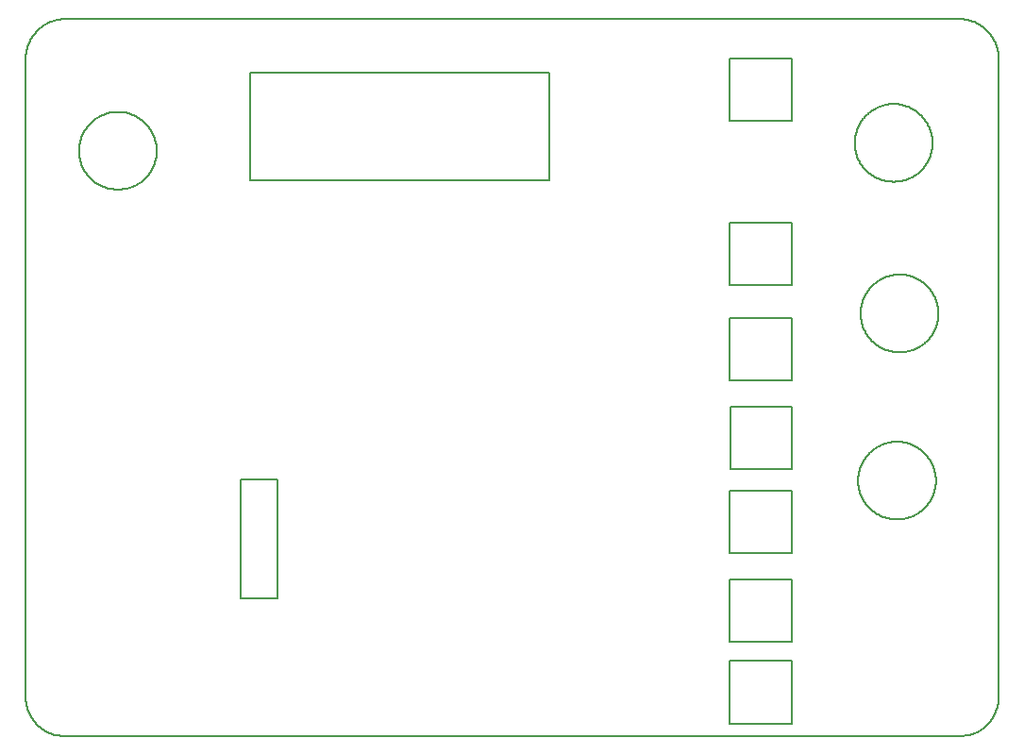
<source format=gm1>
G04 MADE WITH FRITZING*
G04 WWW.FRITZING.ORG*
G04 DOUBLE SIDED*
G04 HOLES PLATED*
G04 CONTOUR ON CENTER OF CONTOUR VECTOR*
%FSLAX26Y26*%
%MOIN*%
%ADD10C,0.005000*%
%ADD10C,0.008*%
G04 CONTOUR*
%FSLAX26Y26*%
%MOIN*%
D10*
D10*
X124000Y2532930D02*
X125000Y2532930D01*
X126000Y2532930D01*
X127000Y2532930D01*
X128000Y2532930D01*
X129000Y2532930D01*
X130000Y2532930D01*
X131000Y2532930D01*
X132000Y2532930D01*
X133000Y2532930D01*
X134000Y2532930D01*
X135000Y2532930D01*
X136000Y2532930D01*
X137000Y2532930D01*
X138000Y2532930D01*
X139000Y2532930D01*
X140000Y2532930D01*
X141000Y2532930D01*
X142000Y2532930D01*
X143000Y2532930D01*
X144000Y2532930D01*
X145000Y2532930D01*
X146000Y2532930D01*
X147000Y2532930D01*
X148000Y2532930D01*
X149000Y2532930D01*
X150000Y2532930D01*
X151000Y2532930D01*
X152000Y2532930D01*
X153000Y2532930D01*
X154000Y2532930D01*
X155000Y2532930D01*
X156000Y2532930D01*
X157000Y2532930D01*
X158000Y2532930D01*
X159000Y2532930D01*
X160000Y2532930D01*
X161000Y2532930D01*
X162000Y2532930D01*
X163000Y2532930D01*
X164000Y2532930D01*
X165000Y2532930D01*
X166000Y2532930D01*
X167000Y2532930D01*
X168000Y2532930D01*
X169000Y2532930D01*
X170000Y2532930D01*
X171000Y2532930D01*
X172000Y2532930D01*
X173000Y2532930D01*
X174000Y2532930D01*
X175000Y2532930D01*
X176000Y2532930D01*
X177000Y2532930D01*
X178000Y2532930D01*
X179000Y2532930D01*
X180000Y2532930D01*
X181000Y2532930D01*
X182000Y2532930D01*
X183000Y2532930D01*
X184000Y2532930D01*
X185000Y2532930D01*
X186000Y2532930D01*
X187000Y2532930D01*
X188000Y2532930D01*
X189000Y2532930D01*
X190000Y2532930D01*
X191000Y2532930D01*
X192000Y2532930D01*
X193000Y2532930D01*
X194000Y2532930D01*
X195000Y2532930D01*
X196000Y2532930D01*
X197000Y2532930D01*
X198000Y2532930D01*
X199000Y2532930D01*
X200000Y2532930D01*
X201000Y2532930D01*
X202000Y2532930D01*
X203000Y2532930D01*
X204000Y2532930D01*
X205000Y2532930D01*
X206000Y2532930D01*
X207000Y2532930D01*
X208000Y2532930D01*
X209000Y2532930D01*
X210000Y2532930D01*
X211000Y2532930D01*
X212000Y2532930D01*
X213000Y2532930D01*
X214000Y2532930D01*
X215000Y2532930D01*
X216000Y2532930D01*
X217000Y2532930D01*
X218000Y2532930D01*
X219000Y2532930D01*
X220000Y2532930D01*
X221000Y2532930D01*
X222000Y2532930D01*
X223000Y2532930D01*
X224000Y2532930D01*
X225000Y2532930D01*
X226000Y2532930D01*
X227000Y2532930D01*
X228000Y2532930D01*
X229000Y2532930D01*
X230000Y2532930D01*
X231000Y2532930D01*
X232000Y2532930D01*
X233000Y2532930D01*
X234000Y2532930D01*
X235000Y2532930D01*
X236000Y2532930D01*
X237000Y2532930D01*
X238000Y2532930D01*
X239000Y2532930D01*
X240000Y2532930D01*
X241000Y2532930D01*
X242000Y2532930D01*
X243000Y2532930D01*
X244000Y2532930D01*
X245000Y2532930D01*
X246000Y2532930D01*
X247000Y2532930D01*
X248000Y2532930D01*
X249000Y2532930D01*
X250000Y2532930D01*
X251000Y2532930D01*
X252000Y2532930D01*
X253000Y2532930D01*
X254000Y2532930D01*
X255000Y2532930D01*
X256000Y2532930D01*
X257000Y2532930D01*
X258000Y2532930D01*
X259000Y2532930D01*
X260000Y2532930D01*
X261000Y2532930D01*
X262000Y2532930D01*
X263000Y2532930D01*
X264000Y2532930D01*
X265000Y2532930D01*
X266000Y2532930D01*
X267000Y2532930D01*
X268000Y2532930D01*
X269000Y2532930D01*
X270000Y2532930D01*
X271000Y2532930D01*
X272000Y2532930D01*
X273000Y2532930D01*
X274000Y2532930D01*
X275000Y2532930D01*
X276000Y2532930D01*
X277000Y2532930D01*
X278000Y2532930D01*
X279000Y2532930D01*
X280000Y2532930D01*
X281000Y2532930D01*
X282000Y2532930D01*
X283000Y2532930D01*
X284000Y2532930D01*
X285000Y2532930D01*
X286000Y2532930D01*
X287000Y2532930D01*
X288000Y2532930D01*
X289000Y2532930D01*
X290000Y2532930D01*
X291000Y2532930D01*
X292000Y2532930D01*
X293000Y2532930D01*
X294000Y2532930D01*
X295000Y2532930D01*
X296000Y2532930D01*
X297000Y2532930D01*
X298000Y2532930D01*
X299000Y2532930D01*
X300000Y2532930D01*
X301000Y2532930D01*
X302000Y2532930D01*
X303000Y2532930D01*
X304000Y2532930D01*
X305000Y2532930D01*
X306000Y2532930D01*
X307000Y2532930D01*
X308000Y2532930D01*
X309000Y2532930D01*
X310000Y2532930D01*
X311000Y2532930D01*
X312000Y2532930D01*
X313000Y2532930D01*
X314000Y2532930D01*
X315000Y2532930D01*
X316000Y2532930D01*
X317000Y2532930D01*
X318000Y2532930D01*
X319000Y2532930D01*
X320000Y2532930D01*
X321000Y2532930D01*
X322000Y2532930D01*
X323000Y2532930D01*
X324000Y2532930D01*
X325000Y2532930D01*
X326000Y2532930D01*
X327000Y2532930D01*
X328000Y2532930D01*
X329000Y2532930D01*
X330000Y2532930D01*
X331000Y2532930D01*
X332000Y2532930D01*
X333000Y2532930D01*
X334000Y2532930D01*
X335000Y2532930D01*
X336000Y2532930D01*
X337000Y2532930D01*
X338000Y2532930D01*
X339000Y2532930D01*
X340000Y2532930D01*
X341000Y2532930D01*
X342000Y2532930D01*
X343000Y2532930D01*
X344000Y2532930D01*
X345000Y2532930D01*
X346000Y2532930D01*
X347000Y2532930D01*
X348000Y2532930D01*
X349000Y2532930D01*
X350000Y2532930D01*
X351000Y2532930D01*
X352000Y2532930D01*
X353000Y2532930D01*
X354000Y2532930D01*
X355000Y2532930D01*
X356000Y2532930D01*
X357000Y2532930D01*
X358000Y2532930D01*
X359000Y2532930D01*
X360000Y2532930D01*
X361000Y2532930D01*
X362000Y2532930D01*
X363000Y2532930D01*
X364000Y2532930D01*
X365000Y2532930D01*
X366000Y2532930D01*
X367000Y2532930D01*
X368000Y2532930D01*
X369000Y2532930D01*
X370000Y2532930D01*
X371000Y2532930D01*
X372000Y2532930D01*
X373000Y2532930D01*
X374000Y2532930D01*
X375000Y2532930D01*
X376000Y2532930D01*
X377000Y2532930D01*
X378000Y2532930D01*
X379000Y2532930D01*
X380000Y2532930D01*
X381000Y2532930D01*
X382000Y2532930D01*
X383000Y2532930D01*
X384000Y2532930D01*
X385000Y2532930D01*
X386000Y2532930D01*
X387000Y2532930D01*
X388000Y2532930D01*
X389000Y2532930D01*
X390000Y2532930D01*
X391000Y2532930D01*
X392000Y2532930D01*
X393000Y2532930D01*
X394000Y2532930D01*
X395000Y2532930D01*
X396000Y2532930D01*
X397000Y2532930D01*
X398000Y2532930D01*
X399000Y2532930D01*
X400000Y2532930D01*
X401000Y2532930D01*
X402000Y2532930D01*
X403000Y2532930D01*
X404000Y2532930D01*
X405000Y2532930D01*
X406000Y2532930D01*
X407000Y2532930D01*
X408000Y2532930D01*
X409000Y2532930D01*
X410000Y2532930D01*
X411000Y2532930D01*
X412000Y2532930D01*
X413000Y2532930D01*
X414000Y2532930D01*
X415000Y2532930D01*
X416000Y2532930D01*
X417000Y2532930D01*
X418000Y2532930D01*
X419000Y2532930D01*
X420000Y2532930D01*
X421000Y2532930D01*
X422000Y2532930D01*
X423000Y2532930D01*
X424000Y2532930D01*
X425000Y2532930D01*
X426000Y2532930D01*
X427000Y2532930D01*
X428000Y2532930D01*
X429000Y2532930D01*
X430000Y2532930D01*
X431000Y2532930D01*
X432000Y2532930D01*
X433000Y2532930D01*
X434000Y2532930D01*
X435000Y2532930D01*
X436000Y2532930D01*
X437000Y2532930D01*
X438000Y2532930D01*
X439000Y2532930D01*
X440000Y2532930D01*
X441000Y2532930D01*
X442000Y2532930D01*
X443000Y2532930D01*
X444000Y2532930D01*
X445000Y2532930D01*
X446000Y2532930D01*
X447000Y2532930D01*
X448000Y2532930D01*
X449000Y2532930D01*
X450000Y2532930D01*
X451000Y2532930D01*
X452000Y2532930D01*
X453000Y2532930D01*
X454000Y2532930D01*
X455000Y2532930D01*
X456000Y2532930D01*
X457000Y2532930D01*
X458000Y2532930D01*
X459000Y2532930D01*
X460000Y2532930D01*
X461000Y2532930D01*
X462000Y2532930D01*
X463000Y2532930D01*
X464000Y2532930D01*
X465000Y2532930D01*
X466000Y2532930D01*
X467000Y2532930D01*
X468000Y2532930D01*
X469000Y2532930D01*
X470000Y2532930D01*
X471000Y2532930D01*
X472000Y2532930D01*
X473000Y2532930D01*
X474000Y2532930D01*
X475000Y2532930D01*
X476000Y2532930D01*
X477000Y2532930D01*
X478000Y2532930D01*
X479000Y2532930D01*
X480000Y2532930D01*
X481000Y2532930D01*
X482000Y2532930D01*
X483000Y2532930D01*
X484000Y2532930D01*
X485000Y2532930D01*
X486000Y2532930D01*
X487000Y2532930D01*
X488000Y2532930D01*
X489000Y2532930D01*
X490000Y2532930D01*
X491000Y2532930D01*
X492000Y2532930D01*
X493000Y2532930D01*
X494000Y2532930D01*
X495000Y2532930D01*
X496000Y2532930D01*
X497000Y2532930D01*
X498000Y2532930D01*
X499000Y2532930D01*
X500000Y2532930D01*
X501000Y2532930D01*
X502000Y2532930D01*
X503000Y2532930D01*
X504000Y2532930D01*
X505000Y2532930D01*
X506000Y2532930D01*
X507000Y2532930D01*
X508000Y2532930D01*
X509000Y2532930D01*
X510000Y2532930D01*
X511000Y2532930D01*
X512000Y2532930D01*
X513000Y2532930D01*
X514000Y2532930D01*
X515000Y2532930D01*
X516000Y2532930D01*
X517000Y2532930D01*
X518000Y2532930D01*
X519000Y2532930D01*
X520000Y2532930D01*
X521000Y2532930D01*
X522000Y2532930D01*
X523000Y2532930D01*
X524000Y2532930D01*
X525000Y2532930D01*
X526000Y2532930D01*
X527000Y2532930D01*
X528000Y2532930D01*
X529000Y2532930D01*
X530000Y2532930D01*
X531000Y2532930D01*
X532000Y2532930D01*
X533000Y2532930D01*
X534000Y2532930D01*
X535000Y2532930D01*
X536000Y2532930D01*
X537000Y2532930D01*
X538000Y2532930D01*
X539000Y2532930D01*
X540000Y2532930D01*
X541000Y2532930D01*
X542000Y2532930D01*
X543000Y2532930D01*
X544000Y2532930D01*
X545000Y2532930D01*
X546000Y2532930D01*
X547000Y2532930D01*
X548000Y2532930D01*
X549000Y2532930D01*
X550000Y2532930D01*
X551000Y2532930D01*
X552000Y2532930D01*
X553000Y2532930D01*
X554000Y2532930D01*
X555000Y2532930D01*
X556000Y2532930D01*
X557000Y2532930D01*
X558000Y2532930D01*
X559000Y2532930D01*
X560000Y2532930D01*
X561000Y2532930D01*
X562000Y2532930D01*
X563000Y2532930D01*
X564000Y2532930D01*
X565000Y2532930D01*
X566000Y2532930D01*
X567000Y2532930D01*
X568000Y2532930D01*
X569000Y2532930D01*
X570000Y2532930D01*
X571000Y2532930D01*
X572000Y2532930D01*
X573000Y2532930D01*
X574000Y2532930D01*
X575000Y2532930D01*
X576000Y2532930D01*
X577000Y2532930D01*
X578000Y2532930D01*
X579000Y2532930D01*
X580000Y2532930D01*
X581000Y2532930D01*
X582000Y2532930D01*
X583000Y2532930D01*
X584000Y2532930D01*
X585000Y2532930D01*
X586000Y2532930D01*
X587000Y2532930D01*
X588000Y2532930D01*
X589000Y2532930D01*
X590000Y2532930D01*
X591000Y2532930D01*
X592000Y2532930D01*
X593000Y2532930D01*
X594000Y2532930D01*
X595000Y2532930D01*
X596000Y2532930D01*
X597000Y2532930D01*
X598000Y2532930D01*
X599000Y2532930D01*
X600000Y2532930D01*
X601000Y2532930D01*
X602000Y2532930D01*
X603000Y2532930D01*
X604000Y2532930D01*
X605000Y2532930D01*
X606000Y2532930D01*
X607000Y2532930D01*
X608000Y2532930D01*
X609000Y2532930D01*
X610000Y2532930D01*
X611000Y2532930D01*
X612000Y2532930D01*
X613000Y2532930D01*
X614000Y2532930D01*
X615000Y2532930D01*
X616000Y2532930D01*
X617000Y2532930D01*
X618000Y2532930D01*
X619000Y2532930D01*
X620000Y2532930D01*
X621000Y2532930D01*
X622000Y2532930D01*
X623000Y2532930D01*
X624000Y2532930D01*
X625000Y2532930D01*
X626000Y2532930D01*
X627000Y2532930D01*
X628000Y2532930D01*
X629000Y2532930D01*
X630000Y2532930D01*
X631000Y2532930D01*
X632000Y2532930D01*
X633000Y2532930D01*
X634000Y2532930D01*
X635000Y2532930D01*
X636000Y2532930D01*
X637000Y2532930D01*
X638000Y2532930D01*
X639000Y2532930D01*
X640000Y2532930D01*
X641000Y2532930D01*
X642000Y2532930D01*
X643000Y2532930D01*
X644000Y2532930D01*
X645000Y2532930D01*
X646000Y2532930D01*
X647000Y2532930D01*
X648000Y2532930D01*
X649000Y2532930D01*
X650000Y2532930D01*
X651000Y2532930D01*
X652000Y2532930D01*
X653000Y2532930D01*
X654000Y2532930D01*
X655000Y2532930D01*
X656000Y2532930D01*
X657000Y2532930D01*
X658000Y2532930D01*
X659000Y2532930D01*
X660000Y2532930D01*
X661000Y2532930D01*
X662000Y2532930D01*
X663000Y2532930D01*
X664000Y2532930D01*
X665000Y2532930D01*
X666000Y2532930D01*
X667000Y2532930D01*
X668000Y2532930D01*
X669000Y2532930D01*
X670000Y2532930D01*
X671000Y2532930D01*
X672000Y2532930D01*
X673000Y2532930D01*
X674000Y2532930D01*
X675000Y2532930D01*
X676000Y2532930D01*
X677000Y2532930D01*
X678000Y2532930D01*
X679000Y2532930D01*
X680000Y2532930D01*
X681000Y2532930D01*
X682000Y2532930D01*
X683000Y2532930D01*
X684000Y2532930D01*
X685000Y2532930D01*
X686000Y2532930D01*
X687000Y2532930D01*
X688000Y2532930D01*
X689000Y2532930D01*
X690000Y2532930D01*
X691000Y2532930D01*
X692000Y2532930D01*
X693000Y2532930D01*
X694000Y2532930D01*
X695000Y2532930D01*
X696000Y2532930D01*
X697000Y2532930D01*
X698000Y2532930D01*
X699000Y2532930D01*
X700000Y2532930D01*
X701000Y2532930D01*
X702000Y2532930D01*
X703000Y2532930D01*
X704000Y2532930D01*
X705000Y2532930D01*
X706000Y2532930D01*
X707000Y2532930D01*
X708000Y2532930D01*
X709000Y2532930D01*
X710000Y2532930D01*
X711000Y2532930D01*
X712000Y2532930D01*
X713000Y2532930D01*
X714000Y2532930D01*
X715000Y2532930D01*
X716000Y2532930D01*
X717000Y2532930D01*
X718000Y2532930D01*
X719000Y2532930D01*
X720000Y2532930D01*
X721000Y2532930D01*
X722000Y2532930D01*
X723000Y2532930D01*
X724000Y2532930D01*
X725000Y2532930D01*
X726000Y2532930D01*
X727000Y2532930D01*
X728000Y2532930D01*
X729000Y2532930D01*
X730000Y2532930D01*
X731000Y2532930D01*
X732000Y2532930D01*
X733000Y2532930D01*
X734000Y2532930D01*
X735000Y2532930D01*
X736000Y2532930D01*
X737000Y2532930D01*
X738000Y2532930D01*
X739000Y2532930D01*
X740000Y2532930D01*
X741000Y2532930D01*
X742000Y2532930D01*
X743000Y2532930D01*
X744000Y2532930D01*
X745000Y2532930D01*
X746000Y2532930D01*
X747000Y2532930D01*
X748000Y2532930D01*
X749000Y2532930D01*
X750000Y2532930D01*
X751000Y2532930D01*
X752000Y2532930D01*
X753000Y2532930D01*
X754000Y2532930D01*
X755000Y2532930D01*
X756000Y2532930D01*
X757000Y2532930D01*
X758000Y2532930D01*
X759000Y2532930D01*
X760000Y2532930D01*
X761000Y2532930D01*
X762000Y2532930D01*
X763000Y2532930D01*
X764000Y2532930D01*
X765000Y2532930D01*
X766000Y2532930D01*
X767000Y2532930D01*
X768000Y2532930D01*
X769000Y2532930D01*
X770000Y2532930D01*
X771000Y2532930D01*
X772000Y2532930D01*
X773000Y2532930D01*
X774000Y2532930D01*
X775000Y2532930D01*
X776000Y2532930D01*
X777000Y2532930D01*
X778000Y2532930D01*
X779000Y2532930D01*
X780000Y2532930D01*
X781000Y2532930D01*
X782000Y2532930D01*
X783000Y2532930D01*
X784000Y2532930D01*
X785000Y2532930D01*
X786000Y2532930D01*
X787000Y2532930D01*
X788000Y2532930D01*
X789000Y2532930D01*
X790000Y2532930D01*
X791000Y2532930D01*
X792000Y2532930D01*
X793000Y2532930D01*
X794000Y2532930D01*
X795000Y2532930D01*
X796000Y2532930D01*
X797000Y2532930D01*
X798000Y2532930D01*
X799000Y2532930D01*
X800000Y2532930D01*
X801000Y2532930D01*
X802000Y2532930D01*
X803000Y2532930D01*
X804000Y2532930D01*
X805000Y2532930D01*
X806000Y2532930D01*
X807000Y2532930D01*
X808000Y2532930D01*
X809000Y2532930D01*
X810000Y2532930D01*
X811000Y2532930D01*
X812000Y2532930D01*
X813000Y2532930D01*
X814000Y2532930D01*
X815000Y2532930D01*
X816000Y2532930D01*
X817000Y2532930D01*
X818000Y2532930D01*
X819000Y2532930D01*
X820000Y2532930D01*
X821000Y2532930D01*
X822000Y2532930D01*
X823000Y2532930D01*
X824000Y2532930D01*
X825000Y2532930D01*
X826000Y2532930D01*
X827000Y2532930D01*
X828000Y2532930D01*
X829000Y2532930D01*
X830000Y2532930D01*
X831000Y2532930D01*
X832000Y2532930D01*
X833000Y2532930D01*
X834000Y2532930D01*
X835000Y2532930D01*
X836000Y2532930D01*
X837000Y2532930D01*
X838000Y2532930D01*
X839000Y2532930D01*
X840000Y2532930D01*
X841000Y2532930D01*
X842000Y2532930D01*
X843000Y2532930D01*
X844000Y2532930D01*
X845000Y2532930D01*
X846000Y2532930D01*
X847000Y2532930D01*
X848000Y2532930D01*
X849000Y2532930D01*
X850000Y2532930D01*
X851000Y2532930D01*
X852000Y2532930D01*
X853000Y2532930D01*
X854000Y2532930D01*
X855000Y2532930D01*
X856000Y2532930D01*
X857000Y2532930D01*
X858000Y2532930D01*
X859000Y2532930D01*
X860000Y2532930D01*
X861000Y2532930D01*
X862000Y2532930D01*
X863000Y2532930D01*
X864000Y2532930D01*
X865000Y2532930D01*
X866000Y2532930D01*
X867000Y2532930D01*
X868000Y2532930D01*
X869000Y2532930D01*
X870000Y2532930D01*
X871000Y2532930D01*
X872000Y2532930D01*
X873000Y2532930D01*
X874000Y2532930D01*
X875000Y2532930D01*
X876000Y2532930D01*
X877000Y2532930D01*
X878000Y2532930D01*
X879000Y2532930D01*
X880000Y2532930D01*
X881000Y2532930D01*
X882000Y2532930D01*
X883000Y2532930D01*
X884000Y2532930D01*
X885000Y2532930D01*
X886000Y2532930D01*
X887000Y2532930D01*
X888000Y2532930D01*
X889000Y2532930D01*
X890000Y2532930D01*
X891000Y2532930D01*
X892000Y2532930D01*
X893000Y2532930D01*
X894000Y2532930D01*
X895000Y2532930D01*
X896000Y2532930D01*
X897000Y2532930D01*
X898000Y2532930D01*
X899000Y2532930D01*
X900000Y2532930D01*
X901000Y2532930D01*
X902000Y2532930D01*
X903000Y2532930D01*
X904000Y2532930D01*
X905000Y2532930D01*
X906000Y2532930D01*
X907000Y2532930D01*
X908000Y2532930D01*
X909000Y2532930D01*
X910000Y2532930D01*
X911000Y2532930D01*
X912000Y2532930D01*
X913000Y2532930D01*
X914000Y2532930D01*
X915000Y2532930D01*
X916000Y2532930D01*
X917000Y2532930D01*
X918000Y2532930D01*
X919000Y2532930D01*
X920000Y2532930D01*
X921000Y2532930D01*
X922000Y2532930D01*
X923000Y2532930D01*
X924000Y2532930D01*
X925000Y2532930D01*
X926000Y2532930D01*
X927000Y2532930D01*
X928000Y2532930D01*
X929000Y2532930D01*
X930000Y2532930D01*
X931000Y2532930D01*
X932000Y2532930D01*
X933000Y2532930D01*
X934000Y2532930D01*
X935000Y2532930D01*
X936000Y2532930D01*
X937000Y2532930D01*
X938000Y2532930D01*
X939000Y2532930D01*
X940000Y2532930D01*
X941000Y2532930D01*
X942000Y2532930D01*
X943000Y2532930D01*
X944000Y2532930D01*
X945000Y2532930D01*
X946000Y2532930D01*
X947000Y2532930D01*
X948000Y2532930D01*
X949000Y2532930D01*
X950000Y2532930D01*
X951000Y2532930D01*
X952000Y2532930D01*
X953000Y2532930D01*
X954000Y2532930D01*
X955000Y2532930D01*
X956000Y2532930D01*
X957000Y2532930D01*
X958000Y2532930D01*
X959000Y2532930D01*
X960000Y2532930D01*
X961000Y2532930D01*
X962000Y2532930D01*
X963000Y2532930D01*
X964000Y2532930D01*
X965000Y2532930D01*
X966000Y2532930D01*
X967000Y2532930D01*
X968000Y2532930D01*
X969000Y2532930D01*
X970000Y2532930D01*
X971000Y2532930D01*
X972000Y2532930D01*
X973000Y2532930D01*
X974000Y2532930D01*
X975000Y2532930D01*
X976000Y2532930D01*
X977000Y2532930D01*
X978000Y2532930D01*
X979000Y2532930D01*
X980000Y2532930D01*
X981000Y2532930D01*
X982000Y2532930D01*
X983000Y2532930D01*
X984000Y2532930D01*
X985000Y2532930D01*
X986000Y2532930D01*
X987000Y2532930D01*
X988000Y2532930D01*
X989000Y2532930D01*
X990000Y2532930D01*
X991000Y2532930D01*
X992000Y2532930D01*
X993000Y2532930D01*
X994000Y2532930D01*
X995000Y2532930D01*
X996000Y2532930D01*
X997000Y2532930D01*
X998000Y2532930D01*
X999000Y2532930D01*
X1000000Y2532930D01*
X1001000Y2532930D01*
X1002000Y2532930D01*
X1003000Y2532930D01*
X1004000Y2532930D01*
X1005000Y2532930D01*
X1006000Y2532930D01*
X1007000Y2532930D01*
X1008000Y2532930D01*
X1009000Y2532930D01*
X1010000Y2532930D01*
X1011000Y2532930D01*
X1012000Y2532930D01*
X1013000Y2532930D01*
X1014000Y2532930D01*
X1015000Y2532930D01*
X1016000Y2532930D01*
X1017000Y2532930D01*
X1018000Y2532930D01*
X1019000Y2532930D01*
X1020000Y2532930D01*
X1021000Y2532930D01*
X1022000Y2532930D01*
X1023000Y2532930D01*
X1024000Y2532930D01*
X1025000Y2532930D01*
X1026000Y2532930D01*
X1027000Y2532930D01*
X1028000Y2532930D01*
X1029000Y2532930D01*
X1030000Y2532930D01*
X1031000Y2532930D01*
X1032000Y2532930D01*
X1033000Y2532930D01*
X1034000Y2532930D01*
X1035000Y2532930D01*
X1036000Y2532930D01*
X1037000Y2532930D01*
X1038000Y2532930D01*
X1039000Y2532930D01*
X1040000Y2532930D01*
X1041000Y2532930D01*
X1042000Y2532930D01*
X1043000Y2532930D01*
X1044000Y2532930D01*
X1045000Y2532930D01*
X1046000Y2532930D01*
X1047000Y2532930D01*
X1048000Y2532930D01*
X1049000Y2532930D01*
X1050000Y2532930D01*
X1051000Y2532930D01*
X1052000Y2532930D01*
X1053000Y2532930D01*
X1054000Y2532930D01*
X1055000Y2532930D01*
X1056000Y2532930D01*
X1057000Y2532930D01*
X1058000Y2532930D01*
X1059000Y2532930D01*
X1060000Y2532930D01*
X1061000Y2532930D01*
X1062000Y2532930D01*
X1063000Y2532930D01*
X1064000Y2532930D01*
X1065000Y2532930D01*
X1066000Y2532930D01*
X1067000Y2532930D01*
X1068000Y2532930D01*
X1069000Y2532930D01*
X1070000Y2532930D01*
X1071000Y2532930D01*
X1072000Y2532930D01*
X1073000Y2532930D01*
X1074000Y2532930D01*
X1075000Y2532930D01*
X1076000Y2532930D01*
X1077000Y2532930D01*
X1078000Y2532930D01*
X1079000Y2532930D01*
X1080000Y2532930D01*
X1081000Y2532930D01*
X1082000Y2532930D01*
X1083000Y2532930D01*
X1084000Y2532930D01*
X1085000Y2532930D01*
X1086000Y2532930D01*
X1087000Y2532930D01*
X1088000Y2532930D01*
X1089000Y2532930D01*
X1090000Y2532930D01*
X1091000Y2532930D01*
X1092000Y2532930D01*
X1093000Y2532930D01*
X1094000Y2532930D01*
X1095000Y2532930D01*
X1096000Y2532930D01*
X1097000Y2532930D01*
X1098000Y2532930D01*
X1099000Y2532930D01*
X1100000Y2532930D01*
X1101000Y2532930D01*
X1102000Y2532930D01*
X1103000Y2532930D01*
X1104000Y2532930D01*
X1105000Y2532930D01*
X1106000Y2532930D01*
X1107000Y2532930D01*
X1108000Y2532930D01*
X1109000Y2532930D01*
X1110000Y2532930D01*
X1111000Y2532930D01*
X1112000Y2532930D01*
X1113000Y2532930D01*
X1114000Y2532930D01*
X1115000Y2532930D01*
X1116000Y2532930D01*
X1117000Y2532930D01*
X1118000Y2532930D01*
X1119000Y2532930D01*
X1120000Y2532930D01*
X1121000Y2532930D01*
X1122000Y2532930D01*
X1123000Y2532930D01*
X1124000Y2532930D01*
X1125000Y2532930D01*
X1126000Y2532930D01*
X1127000Y2532930D01*
X1128000Y2532930D01*
X1129000Y2532930D01*
X1130000Y2532930D01*
X1131000Y2532930D01*
X1132000Y2532930D01*
X1133000Y2532930D01*
X1134000Y2532930D01*
X1135000Y2532930D01*
X1136000Y2532930D01*
X1137000Y2532930D01*
X1138000Y2532930D01*
X1139000Y2532930D01*
X1140000Y2532930D01*
X1141000Y2532930D01*
X1142000Y2532930D01*
X1143000Y2532930D01*
X1144000Y2532930D01*
X1145000Y2532930D01*
X1146000Y2532930D01*
X1147000Y2532930D01*
X1148000Y2532930D01*
X1149000Y2532930D01*
X1150000Y2532930D01*
X1151000Y2532930D01*
X1152000Y2532930D01*
X1153000Y2532930D01*
X1154000Y2532930D01*
X1155000Y2532930D01*
X1156000Y2532930D01*
X1157000Y2532930D01*
X1158000Y2532930D01*
X1159000Y2532930D01*
X1160000Y2532930D01*
X1161000Y2532930D01*
X1162000Y2532930D01*
X1163000Y2532930D01*
X1164000Y2532930D01*
X1165000Y2532930D01*
X1166000Y2532930D01*
X1167000Y2532930D01*
X1168000Y2532930D01*
X1169000Y2532930D01*
X1170000Y2532930D01*
X1171000Y2532930D01*
X1172000Y2532930D01*
X1173000Y2532930D01*
X1174000Y2532930D01*
X1175000Y2532930D01*
X1176000Y2532930D01*
X1177000Y2532930D01*
X1178000Y2532930D01*
X1179000Y2532930D01*
X1180000Y2532930D01*
X1181000Y2532930D01*
X1182000Y2532930D01*
X1183000Y2532930D01*
X1184000Y2532930D01*
X1185000Y2532930D01*
X1186000Y2532930D01*
X1187000Y2532930D01*
X1188000Y2532930D01*
X1189000Y2532930D01*
X1190000Y2532930D01*
X1191000Y2532930D01*
X1192000Y2532930D01*
X1193000Y2532930D01*
X1194000Y2532930D01*
X1195000Y2532930D01*
X1196000Y2532930D01*
X1197000Y2532930D01*
X1198000Y2532930D01*
X1199000Y2532930D01*
X1200000Y2532930D01*
X1201000Y2532930D01*
X1202000Y2532930D01*
X1203000Y2532930D01*
X1204000Y2532930D01*
X1205000Y2532930D01*
X1206000Y2532930D01*
X1207000Y2532930D01*
X1208000Y2532930D01*
X1209000Y2532930D01*
X1210000Y2532930D01*
X1211000Y2532930D01*
X1212000Y2532930D01*
X1213000Y2532930D01*
X1214000Y2532930D01*
X1215000Y2532930D01*
X1216000Y2532930D01*
X1217000Y2532930D01*
X1218000Y2532930D01*
X1219000Y2532930D01*
X1220000Y2532930D01*
X1221000Y2532930D01*
X1222000Y2532930D01*
X1223000Y2532930D01*
X1224000Y2532930D01*
X1225000Y2532930D01*
X1226000Y2532930D01*
X1227000Y2532930D01*
X1228000Y2532930D01*
X1229000Y2532930D01*
X1230000Y2532930D01*
X1231000Y2532930D01*
X1232000Y2532930D01*
X1233000Y2532930D01*
X1234000Y2532930D01*
X1235000Y2532930D01*
X1236000Y2532930D01*
X1237000Y2532930D01*
X1238000Y2532930D01*
X1239000Y2532930D01*
X1240000Y2532930D01*
X1241000Y2532930D01*
X1242000Y2532930D01*
X1243000Y2532930D01*
X1244000Y2532930D01*
X1245000Y2532930D01*
X1246000Y2532930D01*
X1247000Y2532930D01*
X1248000Y2532930D01*
X1249000Y2532930D01*
X1250000Y2532930D01*
X1251000Y2532930D01*
X1252000Y2532930D01*
X1253000Y2532930D01*
X1254000Y2532930D01*
X1255000Y2532930D01*
X1256000Y2532930D01*
X1257000Y2532930D01*
X1258000Y2532930D01*
X1259000Y2532930D01*
X1260000Y2532930D01*
X1261000Y2532930D01*
X1262000Y2532930D01*
X1263000Y2532930D01*
X1264000Y2532930D01*
X1265000Y2532930D01*
X1266000Y2532930D01*
X1267000Y2532930D01*
X1268000Y2532930D01*
X1269000Y2532930D01*
X1270000Y2532930D01*
X1271000Y2532930D01*
X1272000Y2532930D01*
X1273000Y2532930D01*
X1274000Y2532930D01*
X1275000Y2532930D01*
X1276000Y2532930D01*
X1277000Y2532930D01*
X1278000Y2532930D01*
X1279000Y2532930D01*
X1280000Y2532930D01*
X1281000Y2532930D01*
X1282000Y2532930D01*
X1283000Y2532930D01*
X1284000Y2532930D01*
X1285000Y2532930D01*
X1286000Y2532930D01*
X1287000Y2532930D01*
X1288000Y2532930D01*
X1289000Y2532930D01*
X1290000Y2532930D01*
X1291000Y2532930D01*
X1292000Y2532930D01*
X1293000Y2532930D01*
X1294000Y2532930D01*
X1295000Y2532930D01*
X1296000Y2532930D01*
X1297000Y2532930D01*
X1298000Y2532930D01*
X1299000Y2532930D01*
X1300000Y2532930D01*
X1301000Y2532930D01*
X1302000Y2532930D01*
X1303000Y2532930D01*
X1304000Y2532930D01*
X1305000Y2532930D01*
X1306000Y2532930D01*
X1307000Y2532930D01*
X1308000Y2532930D01*
X1309000Y2532930D01*
X1310000Y2532930D01*
X1311000Y2532930D01*
X1312000Y2532930D01*
X1313000Y2532930D01*
X1314000Y2532930D01*
X1315000Y2532930D01*
X1316000Y2532930D01*
X1317000Y2532930D01*
X1318000Y2532930D01*
X1319000Y2532930D01*
X1320000Y2532930D01*
X1321000Y2532930D01*
X1322000Y2532930D01*
X1323000Y2532930D01*
X1324000Y2532930D01*
X1325000Y2532930D01*
X1326000Y2532930D01*
X1327000Y2532930D01*
X1328000Y2532930D01*
X1329000Y2532930D01*
X1330000Y2532930D01*
X1331000Y2532930D01*
X1332000Y2532930D01*
X1333000Y2532930D01*
X1334000Y2532930D01*
X1335000Y2532930D01*
X1336000Y2532930D01*
X1337000Y2532930D01*
X1338000Y2532930D01*
X1339000Y2532930D01*
X1340000Y2532930D01*
X1341000Y2532930D01*
X1342000Y2532930D01*
X1343000Y2532930D01*
X1344000Y2532930D01*
X1345000Y2532930D01*
X1346000Y2532930D01*
X1347000Y2532930D01*
X1348000Y2532930D01*
X1349000Y2532930D01*
X1350000Y2532930D01*
X1351000Y2532930D01*
X1352000Y2532930D01*
X1353000Y2532930D01*
X1354000Y2532930D01*
X1355000Y2532930D01*
X1356000Y2532930D01*
X1357000Y2532930D01*
X1358000Y2532930D01*
X1359000Y2532930D01*
X1360000Y2532930D01*
X1361000Y2532930D01*
X1362000Y2532930D01*
X1363000Y2532930D01*
X1364000Y2532930D01*
X1365000Y2532930D01*
X1366000Y2532930D01*
X1367000Y2532930D01*
X1368000Y2532930D01*
X1369000Y2532930D01*
X1370000Y2532930D01*
X1371000Y2532930D01*
X1372000Y2532930D01*
X1373000Y2532930D01*
X1374000Y2532930D01*
X1375000Y2532930D01*
X1376000Y2532930D01*
X1377000Y2532930D01*
X1378000Y2532930D01*
X1379000Y2532930D01*
X1380000Y2532930D01*
X1381000Y2532930D01*
X1382000Y2532930D01*
X1383000Y2532930D01*
X1384000Y2532930D01*
X1385000Y2532930D01*
X1386000Y2532930D01*
X1387000Y2532930D01*
X1388000Y2532930D01*
X1389000Y2532930D01*
X1390000Y2532930D01*
X1391000Y2532930D01*
X1392000Y2532930D01*
X1393000Y2532930D01*
X1394000Y2532930D01*
X1395000Y2532930D01*
X1396000Y2532930D01*
X1397000Y2532930D01*
X1398000Y2532930D01*
X1399000Y2532930D01*
X1400000Y2532930D01*
X1401000Y2532930D01*
X1402000Y2532930D01*
X1403000Y2532930D01*
X1404000Y2532930D01*
X1405000Y2532930D01*
X1406000Y2532930D01*
X1407000Y2532930D01*
X1408000Y2532930D01*
X1409000Y2532930D01*
X1410000Y2532930D01*
X1411000Y2532930D01*
X1412000Y2532930D01*
X1413000Y2532930D01*
X1414000Y2532930D01*
X1415000Y2532930D01*
X1416000Y2532930D01*
X1417000Y2532930D01*
X1418000Y2532930D01*
X1419000Y2532930D01*
X1420000Y2532930D01*
X1421000Y2532930D01*
X1422000Y2532930D01*
X1423000Y2532930D01*
X1424000Y2532930D01*
X1425000Y2532930D01*
X1426000Y2532930D01*
X1427000Y2532930D01*
X1428000Y2532930D01*
X1429000Y2532930D01*
X1430000Y2532930D01*
X1431000Y2532930D01*
X1432000Y2532930D01*
X1433000Y2532930D01*
X1434000Y2532930D01*
X1435000Y2532930D01*
X1436000Y2532930D01*
X1437000Y2532930D01*
X1438000Y2532930D01*
X1439000Y2532930D01*
X1440000Y2532930D01*
X1441000Y2532930D01*
X1442000Y2532930D01*
X1443000Y2532930D01*
X1444000Y2532930D01*
X1445000Y2532930D01*
X1446000Y2532930D01*
X1447000Y2532930D01*
X1448000Y2532930D01*
X1449000Y2532930D01*
X1450000Y2532930D01*
X1451000Y2532930D01*
X1452000Y2532930D01*
X1453000Y2532930D01*
X1454000Y2532930D01*
X1455000Y2532930D01*
X1456000Y2532930D01*
X1457000Y2532930D01*
X1458000Y2532930D01*
X1459000Y2532930D01*
X1460000Y2532930D01*
X1461000Y2532930D01*
X1462000Y2532930D01*
X1463000Y2532930D01*
X1464000Y2532930D01*
X1465000Y2532930D01*
X1466000Y2532930D01*
X1467000Y2532930D01*
X1468000Y2532930D01*
X1469000Y2532930D01*
X1470000Y2532930D01*
X1471000Y2532930D01*
X1472000Y2532930D01*
X1473000Y2532930D01*
X1474000Y2532930D01*
X1475000Y2532930D01*
X1476000Y2532930D01*
X1477000Y2532930D01*
X1478000Y2532930D01*
X1479000Y2532930D01*
X1480000Y2532930D01*
X1481000Y2532930D01*
X1482000Y2532930D01*
X1483000Y2532930D01*
X1484000Y2532930D01*
X1485000Y2532930D01*
X1486000Y2532930D01*
X1487000Y2532930D01*
X1488000Y2532930D01*
X1489000Y2532930D01*
X1490000Y2532930D01*
X1491000Y2532930D01*
X1492000Y2532930D01*
X1493000Y2532930D01*
X1494000Y2532930D01*
X1495000Y2532930D01*
X1496000Y2532930D01*
X1497000Y2532930D01*
X1498000Y2532930D01*
X1499000Y2532930D01*
X1500000Y2532930D01*
X1501000Y2532930D01*
X1502000Y2532930D01*
X1503000Y2532930D01*
X1504000Y2532930D01*
X1505000Y2532930D01*
X1506000Y2532930D01*
X1507000Y2532930D01*
X1508000Y2532930D01*
X1509000Y2532930D01*
X1510000Y2532930D01*
X1511000Y2532930D01*
X1512000Y2532930D01*
X1513000Y2532930D01*
X1514000Y2532930D01*
X1515000Y2532930D01*
X1516000Y2532930D01*
X1517000Y2532930D01*
X1518000Y2532930D01*
X1519000Y2532930D01*
X1520000Y2532930D01*
X1521000Y2532930D01*
X1522000Y2532930D01*
X1523000Y2532930D01*
X1524000Y2532930D01*
X1525000Y2532930D01*
X1526000Y2532930D01*
X1527000Y2532930D01*
X1528000Y2532930D01*
X1529000Y2532930D01*
X1530000Y2532930D01*
X1531000Y2532930D01*
X1532000Y2532930D01*
X1533000Y2532930D01*
X1534000Y2532930D01*
X1535000Y2532930D01*
X1536000Y2532930D01*
X1537000Y2532930D01*
X1538000Y2532930D01*
X1539000Y2532930D01*
X1540000Y2532930D01*
X1541000Y2532930D01*
X1542000Y2532930D01*
X1543000Y2532930D01*
X1544000Y2532930D01*
X1545000Y2532930D01*
X1546000Y2532930D01*
X1547000Y2532930D01*
X1548000Y2532930D01*
X1549000Y2532930D01*
X1550000Y2532930D01*
X1551000Y2532930D01*
X1552000Y2532930D01*
X1553000Y2532930D01*
X1554000Y2532930D01*
X1555000Y2532930D01*
X1556000Y2532930D01*
X1557000Y2532930D01*
X1558000Y2532930D01*
X1559000Y2532930D01*
X1560000Y2532930D01*
X1561000Y2532930D01*
X1562000Y2532930D01*
X1563000Y2532930D01*
X1564000Y2532930D01*
X1565000Y2532930D01*
X1566000Y2532930D01*
X1567000Y2532930D01*
X1568000Y2532930D01*
X1569000Y2532930D01*
X1570000Y2532930D01*
X1571000Y2532930D01*
X1572000Y2532930D01*
X1573000Y2532930D01*
X1574000Y2532930D01*
X1575000Y2532930D01*
X1576000Y2532930D01*
X1577000Y2532930D01*
X1578000Y2532930D01*
X1579000Y2532930D01*
X1580000Y2532930D01*
X1581000Y2532930D01*
X1582000Y2532930D01*
X1583000Y2532930D01*
X1584000Y2532930D01*
X1585000Y2532930D01*
X1586000Y2532930D01*
X1587000Y2532930D01*
X1588000Y2532930D01*
X1589000Y2532930D01*
X1590000Y2532930D01*
X1591000Y2532930D01*
X1592000Y2532930D01*
X1593000Y2532930D01*
X1594000Y2532930D01*
X1595000Y2532930D01*
X1596000Y2532930D01*
X1597000Y2532930D01*
X1598000Y2532930D01*
X1599000Y2532930D01*
X1600000Y2532930D01*
X1601000Y2532930D01*
X1602000Y2532930D01*
X1603000Y2532930D01*
X1604000Y2532930D01*
X1605000Y2532930D01*
X1606000Y2532930D01*
X1607000Y2532930D01*
X1608000Y2532930D01*
X1609000Y2532930D01*
X1610000Y2532930D01*
X1611000Y2532930D01*
X1612000Y2532930D01*
X1613000Y2532930D01*
X1614000Y2532930D01*
X1615000Y2532930D01*
X1616000Y2532930D01*
X1617000Y2532930D01*
X1618000Y2532930D01*
X1619000Y2532930D01*
X1620000Y2532930D01*
X1621000Y2532930D01*
X1622000Y2532930D01*
X1623000Y2532930D01*
X1624000Y2532930D01*
X1625000Y2532930D01*
X1626000Y2532930D01*
X1627000Y2532930D01*
X1628000Y2532930D01*
X1629000Y2532930D01*
X1630000Y2532930D01*
X1631000Y2532930D01*
X1632000Y2532930D01*
X1633000Y2532930D01*
X1634000Y2532930D01*
X1635000Y2532930D01*
X1636000Y2532930D01*
X1637000Y2532930D01*
X1638000Y2532930D01*
X1639000Y2532930D01*
X1640000Y2532930D01*
X1641000Y2532930D01*
X1642000Y2532930D01*
X1643000Y2532930D01*
X1644000Y2532930D01*
X1645000Y2532930D01*
X1646000Y2532930D01*
X1647000Y2532930D01*
X1648000Y2532930D01*
X1649000Y2532930D01*
X1650000Y2532930D01*
X1651000Y2532930D01*
X1652000Y2532930D01*
X1653000Y2532930D01*
X1654000Y2532930D01*
X1655000Y2532930D01*
X1656000Y2532930D01*
X1657000Y2532930D01*
X1658000Y2532930D01*
X1659000Y2532930D01*
X1660000Y2532930D01*
X1661000Y2532930D01*
X1662000Y2532930D01*
X1663000Y2532930D01*
X1664000Y2532930D01*
X1665000Y2532930D01*
X1666000Y2532930D01*
X1667000Y2532930D01*
X1668000Y2532930D01*
X1669000Y2532930D01*
X1670000Y2532930D01*
X1671000Y2532930D01*
X1672000Y2532930D01*
X1673000Y2532930D01*
X1674000Y2532930D01*
X1675000Y2532930D01*
X1676000Y2532930D01*
X1677000Y2532930D01*
X1678000Y2532930D01*
X1679000Y2532930D01*
X1680000Y2532930D01*
X1681000Y2532930D01*
X1682000Y2532930D01*
X1683000Y2532930D01*
X1684000Y2532930D01*
X1685000Y2532930D01*
X1686000Y2532930D01*
X1687000Y2532930D01*
X1688000Y2532930D01*
X1689000Y2532930D01*
X1690000Y2532930D01*
X1691000Y2532930D01*
X1692000Y2532930D01*
X1693000Y2532930D01*
X1694000Y2532930D01*
X1695000Y2532930D01*
X1696000Y2532930D01*
X1697000Y2532930D01*
X1698000Y2532930D01*
X1699000Y2532930D01*
X1700000Y2532930D01*
X1701000Y2532930D01*
X1702000Y2532930D01*
X1703000Y2532930D01*
X1704000Y2532930D01*
X1705000Y2532930D01*
X1706000Y2532930D01*
X1707000Y2532930D01*
X1708000Y2532930D01*
X1709000Y2532930D01*
X1710000Y2532930D01*
X1711000Y2532930D01*
X1712000Y2532930D01*
X1713000Y2532930D01*
X1714000Y2532930D01*
X1715000Y2532930D01*
X1716000Y2532930D01*
X1717000Y2532930D01*
X1718000Y2532930D01*
X1719000Y2532930D01*
X1720000Y2532930D01*
X1721000Y2532930D01*
X1722000Y2532930D01*
X1723000Y2532930D01*
X1724000Y2532930D01*
X1725000Y2532930D01*
X1726000Y2532930D01*
X1727000Y2532930D01*
X1728000Y2532930D01*
X1729000Y2532930D01*
X1730000Y2532930D01*
X1731000Y2532930D01*
X1732000Y2532930D01*
X1733000Y2532930D01*
X1734000Y2532930D01*
X1735000Y2532930D01*
X1736000Y2532930D01*
X1737000Y2532930D01*
X1738000Y2532930D01*
X1739000Y2532930D01*
X1740000Y2532930D01*
X1741000Y2532930D01*
X1742000Y2532930D01*
X1743000Y2532930D01*
X1744000Y2532930D01*
X1745000Y2532930D01*
X1746000Y2532930D01*
X1747000Y2532930D01*
X1748000Y2532930D01*
X1749000Y2532930D01*
X1750000Y2532930D01*
X1751000Y2532930D01*
X1752000Y2532930D01*
X1753000Y2532930D01*
X1754000Y2532930D01*
X1755000Y2532930D01*
X1756000Y2532930D01*
X1757000Y2532930D01*
X1758000Y2532930D01*
X1759000Y2532930D01*
X1760000Y2532930D01*
X1761000Y2532930D01*
X1762000Y2532930D01*
X1763000Y2532930D01*
X1764000Y2532930D01*
X1765000Y2532930D01*
X1766000Y2532930D01*
X1767000Y2532930D01*
X1768000Y2532930D01*
X1769000Y2532930D01*
X1770000Y2532930D01*
X1771000Y2532930D01*
X1772000Y2532930D01*
X1773000Y2532930D01*
X1774000Y2532930D01*
X1775000Y2532930D01*
X1776000Y2532930D01*
X1777000Y2532930D01*
X1778000Y2532930D01*
X1779000Y2532930D01*
X1780000Y2532930D01*
X1781000Y2532930D01*
X1782000Y2532930D01*
X1783000Y2532930D01*
X1784000Y2532930D01*
X1785000Y2532930D01*
X1786000Y2532930D01*
X1787000Y2532930D01*
X1788000Y2532930D01*
X1789000Y2532930D01*
X1790000Y2532930D01*
X1791000Y2532930D01*
X1792000Y2532930D01*
X1793000Y2532930D01*
X1794000Y2532930D01*
X1795000Y2532930D01*
X1796000Y2532930D01*
X1797000Y2532930D01*
X1798000Y2532930D01*
X1799000Y2532930D01*
X1800000Y2532930D01*
X1801000Y2532930D01*
X1802000Y2532930D01*
X1803000Y2532930D01*
X1804000Y2532930D01*
X1805000Y2532930D01*
X1806000Y2532930D01*
X1807000Y2532930D01*
X1808000Y2532930D01*
X1809000Y2532930D01*
X1810000Y2532930D01*
X1811000Y2532930D01*
X1812000Y2532930D01*
X1813000Y2532930D01*
X1814000Y2532930D01*
X1815000Y2532930D01*
X1816000Y2532930D01*
X1817000Y2532930D01*
X1818000Y2532930D01*
X1819000Y2532930D01*
X1820000Y2532930D01*
X1821000Y2532930D01*
X1822000Y2532930D01*
X1823000Y2532930D01*
X1824000Y2532930D01*
X1825000Y2532930D01*
X1826000Y2532930D01*
X1827000Y2532930D01*
X1828000Y2532930D01*
X1829000Y2532930D01*
X1830000Y2532930D01*
X1831000Y2532930D01*
X1832000Y2532930D01*
X1833000Y2532930D01*
X1834000Y2532930D01*
X1835000Y2532930D01*
X1836000Y2532930D01*
X1837000Y2532930D01*
X1838000Y2532930D01*
X1839000Y2532930D01*
X1840000Y2532930D01*
X1841000Y2532930D01*
X1842000Y2532930D01*
X1843000Y2532930D01*
X1844000Y2532930D01*
X1845000Y2532930D01*
X1846000Y2532930D01*
X1847000Y2532930D01*
X1848000Y2532930D01*
X1849000Y2532930D01*
X1850000Y2532930D01*
X1851000Y2532930D01*
X1852000Y2532930D01*
X1853000Y2532930D01*
X1854000Y2532930D01*
X1855000Y2532930D01*
X1856000Y2532930D01*
X1857000Y2532930D01*
X1858000Y2532930D01*
X1859000Y2532930D01*
X1860000Y2532930D01*
X1861000Y2532930D01*
X1862000Y2532930D01*
X1863000Y2532930D01*
X1864000Y2532930D01*
X1865000Y2532930D01*
X1866000Y2532930D01*
X1867000Y2532930D01*
X1868000Y2532930D01*
X1869000Y2532930D01*
X1870000Y2532930D01*
X1871000Y2532930D01*
X1872000Y2532930D01*
X1873000Y2532930D01*
X1874000Y2532930D01*
X1875000Y2532930D01*
X1876000Y2532930D01*
X1877000Y2532930D01*
X1878000Y2532930D01*
X1879000Y2532930D01*
X1880000Y2532930D01*
X1881000Y2532930D01*
X1882000Y2532930D01*
X1883000Y2532930D01*
X1884000Y2532930D01*
X1885000Y2532930D01*
X1886000Y2532930D01*
X1887000Y2532930D01*
X1888000Y2532930D01*
X1889000Y2532930D01*
X1890000Y2532930D01*
X1891000Y2532930D01*
X1892000Y2532930D01*
X1893000Y2532930D01*
X1894000Y2532930D01*
X1895000Y2532930D01*
X1896000Y2532930D01*
X1897000Y2532930D01*
X1898000Y2532930D01*
X1899000Y2532930D01*
X1900000Y2532930D01*
X1901000Y2532930D01*
X1902000Y2532930D01*
X1903000Y2532930D01*
X1904000Y2532930D01*
X1905000Y2532930D01*
X1906000Y2532930D01*
X1907000Y2532930D01*
X1908000Y2532930D01*
X1909000Y2532930D01*
X1910000Y2532930D01*
X1911000Y2532930D01*
X1912000Y2532930D01*
X1913000Y2532930D01*
X1914000Y2532930D01*
X1915000Y2532930D01*
X1916000Y2532930D01*
X1917000Y2532930D01*
X1918000Y2532930D01*
X1919000Y2532930D01*
X1920000Y2532930D01*
X1921000Y2532930D01*
X1922000Y2532930D01*
X1923000Y2532930D01*
X1924000Y2532930D01*
X1925000Y2532930D01*
X1926000Y2532930D01*
X1927000Y2532930D01*
X1928000Y2532930D01*
X1929000Y2532930D01*
X1930000Y2532930D01*
X1931000Y2532930D01*
X1932000Y2532930D01*
X1933000Y2532930D01*
X1934000Y2532930D01*
X1935000Y2532930D01*
X1936000Y2532930D01*
X1937000Y2532930D01*
X1938000Y2532930D01*
X1939000Y2532930D01*
X1940000Y2532930D01*
X1941000Y2532930D01*
X1942000Y2532930D01*
X1943000Y2532930D01*
X1944000Y2532930D01*
X1945000Y2532930D01*
X1946000Y2532930D01*
X1947000Y2532930D01*
X1948000Y2532930D01*
X1949000Y2532930D01*
X1950000Y2532930D01*
X1951000Y2532930D01*
X1952000Y2532930D01*
X1953000Y2532930D01*
X1954000Y2532930D01*
X1955000Y2532930D01*
X1956000Y2532930D01*
X1957000Y2532930D01*
X1958000Y2532930D01*
X1959000Y2532930D01*
X1960000Y2532930D01*
X1961000Y2532930D01*
X1962000Y2532930D01*
X1963000Y2532930D01*
X1964000Y2532930D01*
X1965000Y2532930D01*
X1966000Y2532930D01*
X1967000Y2532930D01*
X1968000Y2532930D01*
X1969000Y2532930D01*
X1970000Y2532930D01*
X1971000Y2532930D01*
X1972000Y2532930D01*
X1973000Y2532930D01*
X1974000Y2532930D01*
X1975000Y2532930D01*
X1976000Y2532930D01*
X1977000Y2532930D01*
X1978000Y2532930D01*
X1979000Y2532930D01*
X1980000Y2532930D01*
X1981000Y2532930D01*
X1982000Y2532930D01*
X1983000Y2532930D01*
X1984000Y2532930D01*
X1985000Y2532930D01*
X1986000Y2532930D01*
X1987000Y2532930D01*
X1988000Y2532930D01*
X1989000Y2532930D01*
X1990000Y2532930D01*
X1991000Y2532930D01*
X1992000Y2532930D01*
X1993000Y2532930D01*
X1994000Y2532930D01*
X1995000Y2532930D01*
X1996000Y2532930D01*
X1997000Y2532930D01*
X1998000Y2532930D01*
X1999000Y2532930D01*
X2000000Y2532930D01*
X2001000Y2532930D01*
X2002000Y2532930D01*
X2003000Y2532930D01*
X2004000Y2532930D01*
X2005000Y2532930D01*
X2006000Y2532930D01*
X2007000Y2532930D01*
X2008000Y2532930D01*
X2009000Y2532930D01*
X2010000Y2532930D01*
X2011000Y2532930D01*
X2012000Y2532930D01*
X2013000Y2532930D01*
X2014000Y2532930D01*
X2015000Y2532930D01*
X2016000Y2532930D01*
X2017000Y2532930D01*
X2018000Y2532930D01*
X2019000Y2532930D01*
X2020000Y2532930D01*
X2021000Y2532930D01*
X2022000Y2532930D01*
X2023000Y2532930D01*
X2024000Y2532930D01*
X2025000Y2532930D01*
X2026000Y2532930D01*
X2027000Y2532930D01*
X2028000Y2532930D01*
X2029000Y2532930D01*
X2030000Y2532930D01*
X2031000Y2532930D01*
X2032000Y2532930D01*
X2033000Y2532930D01*
X2034000Y2532930D01*
X2035000Y2532930D01*
X2036000Y2532930D01*
X2037000Y2532930D01*
X2038000Y2532930D01*
X2039000Y2532930D01*
X2040000Y2532930D01*
X2041000Y2532930D01*
X2042000Y2532930D01*
X2043000Y2532930D01*
X2044000Y2532930D01*
X2045000Y2532930D01*
X2046000Y2532930D01*
X2047000Y2532930D01*
X2048000Y2532930D01*
X2049000Y2532930D01*
X2050000Y2532930D01*
X2051000Y2532930D01*
X2052000Y2532930D01*
X2053000Y2532930D01*
X2054000Y2532930D01*
X2055000Y2532930D01*
X2056000Y2532930D01*
X2057000Y2532930D01*
X2058000Y2532930D01*
X2059000Y2532930D01*
X2060000Y2532930D01*
X2061000Y2532930D01*
X2062000Y2532930D01*
X2063000Y2532930D01*
X2064000Y2532930D01*
X2065000Y2532930D01*
X2066000Y2532930D01*
X2067000Y2532930D01*
X2068000Y2532930D01*
X2069000Y2532930D01*
X2070000Y2532930D01*
X2071000Y2532930D01*
X2072000Y2532930D01*
X2073000Y2532930D01*
X2074000Y2532930D01*
X2075000Y2532930D01*
X2076000Y2532930D01*
X2077000Y2532930D01*
X2078000Y2532930D01*
X2079000Y2532930D01*
X2080000Y2532930D01*
X2081000Y2532930D01*
X2082000Y2532930D01*
X2083000Y2532930D01*
X2084000Y2532930D01*
X2085000Y2532930D01*
X2086000Y2532930D01*
X2087000Y2532930D01*
X2088000Y2532930D01*
X2089000Y2532930D01*
X2090000Y2532930D01*
X2091000Y2532930D01*
X2092000Y2532930D01*
X2093000Y2532930D01*
X2094000Y2532930D01*
X2095000Y2532930D01*
X2096000Y2532930D01*
X2097000Y2532930D01*
X2098000Y2532930D01*
X2099000Y2532930D01*
X2100000Y2532930D01*
X2101000Y2532930D01*
X2102000Y2532930D01*
X2103000Y2532930D01*
X2104000Y2532930D01*
X2105000Y2532930D01*
X2106000Y2532930D01*
X2107000Y2532930D01*
X2108000Y2532930D01*
X2109000Y2532930D01*
X2110000Y2532930D01*
X2111000Y2532930D01*
X2112000Y2532930D01*
X2113000Y2532930D01*
X2114000Y2532930D01*
X2115000Y2532930D01*
X2116000Y2532930D01*
X2117000Y2532930D01*
X2118000Y2532930D01*
X2119000Y2532930D01*
X2120000Y2532930D01*
X2121000Y2532930D01*
X2122000Y2532930D01*
X2123000Y2532930D01*
X2124000Y2532930D01*
X2125000Y2532930D01*
X2126000Y2532930D01*
X2127000Y2532930D01*
X2128000Y2532930D01*
X2129000Y2532930D01*
X2130000Y2532930D01*
X2131000Y2532930D01*
X2132000Y2532930D01*
X2133000Y2532930D01*
X2134000Y2532930D01*
X2135000Y2532930D01*
X2136000Y2532930D01*
X2137000Y2532930D01*
X2138000Y2532930D01*
X2139000Y2532930D01*
X2140000Y2532930D01*
X2141000Y2532930D01*
X2142000Y2532930D01*
X2143000Y2532930D01*
X2144000Y2532930D01*
X2145000Y2532930D01*
X2146000Y2532930D01*
X2147000Y2532930D01*
X2148000Y2532930D01*
X2149000Y2532930D01*
X2150000Y2532930D01*
X2151000Y2532930D01*
X2152000Y2532930D01*
X2153000Y2532930D01*
X2154000Y2532930D01*
X2155000Y2532930D01*
X2156000Y2532930D01*
X2157000Y2532930D01*
X2158000Y2532930D01*
X2159000Y2532930D01*
X2160000Y2532930D01*
X2161000Y2532930D01*
X2162000Y2532930D01*
X2163000Y2532930D01*
X2164000Y2532930D01*
X2165000Y2532930D01*
X2166000Y2532930D01*
X2167000Y2532930D01*
X2168000Y2532930D01*
X2169000Y2532930D01*
X2170000Y2532930D01*
X2171000Y2532930D01*
X2172000Y2532930D01*
X2173000Y2532930D01*
X2174000Y2532930D01*
X2175000Y2532930D01*
X2176000Y2532930D01*
X2177000Y2532930D01*
X2178000Y2532930D01*
X2179000Y2532930D01*
X2180000Y2532930D01*
X2181000Y2532930D01*
X2182000Y2532930D01*
X2183000Y2532930D01*
X2184000Y2532930D01*
X2185000Y2532930D01*
X2186000Y2532930D01*
X2187000Y2532930D01*
X2188000Y2532930D01*
X2189000Y2532930D01*
X2190000Y2532930D01*
X2191000Y2532930D01*
X2192000Y2532930D01*
X2193000Y2532930D01*
X2194000Y2532930D01*
X2195000Y2532930D01*
X2196000Y2532930D01*
X2197000Y2532930D01*
X2198000Y2532930D01*
X2199000Y2532930D01*
X2200000Y2532930D01*
X2201000Y2532930D01*
X2202000Y2532930D01*
X2203000Y2532930D01*
X2204000Y2532930D01*
X2205000Y2532930D01*
X2206000Y2532930D01*
X2207000Y2532930D01*
X2208000Y2532930D01*
X2209000Y2532930D01*
X2210000Y2532930D01*
X2211000Y2532930D01*
X2212000Y2532930D01*
X2213000Y2532930D01*
X2214000Y2532930D01*
X2215000Y2532930D01*
X2216000Y2532930D01*
X2217000Y2532930D01*
X2218000Y2532930D01*
X2219000Y2532930D01*
X2220000Y2532930D01*
X2221000Y2532930D01*
X2222000Y2532930D01*
X2223000Y2532930D01*
X2224000Y2532930D01*
X2225000Y2532930D01*
X2226000Y2532930D01*
X2227000Y2532930D01*
X2228000Y2532930D01*
X2229000Y2532930D01*
X2230000Y2532930D01*
X2231000Y2532930D01*
X2232000Y2532930D01*
X2233000Y2532930D01*
X2234000Y2532930D01*
X2235000Y2532930D01*
X2236000Y2532930D01*
X2237000Y2532930D01*
X2238000Y2532930D01*
X2239000Y2532930D01*
X2240000Y2532930D01*
X2241000Y2532930D01*
X2242000Y2532930D01*
X2243000Y2532930D01*
X2244000Y2532930D01*
X2245000Y2532930D01*
X2246000Y2532930D01*
X2247000Y2532930D01*
X2248000Y2532930D01*
X2249000Y2532930D01*
X2250000Y2532930D01*
X2251000Y2532930D01*
X2252000Y2532930D01*
X2253000Y2532930D01*
X2254000Y2532930D01*
X2255000Y2532930D01*
X2256000Y2532930D01*
X2257000Y2532930D01*
X2258000Y2532930D01*
X2259000Y2532930D01*
X2260000Y2532930D01*
X2261000Y2532930D01*
X2262000Y2532930D01*
X2263000Y2532930D01*
X2264000Y2532930D01*
X2265000Y2532930D01*
X2266000Y2532930D01*
X2267000Y2532930D01*
X2268000Y2532930D01*
X2269000Y2532930D01*
X2270000Y2532930D01*
X2271000Y2532930D01*
X2272000Y2532930D01*
X2273000Y2532930D01*
X2274000Y2532930D01*
X2275000Y2532930D01*
X2276000Y2532930D01*
X2277000Y2532930D01*
X2278000Y2532930D01*
X2279000Y2532930D01*
X2280000Y2532930D01*
X2281000Y2532930D01*
X2282000Y2532930D01*
X2283000Y2532930D01*
X2284000Y2532930D01*
X2285000Y2532930D01*
X2286000Y2532930D01*
X2287000Y2532930D01*
X2288000Y2532930D01*
X2289000Y2532930D01*
X2290000Y2532930D01*
X2291000Y2532930D01*
X2292000Y2532930D01*
X2293000Y2532930D01*
X2294000Y2532930D01*
X2295000Y2532930D01*
X2296000Y2532930D01*
X2297000Y2532930D01*
X2298000Y2532930D01*
X2299000Y2532930D01*
X2300000Y2532930D01*
X2301000Y2532930D01*
X2302000Y2532930D01*
X2303000Y2532930D01*
X2304000Y2532930D01*
X2305000Y2532930D01*
X2306000Y2532930D01*
X2307000Y2532930D01*
X2308000Y2532930D01*
X2309000Y2532930D01*
X2310000Y2532930D01*
X2311000Y2532930D01*
X2312000Y2532930D01*
X2313000Y2532930D01*
X2314000Y2532930D01*
X2315000Y2532930D01*
X2316000Y2532930D01*
X2317000Y2532930D01*
X2318000Y2532930D01*
X2319000Y2532930D01*
X2320000Y2532930D01*
X2321000Y2532930D01*
X2322000Y2532930D01*
X2323000Y2532930D01*
X2324000Y2532930D01*
X2325000Y2532930D01*
X2326000Y2532930D01*
X2327000Y2532930D01*
X2328000Y2532930D01*
X2329000Y2532930D01*
X2330000Y2532930D01*
X2331000Y2532930D01*
X2332000Y2532930D01*
X2333000Y2532930D01*
X2334000Y2532930D01*
X2335000Y2532930D01*
X2336000Y2532930D01*
X2337000Y2532930D01*
X2338000Y2532930D01*
X2339000Y2532930D01*
X2340000Y2532930D01*
X2341000Y2532930D01*
X2342000Y2532930D01*
X2343000Y2532930D01*
X2344000Y2532930D01*
X2345000Y2532930D01*
X2346000Y2532930D01*
X2347000Y2532930D01*
X2348000Y2532930D01*
X2349000Y2532930D01*
X2350000Y2532930D01*
X2351000Y2532930D01*
X2352000Y2532930D01*
X2353000Y2532930D01*
X2354000Y2532930D01*
X2355000Y2532930D01*
X2356000Y2532930D01*
X2357000Y2532930D01*
X2358000Y2532930D01*
X2359000Y2532930D01*
X2360000Y2532930D01*
X2361000Y2532930D01*
X2362000Y2532930D01*
X2363000Y2532930D01*
X2364000Y2532930D01*
X2365000Y2532930D01*
X2366000Y2532930D01*
X2367000Y2532930D01*
X2368000Y2532930D01*
X2369000Y2532930D01*
X2370000Y2532930D01*
X2371000Y2532930D01*
X2372000Y2532930D01*
X2373000Y2532930D01*
X2374000Y2532930D01*
X2375000Y2532930D01*
X2376000Y2532930D01*
X2377000Y2532930D01*
X2378000Y2532930D01*
X2379000Y2532930D01*
X2380000Y2532930D01*
X2381000Y2532930D01*
X2382000Y2532930D01*
X2383000Y2532930D01*
X2384000Y2532930D01*
X2385000Y2532930D01*
X2386000Y2532930D01*
X2387000Y2532930D01*
X2388000Y2532930D01*
X2389000Y2532930D01*
X2390000Y2532930D01*
X2391000Y2532930D01*
X2392000Y2532930D01*
X2393000Y2532930D01*
X2394000Y2532930D01*
X2395000Y2532930D01*
X2396000Y2532930D01*
X2397000Y2532930D01*
X2398000Y2532930D01*
X2399000Y2532930D01*
X2400000Y2532930D01*
X2401000Y2532930D01*
X2402000Y2532930D01*
X2403000Y2532930D01*
X2404000Y2532930D01*
X2405000Y2532930D01*
X2406000Y2532930D01*
X2407000Y2532930D01*
X2408000Y2532930D01*
X2409000Y2532930D01*
X2410000Y2532930D01*
X2411000Y2532930D01*
X2412000Y2532930D01*
X2413000Y2532930D01*
X2414000Y2532930D01*
X2415000Y2532930D01*
X2416000Y2532930D01*
X2417000Y2532930D01*
X2418000Y2532930D01*
X2419000Y2532930D01*
X2420000Y2532930D01*
X2421000Y2532930D01*
X2422000Y2532930D01*
X2423000Y2532930D01*
X2424000Y2532930D01*
X2425000Y2532930D01*
X2426000Y2532930D01*
X2427000Y2532930D01*
X2428000Y2532930D01*
X2429000Y2532930D01*
X2430000Y2532930D01*
X2431000Y2532930D01*
X2432000Y2532930D01*
X2433000Y2532930D01*
X2434000Y2532930D01*
X2435000Y2532930D01*
X2436000Y2532930D01*
X2437000Y2532930D01*
X2438000Y2532930D01*
X2439000Y2532930D01*
X2440000Y2532930D01*
X2441000Y2532930D01*
X2442000Y2532930D01*
X2443000Y2532930D01*
X2444000Y2532930D01*
X2445000Y2532930D01*
X2446000Y2532930D01*
X2447000Y2532930D01*
X2448000Y2532930D01*
X2449000Y2532930D01*
X2450000Y2532930D01*
X2451000Y2532930D01*
X2452000Y2532930D01*
X2453000Y2532930D01*
X2454000Y2532930D01*
X2455000Y2532930D01*
X2456000Y2532930D01*
X2457000Y2532930D01*
X2458000Y2532930D01*
X2459000Y2532930D01*
X2460000Y2532930D01*
X2461000Y2532930D01*
X2462000Y2532930D01*
X2463000Y2532930D01*
X2464000Y2532930D01*
X2465000Y2532930D01*
X2466000Y2532930D01*
X2467000Y2532930D01*
X2468000Y2532930D01*
X2469000Y2532930D01*
X2470000Y2532930D01*
X2471000Y2532930D01*
X2472000Y2532930D01*
X2473000Y2532930D01*
X2474000Y2532930D01*
X2475000Y2532930D01*
X2476000Y2532930D01*
X2477000Y2532930D01*
X2478000Y2532930D01*
X2479000Y2532930D01*
X2480000Y2532930D01*
X2481000Y2532930D01*
X2482000Y2532930D01*
X2483000Y2532930D01*
X2484000Y2532930D01*
X2485000Y2532930D01*
X2486000Y2532930D01*
X2487000Y2532930D01*
X2488000Y2532930D01*
X2489000Y2532930D01*
X2490000Y2532930D01*
X2491000Y2532930D01*
X2492000Y2532930D01*
X2493000Y2532930D01*
X2494000Y2532930D01*
X2495000Y2532930D01*
X2496000Y2532930D01*
X2497000Y2532930D01*
X2498000Y2532930D01*
X2499000Y2532930D01*
X2500000Y2532930D01*
X2501000Y2532930D01*
X2502000Y2532930D01*
X2503000Y2532930D01*
X2504000Y2532930D01*
X2505000Y2532930D01*
X2506000Y2532930D01*
X2507000Y2532930D01*
X2508000Y2532930D01*
X2509000Y2532930D01*
X2510000Y2532930D01*
X2511000Y2532930D01*
X2512000Y2532930D01*
X2513000Y2532930D01*
X2514000Y2532930D01*
X2515000Y2532930D01*
X2516000Y2532930D01*
X2517000Y2532930D01*
X2518000Y2532930D01*
X2519000Y2532930D01*
X2520000Y2532930D01*
X2521000Y2532930D01*
X2522000Y2532930D01*
X2523000Y2532930D01*
X2524000Y2532930D01*
X2525000Y2532930D01*
X2526000Y2532930D01*
X2527000Y2532930D01*
X2528000Y2532930D01*
X2529000Y2532930D01*
X2530000Y2532930D01*
X2531000Y2532930D01*
X2532000Y2532930D01*
X2533000Y2532930D01*
X2534000Y2532930D01*
X2535000Y2532930D01*
X2536000Y2532930D01*
X2537000Y2532930D01*
X2538000Y2532930D01*
X2539000Y2532930D01*
X2540000Y2532930D01*
X2541000Y2532930D01*
X2542000Y2532930D01*
X2543000Y2532930D01*
X2544000Y2532930D01*
X2545000Y2532930D01*
X2546000Y2532930D01*
X2547000Y2532930D01*
X2548000Y2532930D01*
X2549000Y2532930D01*
X2550000Y2532930D01*
X2551000Y2532930D01*
X2552000Y2532930D01*
X2553000Y2532930D01*
X2554000Y2532930D01*
X2555000Y2532930D01*
X2556000Y2532930D01*
X2557000Y2532930D01*
X2558000Y2532930D01*
X2559000Y2532930D01*
X2560000Y2532930D01*
X2561000Y2532930D01*
X2562000Y2532930D01*
X2563000Y2532930D01*
X2564000Y2532930D01*
X2565000Y2532930D01*
X2566000Y2532930D01*
X2567000Y2532930D01*
X2568000Y2532930D01*
X2569000Y2532930D01*
X2570000Y2532930D01*
X2571000Y2532930D01*
X2572000Y2532930D01*
X2573000Y2532930D01*
X2574000Y2532930D01*
X2575000Y2532930D01*
X2576000Y2532930D01*
X2577000Y2532930D01*
X2578000Y2532930D01*
X2579000Y2532930D01*
X2580000Y2532930D01*
X2581000Y2532930D01*
X2582000Y2532930D01*
X2583000Y2532930D01*
X2584000Y2532930D01*
X2585000Y2532930D01*
X2586000Y2532930D01*
X2587000Y2532930D01*
X2588000Y2532930D01*
X2589000Y2532930D01*
X2590000Y2532930D01*
X2591000Y2532930D01*
X2592000Y2532930D01*
X2593000Y2532930D01*
X2594000Y2532930D01*
X2595000Y2532930D01*
X2596000Y2532930D01*
X2597000Y2532930D01*
X2598000Y2532930D01*
X2599000Y2532930D01*
X2600000Y2532930D01*
X2601000Y2532930D01*
X2602000Y2532930D01*
X2603000Y2532930D01*
X2604000Y2532930D01*
X2605000Y2532930D01*
X2606000Y2532930D01*
X2607000Y2532930D01*
X2608000Y2532930D01*
X2609000Y2532930D01*
X2610000Y2532930D01*
X2611000Y2532930D01*
X2612000Y2532930D01*
X2613000Y2532930D01*
X2614000Y2532930D01*
X2615000Y2532930D01*
X2616000Y2532930D01*
X2617000Y2532930D01*
X2618000Y2532930D01*
X2619000Y2532930D01*
X2620000Y2532930D01*
X2621000Y2532930D01*
X2622000Y2532930D01*
X2623000Y2532930D01*
X2624000Y2532930D01*
X2625000Y2532930D01*
X2626000Y2532930D01*
X2627000Y2532930D01*
X2628000Y2532930D01*
X2629000Y2532930D01*
X2630000Y2532930D01*
X2631000Y2532930D01*
X2632000Y2532930D01*
X2633000Y2532930D01*
X2634000Y2532930D01*
X2635000Y2532930D01*
X2636000Y2532930D01*
X2637000Y2532930D01*
X2638000Y2532930D01*
X2639000Y2532930D01*
X2640000Y2532930D01*
X2641000Y2532930D01*
X2642000Y2532930D01*
X2643000Y2532930D01*
X2644000Y2532930D01*
X2645000Y2532930D01*
X2646000Y2532930D01*
X2647000Y2532930D01*
X2648000Y2532930D01*
X2649000Y2532930D01*
X2650000Y2532930D01*
X2651000Y2532930D01*
X2652000Y2532930D01*
X2653000Y2532930D01*
X2654000Y2532930D01*
X2655000Y2532930D01*
X2656000Y2532930D01*
X2657000Y2532930D01*
X2658000Y2532930D01*
X2659000Y2532930D01*
X2660000Y2532930D01*
X2661000Y2532930D01*
X2662000Y2532930D01*
X2663000Y2532930D01*
X2664000Y2532930D01*
X2665000Y2532930D01*
X2666000Y2532930D01*
X2667000Y2532930D01*
X2668000Y2532930D01*
X2669000Y2532930D01*
X2670000Y2532930D01*
X2671000Y2532930D01*
X2672000Y2532930D01*
X2673000Y2532930D01*
X2674000Y2532930D01*
X2675000Y2532930D01*
X2676000Y2532930D01*
X2677000Y2532930D01*
X2678000Y2532930D01*
X2679000Y2532930D01*
X2680000Y2532930D01*
X2681000Y2532930D01*
X2682000Y2532930D01*
X2683000Y2532930D01*
X2684000Y2532930D01*
X2685000Y2532930D01*
X2686000Y2532930D01*
X2687000Y2532930D01*
X2688000Y2532930D01*
X2689000Y2532930D01*
X2690000Y2532930D01*
X2691000Y2532930D01*
X2692000Y2532930D01*
X2693000Y2532930D01*
X2694000Y2532930D01*
X2695000Y2532930D01*
X2696000Y2532930D01*
X2697000Y2532930D01*
X2698000Y2532930D01*
X2699000Y2532930D01*
X2700000Y2532930D01*
X2701000Y2532930D01*
X2702000Y2532930D01*
X2703000Y2532930D01*
X2704000Y2532930D01*
X2705000Y2532930D01*
X2706000Y2532930D01*
X2707000Y2532930D01*
X2708000Y2532930D01*
X2709000Y2532930D01*
X2710000Y2532930D01*
X2711000Y2532930D01*
X2712000Y2532930D01*
X2713000Y2532930D01*
X2714000Y2532930D01*
X2715000Y2532930D01*
X2716000Y2532930D01*
X2717000Y2532930D01*
X2718000Y2532930D01*
X2719000Y2532930D01*
X2720000Y2532930D01*
X2721000Y2532930D01*
X2722000Y2532930D01*
X2723000Y2532930D01*
X2724000Y2532930D01*
X2725000Y2532930D01*
X2726000Y2532930D01*
X2727000Y2532930D01*
X2728000Y2532930D01*
X2729000Y2532930D01*
X2730000Y2532930D01*
X2731000Y2532930D01*
X2732000Y2532930D01*
X2733000Y2532930D01*
X2734000Y2532930D01*
X2735000Y2532930D01*
X2736000Y2532930D01*
X2737000Y2532930D01*
X2738000Y2532930D01*
X2739000Y2532930D01*
X2740000Y2532930D01*
X2741000Y2532930D01*
X2742000Y2532930D01*
X2743000Y2532930D01*
X2744000Y2532930D01*
X2745000Y2532930D01*
X2746000Y2532930D01*
X2747000Y2532930D01*
X2748000Y2532930D01*
X2749000Y2532930D01*
X2750000Y2532930D01*
X2751000Y2532930D01*
X2752000Y2532930D01*
X2753000Y2532930D01*
X2754000Y2532930D01*
X2755000Y2532930D01*
X2756000Y2532930D01*
X2757000Y2532930D01*
X2758000Y2532930D01*
X2759000Y2532930D01*
X2760000Y2532930D01*
X2761000Y2532930D01*
X2762000Y2532930D01*
X2763000Y2532930D01*
X2764000Y2532930D01*
X2765000Y2532930D01*
X2766000Y2532930D01*
X2767000Y2532930D01*
X2768000Y2532930D01*
X2769000Y2532930D01*
X2770000Y2532930D01*
X2771000Y2532930D01*
X2772000Y2532930D01*
X2773000Y2532930D01*
X2774000Y2532930D01*
X2775000Y2532930D01*
X2776000Y2532930D01*
X2777000Y2532930D01*
X2778000Y2532930D01*
X2779000Y2532930D01*
X2780000Y2532930D01*
X2781000Y2532930D01*
X2782000Y2532930D01*
X2783000Y2532930D01*
X2784000Y2532930D01*
X2785000Y2532930D01*
X2786000Y2532930D01*
X2787000Y2532930D01*
X2788000Y2532930D01*
X2789000Y2532930D01*
X2790000Y2532930D01*
X2791000Y2532930D01*
X2792000Y2532930D01*
X2793000Y2532930D01*
X2794000Y2532930D01*
X2795000Y2532930D01*
X2796000Y2532930D01*
X2797000Y2532930D01*
X2798000Y2532930D01*
X2799000Y2532930D01*
X2800000Y2532930D01*
X2801000Y2532930D01*
X2802000Y2532930D01*
X2803000Y2532930D01*
X2804000Y2532930D01*
X2805000Y2532930D01*
X2806000Y2532930D01*
X2807000Y2532930D01*
X2808000Y2532930D01*
X2809000Y2532930D01*
X2810000Y2532930D01*
X2811000Y2532930D01*
X2812000Y2532930D01*
X2813000Y2532930D01*
X2814000Y2532930D01*
X2815000Y2532930D01*
X2816000Y2532930D01*
X2817000Y2532930D01*
X2818000Y2532930D01*
X2819000Y2532930D01*
X2820000Y2532930D01*
X2821000Y2532930D01*
X2822000Y2532930D01*
X2823000Y2532930D01*
X2824000Y2532930D01*
X2825000Y2532930D01*
X2826000Y2532930D01*
X2827000Y2532930D01*
X2828000Y2532930D01*
X2829000Y2532930D01*
X2830000Y2532930D01*
X2831000Y2532930D01*
X2832000Y2532930D01*
X2833000Y2532930D01*
X2834000Y2532930D01*
X2835000Y2532930D01*
X2836000Y2532930D01*
X2837000Y2532930D01*
X2838000Y2532930D01*
X2839000Y2532930D01*
X2840000Y2532930D01*
X2841000Y2532930D01*
X2842000Y2532930D01*
X2843000Y2532930D01*
X2844000Y2532930D01*
X2845000Y2532930D01*
X2846000Y2532930D01*
X2847000Y2532930D01*
X2848000Y2532930D01*
X2849000Y2532930D01*
X2850000Y2532930D01*
X2851000Y2532930D01*
X2852000Y2532930D01*
X2853000Y2532930D01*
X2854000Y2532930D01*
X2855000Y2532930D01*
X2856000Y2532930D01*
X2857000Y2532930D01*
X2858000Y2532930D01*
X2859000Y2532930D01*
X2860000Y2532930D01*
X2861000Y2532930D01*
X2862000Y2532930D01*
X2863000Y2532930D01*
X2864000Y2532930D01*
X2865000Y2532930D01*
X2866000Y2532930D01*
X2867000Y2532930D01*
X2868000Y2532930D01*
X2869000Y2532930D01*
X2870000Y2532930D01*
X2871000Y2532930D01*
X2872000Y2532930D01*
X2873000Y2532930D01*
X2874000Y2532930D01*
X2875000Y2532930D01*
X2876000Y2532930D01*
X2877000Y2532930D01*
X2878000Y2532930D01*
X2879000Y2532930D01*
X2880000Y2532930D01*
X2881000Y2532930D01*
X2882000Y2532930D01*
X2883000Y2532930D01*
X2884000Y2532930D01*
X2885000Y2532930D01*
X2886000Y2532930D01*
X2887000Y2532930D01*
X2888000Y2532930D01*
X2889000Y2532930D01*
X2890000Y2532930D01*
X2891000Y2532930D01*
X2892000Y2532930D01*
X2893000Y2532930D01*
X2894000Y2532930D01*
X2895000Y2532930D01*
X2896000Y2532930D01*
X2897000Y2532930D01*
X2898000Y2532930D01*
X2899000Y2532930D01*
X2900000Y2532930D01*
X2901000Y2532930D01*
X2902000Y2532930D01*
X2903000Y2532930D01*
X2904000Y2532930D01*
X2905000Y2532930D01*
X2906000Y2532930D01*
X2907000Y2532930D01*
X2908000Y2532930D01*
X2909000Y2532930D01*
X2910000Y2532930D01*
X2911000Y2532930D01*
X2912000Y2532930D01*
X2913000Y2532930D01*
X2914000Y2532930D01*
X2915000Y2532930D01*
X2916000Y2532930D01*
X2917000Y2532930D01*
X2918000Y2532930D01*
X2919000Y2532930D01*
X2920000Y2532930D01*
X2921000Y2532930D01*
X2922000Y2532930D01*
X2923000Y2532930D01*
X2924000Y2532930D01*
X2925000Y2532930D01*
X2926000Y2532930D01*
X2927000Y2532930D01*
X2928000Y2532930D01*
X2929000Y2532930D01*
X2930000Y2532930D01*
X2931000Y2532930D01*
X2932000Y2532930D01*
X2933000Y2532930D01*
X2934000Y2532930D01*
X2935000Y2532930D01*
X2936000Y2532930D01*
X2937000Y2532930D01*
X2938000Y2532930D01*
X2939000Y2532930D01*
X2940000Y2532930D01*
X2941000Y2532930D01*
X2942000Y2532930D01*
X2943000Y2532930D01*
X2944000Y2532930D01*
X2945000Y2532930D01*
X2946000Y2532930D01*
X2947000Y2532930D01*
X2948000Y2532930D01*
X2949000Y2532930D01*
X2950000Y2532930D01*
X2951000Y2532930D01*
X2952000Y2532930D01*
X2953000Y2532930D01*
X2954000Y2532930D01*
X2955000Y2532930D01*
X2956000Y2532930D01*
X2957000Y2532930D01*
X2958000Y2532930D01*
X2959000Y2532930D01*
X2960000Y2532930D01*
X2961000Y2532930D01*
X2962000Y2532930D01*
X2963000Y2532930D01*
X2964000Y2532930D01*
X2965000Y2532930D01*
X2966000Y2532930D01*
X2967000Y2532930D01*
X2968000Y2532930D01*
X2969000Y2532930D01*
X2970000Y2532930D01*
X2971000Y2532930D01*
X2972000Y2532930D01*
X2973000Y2532930D01*
X2974000Y2532930D01*
X2975000Y2532930D01*
X2976000Y2532930D01*
X2977000Y2532930D01*
X2978000Y2532930D01*
X2979000Y2532930D01*
X2980000Y2532930D01*
X2981000Y2532930D01*
X2982000Y2532930D01*
X2983000Y2532930D01*
X2984000Y2532930D01*
X2985000Y2532930D01*
X2986000Y2532930D01*
X2987000Y2532930D01*
X2988000Y2532930D01*
X2989000Y2532930D01*
X2990000Y2532930D01*
X2991000Y2532930D01*
X2992000Y2532930D01*
X2993000Y2532930D01*
X2994000Y2532930D01*
X2995000Y2532930D01*
X2996000Y2532930D01*
X2997000Y2532930D01*
X2998000Y2532930D01*
X2999000Y2532930D01*
X3000000Y2532930D01*
X3001000Y2532930D01*
X3002000Y2532930D01*
X3003000Y2532930D01*
X3004000Y2532930D01*
X3005000Y2532930D01*
X3006000Y2532930D01*
X3007000Y2532930D01*
X3008000Y2532930D01*
X3009000Y2532930D01*
X3010000Y2532930D01*
X3011000Y2532930D01*
X3012000Y2532930D01*
X3013000Y2532930D01*
X3014000Y2532930D01*
X3015000Y2532930D01*
X3016000Y2532930D01*
X3017000Y2532930D01*
X3018000Y2532930D01*
X3019000Y2532930D01*
X3020000Y2532930D01*
X3021000Y2532930D01*
X3022000Y2532930D01*
X3023000Y2532930D01*
X3024000Y2532930D01*
X3025000Y2532930D01*
X3026000Y2532930D01*
X3027000Y2532930D01*
X3028000Y2532930D01*
X3029000Y2532930D01*
X3030000Y2532930D01*
X3031000Y2532930D01*
X3032000Y2532930D01*
X3033000Y2532930D01*
X3034000Y2532930D01*
X3035000Y2532930D01*
X3036000Y2532930D01*
X3037000Y2532930D01*
X3038000Y2532930D01*
X3039000Y2532930D01*
X3040000Y2532930D01*
X3041000Y2532930D01*
X3042000Y2532930D01*
X3043000Y2532930D01*
X3044000Y2532930D01*
X3045000Y2532930D01*
X3046000Y2532930D01*
X3047000Y2532930D01*
X3048000Y2532930D01*
X3049000Y2532930D01*
X3050000Y2532930D01*
X3051000Y2532930D01*
X3052000Y2532930D01*
X3053000Y2532930D01*
X3054000Y2532930D01*
X3055000Y2532930D01*
X3056000Y2532930D01*
X3057000Y2532930D01*
X3058000Y2532930D01*
X3059000Y2532930D01*
X3060000Y2532930D01*
X3061000Y2532930D01*
X3062000Y2532930D01*
X3063000Y2532930D01*
X3064000Y2532930D01*
X3065000Y2532930D01*
X3066000Y2532930D01*
X3067000Y2532930D01*
X3068000Y2532930D01*
X3069000Y2532930D01*
X3070000Y2532930D01*
X3071000Y2532930D01*
X3072000Y2532930D01*
X3073000Y2532930D01*
X3074000Y2532930D01*
X3075000Y2532930D01*
X3076000Y2532930D01*
X3077000Y2532930D01*
X3078000Y2532930D01*
X3079000Y2532930D01*
X3080000Y2532930D01*
X3081000Y2532930D01*
X3082000Y2532930D01*
X3083000Y2532930D01*
X3084000Y2532930D01*
X3085000Y2532930D01*
X3086000Y2532930D01*
X3087000Y2532930D01*
X3088000Y2532930D01*
X3089000Y2532930D01*
X3090000Y2532930D01*
X3091000Y2532930D01*
X3092000Y2532930D01*
X3093000Y2532930D01*
X3094000Y2532930D01*
X3095000Y2532930D01*
X3096000Y2532930D01*
X3097000Y2532930D01*
X3098000Y2532930D01*
X3099000Y2532930D01*
X3100000Y2532930D01*
X3101000Y2532930D01*
X3102000Y2532930D01*
X3103000Y2532930D01*
X3104000Y2532930D01*
X3105000Y2532930D01*
X3106000Y2532930D01*
X3107000Y2532930D01*
X3108000Y2532930D01*
X3109000Y2532930D01*
X3110000Y2532930D01*
X3111000Y2532930D01*
X3112000Y2532930D01*
X3113000Y2532930D01*
X3114000Y2532930D01*
X3115000Y2532930D01*
X3116000Y2532930D01*
X3117000Y2532930D01*
X3118000Y2532930D01*
X3119000Y2532930D01*
X3120000Y2532930D01*
X3121000Y2532930D01*
X3122000Y2532930D01*
X3123000Y2532930D01*
X3124000Y2532930D01*
X3125000Y2532930D01*
X3126000Y2532930D01*
X3127000Y2532930D01*
X3128000Y2532930D01*
X3129000Y2532930D01*
X3130000Y2532930D01*
X3131000Y2532930D01*
X3132000Y2532930D01*
X3133000Y2532930D01*
X3134000Y2532930D01*
X3135000Y2532930D01*
X3136000Y2532930D01*
X3137000Y2532930D01*
X3138000Y2532930D01*
X3139000Y2532930D01*
X3140000Y2532930D01*
X3141000Y2532930D01*
X3142000Y2532930D01*
X3143000Y2532930D01*
X3144000Y2532930D01*
X3145000Y2532930D01*
X3146000Y2532930D01*
X3147000Y2532930D01*
X3148000Y2532930D01*
X3149000Y2532930D01*
X3150000Y2532930D01*
X3151000Y2532930D01*
X3152000Y2532930D01*
X3153000Y2532930D01*
X3154000Y2532930D01*
X3155000Y2532930D01*
X3156000Y2532930D01*
X3157000Y2532930D01*
X3158000Y2532930D01*
X3159000Y2532930D01*
X3160000Y2532930D01*
X3161000Y2532930D01*
X3162000Y2532930D01*
X3163000Y2532930D01*
X3164000Y2532930D01*
X3165000Y2532930D01*
X3166000Y2532930D01*
X3167000Y2532930D01*
X3168000Y2532930D01*
X3169000Y2532930D01*
X3170000Y2532930D01*
X3171000Y2532930D01*
X3172000Y2532930D01*
X3173000Y2532930D01*
X3174000Y2532930D01*
X3175000Y2532930D01*
X3176000Y2532930D01*
X3177000Y2532930D01*
X3178000Y2532930D01*
X3179000Y2532930D01*
X3180000Y2532930D01*
X3181000Y2532930D01*
X3182000Y2532930D01*
X3183000Y2532930D01*
X3184000Y2532930D01*
X3185000Y2532930D01*
X3186000Y2532930D01*
X3187000Y2532930D01*
X3188000Y2532930D01*
X3189000Y2532930D01*
X3190000Y2532930D01*
X3191000Y2532930D01*
X3192000Y2532930D01*
X3193000Y2532930D01*
X3194000Y2532930D01*
X3195000Y2532930D01*
X3196000Y2532930D01*
X3197000Y2532930D01*
X3198000Y2532930D01*
X3199000Y2532930D01*
X3200000Y2532930D01*
X3201000Y2532930D01*
X3202000Y2532930D01*
X3203000Y2532930D01*
X3204000Y2532930D01*
X3205000Y2532930D01*
X3206000Y2532930D01*
X3207000Y2532930D01*
X3208000Y2532930D01*
X3209000Y2532930D01*
X3210000Y2532930D01*
X3211000Y2532930D01*
X3212000Y2532930D01*
X3213000Y2532930D01*
X3214000Y2532930D01*
X3215000Y2532930D01*
X3216000Y2532930D01*
X3217000Y2532930D01*
X3218000Y2532930D01*
X3219000Y2532930D01*
X3220000Y2532930D01*
X3221000Y2532930D01*
X3222000Y2532930D01*
X3223000Y2532930D01*
X3224000Y2532930D01*
X3225000Y2532930D01*
X3226000Y2532930D01*
X3227000Y2532930D01*
X3228000Y2532930D01*
X3229000Y2532930D01*
X3230000Y2532930D01*
X3231000Y2532930D01*
X3232000Y2532930D01*
X3233000Y2532930D01*
X3234000Y2532930D01*
X3235000Y2532930D01*
X3236000Y2532930D01*
X3237000Y2532930D01*
X3238000Y2532930D01*
X3239000Y2532930D01*
X3240000Y2532930D01*
X3241000Y2532930D01*
X3242000Y2532930D01*
X3243000Y2532930D01*
X3244000Y2532930D01*
X3245000Y2532930D01*
X3246000Y2532930D01*
X3247000Y2532930D01*
X3248000Y2532930D01*
X3249000Y2532930D01*
X3250000Y2532930D01*
X3251000Y2532930D01*
X3252000Y2532930D01*
X3253000Y2532930D01*
X3254000Y2532930D01*
X3255000Y2532930D01*
X3256000Y2532930D01*
X3257000Y2532930D01*
X3258000Y2532930D01*
X3259000Y2532930D01*
X3260000Y2532930D01*
X3261000Y2532930D01*
X3262000Y2532930D01*
X3263000Y2532930D01*
X3264000Y2532930D01*
X3265000Y2532930D01*
X3266000Y2532930D01*
X3267000Y2532930D01*
X3268000Y2532930D01*
X3269000Y2532930D01*
X3270000Y2532930D01*
X3271000Y2532930D01*
X3272000Y2532930D01*
X3273000Y2532930D01*
X3274000Y2532930D01*
X3275000Y2532930D01*
X3276000Y2532930D01*
X3277000Y2532930D01*
X3278000Y2532930D01*
X3279000Y2532930D01*
X3280000Y2532930D01*
X3281000Y2532930D01*
X3282000Y2532930D01*
X3283000Y2532930D01*
X3284000Y2532930D01*
X3285000Y2532930D01*
X3286000Y2532930D01*
X3287000Y2532930D01*
X3288000Y2532930D01*
X3289000Y2532930D01*
X3290000Y2532930D01*
X3291000Y2532930D01*
X3292000Y2532930D01*
X3293000Y2532930D01*
X3294000Y2532930D01*
X3295000Y2532930D01*
X3296000Y2532930D01*
X3297000Y2532930D01*
X3298000Y2532930D01*
X3299000Y2532930D01*
X3300000Y2532930D01*
X3301000Y2532930D01*
X3302000Y2532930D01*
X3303000Y2532930D01*
X3304000Y2532930D01*
X3305000Y2532930D01*
X3306000Y2532930D01*
X3307000Y2532930D01*
X3308000Y2532930D01*
X3309000Y2532930D01*
X3310000Y2532930D01*
X3311000Y2532930D01*
X3312000Y2532930D01*
X3313000Y2532930D01*
X3314000Y2532930D01*
X3315000Y2531930D01*
X3316000Y2531930D01*
X3317000Y2531930D01*
X3318000Y2531930D01*
X3319000Y2531930D01*
X3320000Y2531930D01*
X3321000Y2531930D01*
X3322000Y2531930D01*
X3323000Y2530930D01*
X3324000Y2530930D01*
X3325000Y2530930D01*
X3326000Y2530930D01*
X3327000Y2530930D01*
X3328000Y2530930D01*
X3329000Y2529930D01*
X3330000Y2529930D01*
X3331000Y2529930D01*
X3332000Y2529930D01*
X3333000Y2529930D01*
X3334000Y2528930D01*
X3335000Y2528930D01*
X3336000Y2528930D01*
X3337000Y2528930D01*
X3338000Y2527930D01*
X3339000Y2527930D01*
X3340000Y2527930D01*
X3341000Y2526930D01*
X3342000Y2526930D01*
X3343000Y2526930D01*
X3344000Y2525930D01*
X3345000Y2525930D01*
X3346000Y2525930D01*
X3347000Y2524930D01*
X3348000Y2524930D01*
X3349000Y2524930D01*
X3350000Y2523930D01*
X3351000Y2523930D01*
X3352000Y2522930D01*
X3353000Y2522930D01*
X3354000Y2522930D01*
X3355000Y2521930D01*
X3356000Y2521930D01*
X3357000Y2520930D01*
X3358000Y2520930D01*
X3359000Y2519930D01*
X3360000Y2519930D01*
X3361000Y2518930D01*
X3362000Y2518930D01*
X3363000Y2517930D01*
X3364000Y2517930D01*
X3365000Y2516930D01*
X3366000Y2516930D01*
X3367000Y2515930D01*
X3368000Y2515930D01*
X3369000Y2514930D01*
X3370000Y2513930D01*
X3371000Y2513930D01*
X3372000Y2512930D01*
X3373000Y2512930D01*
X3374000Y2511930D01*
X3375000Y2510930D01*
X3376000Y2509930D01*
X3377000Y2509930D01*
X3378000Y2508930D01*
X3379000Y2507930D01*
X3380000Y2507930D01*
X3381000Y2506930D01*
X3382000Y2505930D01*
X3383000Y2504930D01*
X3384000Y2504930D01*
X3385000Y2503930D01*
X3386000Y2502930D01*
X3387000Y2501930D01*
X3388000Y2500930D01*
X3389000Y2499930D01*
X3390000Y2499930D01*
X3391000Y2498930D01*
X3392000Y2497930D01*
X3393000Y2496930D01*
X3394000Y2495930D01*
X3395000Y2494930D01*
X3396000Y2493930D01*
X3397000Y2492930D01*
X3398000Y2491930D01*
X3399000Y2490930D01*
X3400000Y2489930D01*
X3401000Y2488930D01*
X3401000Y2487930D01*
X3402000Y2486930D01*
X3403000Y2485930D01*
X3404000Y2484930D01*
X3405000Y2483930D01*
X3406000Y2482930D01*
X3406000Y2481930D01*
X3407000Y2480930D01*
X3408000Y2479930D01*
X3409000Y2478930D01*
X3409000Y2477930D01*
X3410000Y2476930D01*
X3411000Y2475930D01*
X3412000Y2474930D01*
X3412000Y2473930D01*
X3413000Y2472930D01*
X3414000Y2471930D01*
X3414000Y2470930D01*
X3415000Y2469930D01*
X3416000Y2468930D01*
X3416000Y2467930D01*
X3417000Y2466930D01*
X3417000Y2465930D01*
X3418000Y2464930D01*
X3419000Y2463930D01*
X3419000Y2462930D01*
X3420000Y2461930D01*
X3420000Y2460930D01*
X3421000Y2459930D01*
X3421000Y2458930D01*
X3422000Y2457930D01*
X3422000Y2456930D01*
X3423000Y2455930D01*
X3423000Y2454930D01*
X3424000Y2453930D01*
X3424000Y2452930D01*
X3425000Y2451930D01*
X3425000Y2449930D01*
X3426000Y2448930D01*
X3426000Y2447930D01*
X3427000Y2446930D01*
X3427000Y2445930D01*
X3428000Y2444930D01*
X3428000Y2442930D01*
X3429000Y2441930D01*
X3429000Y2439930D01*
X3430000Y2438930D01*
X3430000Y2436930D01*
X3431000Y2435930D01*
X3431000Y2433930D01*
X3432000Y2432930D01*
X3432000Y2429930D01*
X3433000Y2428930D01*
X3433000Y2426930D01*
X3434000Y2425930D01*
X3434000Y2421930D01*
X3435000Y2420930D01*
X3435000Y2416930D01*
X3436000Y2415930D01*
X3436000Y2410930D01*
X3437000Y2409930D01*
X3437000Y2401930D01*
X3438000Y2400930D01*
X3438000Y133930D01*
X3437000Y132930D01*
X3437000Y124930D01*
X3436000Y123930D01*
X3436000Y118930D01*
X3435000Y117930D01*
X3435000Y113930D01*
X3434000Y112930D01*
X3434000Y108930D01*
X3433000Y107930D01*
X3433000Y105930D01*
X3432000Y104930D01*
X3432000Y101930D01*
X3431000Y100930D01*
X3431000Y98930D01*
X3430000Y97930D01*
X3430000Y95930D01*
X3429000Y94930D01*
X3429000Y92930D01*
X3428000Y91930D01*
X3428000Y89930D01*
X3427000Y88930D01*
X3427000Y87930D01*
X3426000Y86930D01*
X3426000Y85930D01*
X3425000Y84930D01*
X3425000Y82930D01*
X3424000Y81930D01*
X3424000Y80930D01*
X3423000Y79930D01*
X3423000Y78930D01*
X3422000Y77930D01*
X3422000Y76930D01*
X3421000Y75930D01*
X3421000Y74930D01*
X3420000Y73930D01*
X3420000Y72930D01*
X3419000Y71930D01*
X3419000Y70930D01*
X3418000Y69930D01*
X3417000Y68930D01*
X3417000Y67930D01*
X3416000Y66930D01*
X3416000Y65930D01*
X3415000Y64930D01*
X3414000Y63930D01*
X3414000Y62930D01*
X3413000Y61930D01*
X3412000Y60930D01*
X3412000Y59930D01*
X3411000Y58930D01*
X3410000Y57930D01*
X3409000Y56930D01*
X3409000Y55930D01*
X3408000Y54930D01*
X3407000Y53930D01*
X3406000Y52930D01*
X3406000Y51930D01*
X3405000Y50930D01*
X3404000Y49930D01*
X3403000Y48930D01*
X3402000Y47930D01*
X3401000Y46930D01*
X3401000Y45930D01*
X3400000Y44930D01*
X3399000Y43930D01*
X3398000Y42930D01*
X3397000Y41930D01*
X3396000Y40930D01*
X3395000Y39930D01*
X3394000Y38930D01*
X3393000Y37930D01*
X3392000Y36930D01*
X3391000Y35930D01*
X3390000Y34930D01*
X3389000Y34930D01*
X3388000Y33930D01*
X3387000Y32930D01*
X3386000Y31930D01*
X3385000Y30930D01*
X3384000Y29930D01*
X3383000Y29930D01*
X3382000Y28930D01*
X3381000Y27930D01*
X3380000Y26930D01*
X3379000Y26930D01*
X3378000Y25930D01*
X3377000Y24930D01*
X3376000Y24930D01*
X3375000Y23930D01*
X3374000Y22930D01*
X3373000Y22930D01*
X3372000Y21930D01*
X3371000Y20930D01*
X3370000Y20930D01*
X3369000Y19930D01*
X3368000Y18930D01*
X3367000Y18930D01*
X3366000Y17930D01*
X3365000Y17930D01*
X3364000Y16930D01*
X3363000Y16930D01*
X3362000Y15930D01*
X3361000Y15930D01*
X3360000Y14930D01*
X3359000Y14930D01*
X3358000Y13930D01*
X3357000Y13930D01*
X3356000Y12930D01*
X3355000Y12930D01*
X3354000Y11930D01*
X3353000Y11930D01*
X3352000Y11930D01*
X3351000Y10930D01*
X3350000Y10930D01*
X3349000Y9930D01*
X3348000Y9930D01*
X3347000Y9930D01*
X3346000Y8930D01*
X3345000Y8930D01*
X3344000Y8930D01*
X3343000Y7930D01*
X3342000Y7930D01*
X3341000Y7930D01*
X3340000Y6930D01*
X3339000Y6930D01*
X3338000Y6930D01*
X3337000Y5930D01*
X3336000Y5930D01*
X3335000Y5930D01*
X3334000Y5930D01*
X3333000Y4930D01*
X3332000Y4930D01*
X3331000Y4930D01*
X3330000Y4930D01*
X3329000Y4930D01*
X3328000Y3930D01*
X3327000Y3930D01*
X3326000Y3930D01*
X3325000Y3930D01*
X3324000Y3930D01*
X3323000Y3930D01*
X3322000Y2930D01*
X3321000Y2930D01*
X3320000Y2930D01*
X3319000Y2930D01*
X3318000Y2930D01*
X3317000Y2930D01*
X3316000Y2930D01*
X3315000Y2930D01*
X3314000Y1930D01*
X3313000Y1930D01*
X3312000Y1930D01*
X3311000Y1930D01*
X3310000Y1930D01*
X3309000Y1930D01*
X3308000Y1930D01*
X3307000Y1930D01*
X3306000Y1930D01*
X3305000Y1930D01*
X3304000Y1930D01*
X3303000Y1930D01*
X3302000Y1930D01*
X3301000Y1930D01*
X3300000Y1930D01*
X3299000Y1930D01*
X3298000Y1930D01*
X3297000Y1930D01*
X3296000Y1930D01*
X3295000Y1930D01*
X3294000Y1930D01*
X3293000Y1930D01*
X3292000Y1930D01*
X3291000Y1930D01*
X3290000Y1930D01*
X3289000Y1930D01*
X3288000Y1930D01*
X3287000Y1930D01*
X3286000Y1930D01*
X3285000Y1930D01*
X3284000Y1930D01*
X3283000Y1930D01*
X3282000Y1930D01*
X3281000Y1930D01*
X3280000Y1930D01*
X3279000Y1930D01*
X3278000Y1930D01*
X3277000Y1930D01*
X3276000Y1930D01*
X3275000Y1930D01*
X3274000Y1930D01*
X3273000Y1930D01*
X3272000Y1930D01*
X3271000Y1930D01*
X3270000Y1930D01*
X3269000Y1930D01*
X3268000Y1930D01*
X3267000Y1930D01*
X3266000Y1930D01*
X3265000Y1930D01*
X3264000Y1930D01*
X3263000Y1930D01*
X3262000Y1930D01*
X3261000Y1930D01*
X3260000Y1930D01*
X3259000Y1930D01*
X3258000Y1930D01*
X3257000Y1930D01*
X3256000Y1930D01*
X3255000Y1930D01*
X3254000Y1930D01*
X3253000Y1930D01*
X3252000Y1930D01*
X3251000Y1930D01*
X3250000Y1930D01*
X3249000Y1930D01*
X3248000Y1930D01*
X3247000Y1930D01*
X3246000Y1930D01*
X3245000Y1930D01*
X3244000Y1930D01*
X3243000Y1930D01*
X3242000Y1930D01*
X3241000Y1930D01*
X3240000Y1930D01*
X3239000Y1930D01*
X3238000Y1930D01*
X3237000Y1930D01*
X3236000Y1930D01*
X3235000Y1930D01*
X3234000Y1930D01*
X3233000Y1930D01*
X3232000Y1930D01*
X3231000Y1930D01*
X3230000Y1930D01*
X3229000Y1930D01*
X3228000Y1930D01*
X3227000Y1930D01*
X3226000Y1930D01*
X3225000Y1930D01*
X3224000Y1930D01*
X3223000Y1930D01*
X3222000Y1930D01*
X3221000Y1930D01*
X3220000Y1930D01*
X3219000Y1930D01*
X3218000Y1930D01*
X3217000Y1930D01*
X3216000Y1930D01*
X3215000Y1930D01*
X3214000Y1930D01*
X3213000Y1930D01*
X3212000Y1930D01*
X3211000Y1930D01*
X3210000Y1930D01*
X3209000Y1930D01*
X3208000Y1930D01*
X3207000Y1930D01*
X3206000Y1930D01*
X3205000Y1930D01*
X3204000Y1930D01*
X3203000Y1930D01*
X3202000Y1930D01*
X3201000Y1930D01*
X3200000Y1930D01*
X3199000Y1930D01*
X3198000Y1930D01*
X3197000Y1930D01*
X3196000Y1930D01*
X3195000Y1930D01*
X3194000Y1930D01*
X3193000Y1930D01*
X3192000Y1930D01*
X3191000Y1930D01*
X3190000Y1930D01*
X3189000Y1930D01*
X3188000Y1930D01*
X3187000Y1930D01*
X3186000Y1930D01*
X3185000Y1930D01*
X3184000Y1930D01*
X3183000Y1930D01*
X3182000Y1930D01*
X3181000Y1930D01*
X3180000Y1930D01*
X3179000Y1930D01*
X3178000Y1930D01*
X3177000Y1930D01*
X3176000Y1930D01*
X3175000Y1930D01*
X3174000Y1930D01*
X3173000Y1930D01*
X3172000Y1930D01*
X3171000Y1930D01*
X3170000Y1930D01*
X3169000Y1930D01*
X3168000Y1930D01*
X3167000Y1930D01*
X3166000Y1930D01*
X3165000Y1930D01*
X3164000Y1930D01*
X3163000Y1930D01*
X3162000Y1930D01*
X3161000Y1930D01*
X3160000Y1930D01*
X3159000Y1930D01*
X3158000Y1930D01*
X3157000Y1930D01*
X3156000Y1930D01*
X3155000Y1930D01*
X3154000Y1930D01*
X3153000Y1930D01*
X3152000Y1930D01*
X3151000Y1930D01*
X3150000Y1930D01*
X3149000Y1930D01*
X3148000Y1930D01*
X3147000Y1930D01*
X3146000Y1930D01*
X3145000Y1930D01*
X3144000Y1930D01*
X3143000Y1930D01*
X3142000Y1930D01*
X3141000Y1930D01*
X3140000Y1930D01*
X3139000Y1930D01*
X3138000Y1930D01*
X3137000Y1930D01*
X3136000Y1930D01*
X3135000Y1930D01*
X3134000Y1930D01*
X3133000Y1930D01*
X3132000Y1930D01*
X3131000Y1930D01*
X3130000Y1930D01*
X3129000Y1930D01*
X3128000Y1930D01*
X3127000Y1930D01*
X3126000Y1930D01*
X3125000Y1930D01*
X3124000Y1930D01*
X3123000Y1930D01*
X3122000Y1930D01*
X3121000Y1930D01*
X3120000Y1930D01*
X3119000Y1930D01*
X3118000Y1930D01*
X3117000Y1930D01*
X3116000Y1930D01*
X3115000Y1930D01*
X3114000Y1930D01*
X3113000Y1930D01*
X3112000Y1930D01*
X3111000Y1930D01*
X3110000Y1930D01*
X3109000Y1930D01*
X3108000Y1930D01*
X3107000Y1930D01*
X3106000Y1930D01*
X3105000Y1930D01*
X3104000Y1930D01*
X3103000Y1930D01*
X3102000Y1930D01*
X3101000Y1930D01*
X3100000Y1930D01*
X3099000Y1930D01*
X3098000Y1930D01*
X3097000Y1930D01*
X3096000Y1930D01*
X3095000Y1930D01*
X3094000Y1930D01*
X3093000Y1930D01*
X3092000Y1930D01*
X3091000Y1930D01*
X3090000Y1930D01*
X3089000Y1930D01*
X3088000Y1930D01*
X3087000Y1930D01*
X3086000Y1930D01*
X3085000Y1930D01*
X3084000Y1930D01*
X3083000Y1930D01*
X3082000Y1930D01*
X3081000Y1930D01*
X3080000Y1930D01*
X3079000Y1930D01*
X3078000Y1930D01*
X3077000Y1930D01*
X3076000Y1930D01*
X3075000Y1930D01*
X3074000Y1930D01*
X3073000Y1930D01*
X3072000Y1930D01*
X3071000Y1930D01*
X3070000Y1930D01*
X3069000Y1930D01*
X3068000Y1930D01*
X3067000Y1930D01*
X3066000Y1930D01*
X3065000Y1930D01*
X3064000Y1930D01*
X3063000Y1930D01*
X3062000Y1930D01*
X3061000Y1930D01*
X3060000Y1930D01*
X3059000Y1930D01*
X3058000Y1930D01*
X3057000Y1930D01*
X3056000Y1930D01*
X3055000Y1930D01*
X3054000Y1930D01*
X3053000Y1930D01*
X3052000Y1930D01*
X3051000Y1930D01*
X3050000Y1930D01*
X3049000Y1930D01*
X3048000Y1930D01*
X3047000Y1930D01*
X3046000Y1930D01*
X3045000Y1930D01*
X3044000Y1930D01*
X3043000Y1930D01*
X3042000Y1930D01*
X3041000Y1930D01*
X3040000Y1930D01*
X3039000Y1930D01*
X3038000Y1930D01*
X3037000Y1930D01*
X3036000Y1930D01*
X3035000Y1930D01*
X3034000Y1930D01*
X3033000Y1930D01*
X3032000Y1930D01*
X3031000Y1930D01*
X3030000Y1930D01*
X3029000Y1930D01*
X3028000Y1930D01*
X3027000Y1930D01*
X3026000Y1930D01*
X3025000Y1930D01*
X3024000Y1930D01*
X3023000Y1930D01*
X3022000Y1930D01*
X3021000Y1930D01*
X3020000Y1930D01*
X3019000Y1930D01*
X3018000Y1930D01*
X3017000Y1930D01*
X3016000Y1930D01*
X3015000Y1930D01*
X3014000Y1930D01*
X3013000Y1930D01*
X3012000Y1930D01*
X3011000Y1930D01*
X3010000Y1930D01*
X3009000Y1930D01*
X3008000Y1930D01*
X3007000Y1930D01*
X3006000Y1930D01*
X3005000Y1930D01*
X3004000Y1930D01*
X3003000Y1930D01*
X3002000Y1930D01*
X3001000Y1930D01*
X3000000Y1930D01*
X2999000Y1930D01*
X2998000Y1930D01*
X2997000Y1930D01*
X2996000Y1930D01*
X2995000Y1930D01*
X2994000Y1930D01*
X2993000Y1930D01*
X2992000Y1930D01*
X2991000Y1930D01*
X2990000Y1930D01*
X2989000Y1930D01*
X2988000Y1930D01*
X2987000Y1930D01*
X2986000Y1930D01*
X2985000Y1930D01*
X2984000Y1930D01*
X2983000Y1930D01*
X2982000Y1930D01*
X2981000Y1930D01*
X2980000Y1930D01*
X2979000Y1930D01*
X2978000Y1930D01*
X2977000Y1930D01*
X2976000Y1930D01*
X2975000Y1930D01*
X2974000Y1930D01*
X2973000Y1930D01*
X2972000Y1930D01*
X2971000Y1930D01*
X2970000Y1930D01*
X2969000Y1930D01*
X2968000Y1930D01*
X2967000Y1930D01*
X2966000Y1930D01*
X2965000Y1930D01*
X2964000Y1930D01*
X2963000Y1930D01*
X2962000Y1930D01*
X2961000Y1930D01*
X2960000Y1930D01*
X2959000Y1930D01*
X2958000Y1930D01*
X2957000Y1930D01*
X2956000Y1930D01*
X2955000Y1930D01*
X2954000Y1930D01*
X2953000Y1930D01*
X2952000Y1930D01*
X2951000Y1930D01*
X2950000Y1930D01*
X2949000Y1930D01*
X2948000Y1930D01*
X2947000Y1930D01*
X2946000Y1930D01*
X2945000Y1930D01*
X2944000Y1930D01*
X2943000Y1930D01*
X2942000Y1930D01*
X2941000Y1930D01*
X2940000Y1930D01*
X2939000Y1930D01*
X2938000Y1930D01*
X2937000Y1930D01*
X2936000Y1930D01*
X2935000Y1930D01*
X2934000Y1930D01*
X2933000Y1930D01*
X2932000Y1930D01*
X2931000Y1930D01*
X2930000Y1930D01*
X2929000Y1930D01*
X2928000Y1930D01*
X2927000Y1930D01*
X2926000Y1930D01*
X2925000Y1930D01*
X2924000Y1930D01*
X2923000Y1930D01*
X2922000Y1930D01*
X2921000Y1930D01*
X2920000Y1930D01*
X2919000Y1930D01*
X2918000Y1930D01*
X2917000Y1930D01*
X2916000Y1930D01*
X2915000Y1930D01*
X2914000Y1930D01*
X2913000Y1930D01*
X2912000Y1930D01*
X2911000Y1930D01*
X2910000Y1930D01*
X2909000Y1930D01*
X2908000Y1930D01*
X2907000Y1930D01*
X2906000Y1930D01*
X2905000Y1930D01*
X2904000Y1930D01*
X2903000Y1930D01*
X2902000Y1930D01*
X2901000Y1930D01*
X2900000Y1930D01*
X2899000Y1930D01*
X2898000Y1930D01*
X2897000Y1930D01*
X2896000Y1930D01*
X2895000Y1930D01*
X2894000Y1930D01*
X2893000Y1930D01*
X2892000Y1930D01*
X2891000Y1930D01*
X2890000Y1930D01*
X2889000Y1930D01*
X2888000Y1930D01*
X2887000Y1930D01*
X2886000Y1930D01*
X2885000Y1930D01*
X2884000Y1930D01*
X2883000Y1930D01*
X2882000Y1930D01*
X2881000Y1930D01*
X2880000Y1930D01*
X2879000Y1930D01*
X2878000Y1930D01*
X2877000Y1930D01*
X2876000Y1930D01*
X2875000Y1930D01*
X2874000Y1930D01*
X2873000Y1930D01*
X2872000Y1930D01*
X2871000Y1930D01*
X2870000Y1930D01*
X2869000Y1930D01*
X2868000Y1930D01*
X2867000Y1930D01*
X2866000Y1930D01*
X2865000Y1930D01*
X2864000Y1930D01*
X2863000Y1930D01*
X2862000Y1930D01*
X2861000Y1930D01*
X2860000Y1930D01*
X2859000Y1930D01*
X2858000Y1930D01*
X2857000Y1930D01*
X2856000Y1930D01*
X2855000Y1930D01*
X2854000Y1930D01*
X2853000Y1930D01*
X2852000Y1930D01*
X2851000Y1930D01*
X2850000Y1930D01*
X2849000Y1930D01*
X2848000Y1930D01*
X2847000Y1930D01*
X2846000Y1930D01*
X2845000Y1930D01*
X2844000Y1930D01*
X2843000Y1930D01*
X2842000Y1930D01*
X2841000Y1930D01*
X2840000Y1930D01*
X2839000Y1930D01*
X2838000Y1930D01*
X2837000Y1930D01*
X2836000Y1930D01*
X2835000Y1930D01*
X2834000Y1930D01*
X2833000Y1930D01*
X2832000Y1930D01*
X2831000Y1930D01*
X2830000Y1930D01*
X2829000Y1930D01*
X2828000Y1930D01*
X2827000Y1930D01*
X2826000Y1930D01*
X2825000Y1930D01*
X2824000Y1930D01*
X2823000Y1930D01*
X2822000Y1930D01*
X2821000Y1930D01*
X2820000Y1930D01*
X2819000Y1930D01*
X2818000Y1930D01*
X2817000Y1930D01*
X2816000Y1930D01*
X2815000Y1930D01*
X2814000Y1930D01*
X2813000Y1930D01*
X2812000Y1930D01*
X2811000Y1930D01*
X2810000Y1930D01*
X2809000Y1930D01*
X2808000Y1930D01*
X2807000Y1930D01*
X2806000Y1930D01*
X2805000Y1930D01*
X2804000Y1930D01*
X2803000Y1930D01*
X2802000Y1930D01*
X2801000Y1930D01*
X2800000Y1930D01*
X2799000Y1930D01*
X2798000Y1930D01*
X2797000Y1930D01*
X2796000Y1930D01*
X2795000Y1930D01*
X2794000Y1930D01*
X2793000Y1930D01*
X2792000Y1930D01*
X2791000Y1930D01*
X2790000Y1930D01*
X2789000Y1930D01*
X2788000Y1930D01*
X2787000Y1930D01*
X2786000Y1930D01*
X2785000Y1930D01*
X2784000Y1930D01*
X2783000Y1930D01*
X2782000Y1930D01*
X2781000Y1930D01*
X2780000Y1930D01*
X2779000Y1930D01*
X2778000Y1930D01*
X2777000Y1930D01*
X2776000Y1930D01*
X2775000Y1930D01*
X2774000Y1930D01*
X2773000Y1930D01*
X2772000Y1930D01*
X2771000Y1930D01*
X2770000Y1930D01*
X2769000Y1930D01*
X2768000Y1930D01*
X2767000Y1930D01*
X2766000Y1930D01*
X2765000Y1930D01*
X2764000Y1930D01*
X2763000Y1930D01*
X2762000Y1930D01*
X2761000Y1930D01*
X2760000Y1930D01*
X2759000Y1930D01*
X2758000Y1930D01*
X2757000Y1930D01*
X2756000Y1930D01*
X2755000Y1930D01*
X2754000Y1930D01*
X2753000Y1930D01*
X2752000Y1930D01*
X2751000Y1930D01*
X2750000Y1930D01*
X2749000Y1930D01*
X2748000Y1930D01*
X2747000Y1930D01*
X2746000Y1930D01*
X2745000Y1930D01*
X2744000Y1930D01*
X2743000Y1930D01*
X2742000Y1930D01*
X2741000Y1930D01*
X2740000Y1930D01*
X2739000Y1930D01*
X2738000Y1930D01*
X2737000Y1930D01*
X2736000Y1930D01*
X2735000Y1930D01*
X2734000Y1930D01*
X2733000Y1930D01*
X2732000Y1930D01*
X2731000Y1930D01*
X2730000Y1930D01*
X2729000Y1930D01*
X2728000Y1930D01*
X2727000Y1930D01*
X2726000Y1930D01*
X2725000Y1930D01*
X2724000Y1930D01*
X2723000Y1930D01*
X2722000Y1930D01*
X2721000Y1930D01*
X2720000Y1930D01*
X2719000Y1930D01*
X2718000Y1930D01*
X2717000Y1930D01*
X2716000Y1930D01*
X2715000Y1930D01*
X2714000Y1930D01*
X2713000Y1930D01*
X2712000Y1930D01*
X2711000Y1930D01*
X2710000Y1930D01*
X2709000Y1930D01*
X2708000Y1930D01*
X2707000Y1930D01*
X2706000Y1930D01*
X2705000Y1930D01*
X2704000Y1930D01*
X2703000Y1930D01*
X2702000Y1930D01*
X2701000Y1930D01*
X2700000Y1930D01*
X2699000Y1930D01*
X2698000Y1930D01*
X2697000Y1930D01*
X2696000Y1930D01*
X2695000Y1930D01*
X2694000Y1930D01*
X2693000Y1930D01*
X2692000Y1930D01*
X2691000Y1930D01*
X2690000Y1930D01*
X2689000Y1930D01*
X2688000Y1930D01*
X2687000Y1930D01*
X2686000Y1930D01*
X2685000Y1930D01*
X2684000Y1930D01*
X2683000Y1930D01*
X2682000Y1930D01*
X2681000Y1930D01*
X2680000Y1930D01*
X2679000Y1930D01*
X2678000Y1930D01*
X2677000Y1930D01*
X2676000Y1930D01*
X2675000Y1930D01*
X2674000Y1930D01*
X2673000Y1930D01*
X2672000Y1930D01*
X2671000Y1930D01*
X2670000Y1930D01*
X2669000Y1930D01*
X2668000Y1930D01*
X2667000Y1930D01*
X2666000Y1930D01*
X2665000Y1930D01*
X2664000Y1930D01*
X2663000Y1930D01*
X2662000Y1930D01*
X2661000Y1930D01*
X2660000Y1930D01*
X2659000Y1930D01*
X2658000Y1930D01*
X2657000Y1930D01*
X2656000Y1930D01*
X2655000Y1930D01*
X2654000Y1930D01*
X2653000Y1930D01*
X2652000Y1930D01*
X2651000Y1930D01*
X2650000Y1930D01*
X2649000Y1930D01*
X2648000Y1930D01*
X2647000Y1930D01*
X2646000Y1930D01*
X2645000Y1930D01*
X2644000Y1930D01*
X2643000Y1930D01*
X2642000Y1930D01*
X2641000Y1930D01*
X2640000Y1930D01*
X2639000Y1930D01*
X2638000Y1930D01*
X2637000Y1930D01*
X2636000Y1930D01*
X2635000Y1930D01*
X2634000Y1930D01*
X2633000Y1930D01*
X2632000Y1930D01*
X2631000Y1930D01*
X2630000Y1930D01*
X2629000Y1930D01*
X2628000Y1930D01*
X2627000Y1930D01*
X2626000Y1930D01*
X2625000Y1930D01*
X2624000Y1930D01*
X2623000Y1930D01*
X2622000Y1930D01*
X2621000Y1930D01*
X2620000Y1930D01*
X2619000Y1930D01*
X2618000Y1930D01*
X2617000Y1930D01*
X2616000Y1930D01*
X2615000Y1930D01*
X2614000Y1930D01*
X2613000Y1930D01*
X2612000Y1930D01*
X2611000Y1930D01*
X2610000Y1930D01*
X2609000Y1930D01*
X2608000Y1930D01*
X2607000Y1930D01*
X2606000Y1930D01*
X2605000Y1930D01*
X2604000Y1930D01*
X2603000Y1930D01*
X2602000Y1930D01*
X2601000Y1930D01*
X2600000Y1930D01*
X2599000Y1930D01*
X2598000Y1930D01*
X2597000Y1930D01*
X2596000Y1930D01*
X2595000Y1930D01*
X2594000Y1930D01*
X2593000Y1930D01*
X2592000Y1930D01*
X2591000Y1930D01*
X2590000Y1930D01*
X2589000Y1930D01*
X2588000Y1930D01*
X2587000Y1930D01*
X2586000Y1930D01*
X2585000Y1930D01*
X2584000Y1930D01*
X2583000Y1930D01*
X2582000Y1930D01*
X2581000Y1930D01*
X2580000Y1930D01*
X2579000Y1930D01*
X2578000Y1930D01*
X2577000Y1930D01*
X2576000Y1930D01*
X2575000Y1930D01*
X2574000Y1930D01*
X2573000Y1930D01*
X2572000Y1930D01*
X2571000Y1930D01*
X2570000Y1930D01*
X2569000Y1930D01*
X2568000Y1930D01*
X2567000Y1930D01*
X2566000Y1930D01*
X2565000Y1930D01*
X2564000Y1930D01*
X2563000Y1930D01*
X2562000Y1930D01*
X2561000Y1930D01*
X2560000Y1930D01*
X2559000Y1930D01*
X2558000Y1930D01*
X2557000Y1930D01*
X2556000Y1930D01*
X2555000Y1930D01*
X2554000Y1930D01*
X2553000Y1930D01*
X2552000Y1930D01*
X2551000Y1930D01*
X2550000Y1930D01*
X2549000Y1930D01*
X2548000Y1930D01*
X2547000Y1930D01*
X2546000Y1930D01*
X2545000Y1930D01*
X2544000Y1930D01*
X2543000Y1930D01*
X2542000Y1930D01*
X2541000Y1930D01*
X2540000Y1930D01*
X2539000Y1930D01*
X2538000Y1930D01*
X2537000Y1930D01*
X2536000Y1930D01*
X2535000Y1930D01*
X2534000Y1930D01*
X2533000Y1930D01*
X2532000Y1930D01*
X2531000Y1930D01*
X2530000Y1930D01*
X2529000Y1930D01*
X2528000Y1930D01*
X2527000Y1930D01*
X2526000Y1930D01*
X2525000Y1930D01*
X2524000Y1930D01*
X2523000Y1930D01*
X2522000Y1930D01*
X2521000Y1930D01*
X2520000Y1930D01*
X2519000Y1930D01*
X2518000Y1930D01*
X2517000Y1930D01*
X2516000Y1930D01*
X2515000Y1930D01*
X2514000Y1930D01*
X2513000Y1930D01*
X2512000Y1930D01*
X2511000Y1930D01*
X2510000Y1930D01*
X2509000Y1930D01*
X2508000Y1930D01*
X2507000Y1930D01*
X2506000Y1930D01*
X2505000Y1930D01*
X2504000Y1930D01*
X2503000Y1930D01*
X2502000Y1930D01*
X2501000Y1930D01*
X2500000Y1930D01*
X2499000Y1930D01*
X2498000Y1930D01*
X2497000Y1930D01*
X2496000Y1930D01*
X2495000Y1930D01*
X2494000Y1930D01*
X2493000Y1930D01*
X2492000Y1930D01*
X2491000Y1930D01*
X2490000Y1930D01*
X2489000Y1930D01*
X2488000Y1930D01*
X2487000Y1930D01*
X2486000Y1930D01*
X2485000Y1930D01*
X2484000Y1930D01*
X2483000Y1930D01*
X2482000Y1930D01*
X2481000Y1930D01*
X2480000Y1930D01*
X2479000Y1930D01*
X2478000Y1930D01*
X2477000Y1930D01*
X2476000Y1930D01*
X2475000Y1930D01*
X2474000Y1930D01*
X2473000Y1930D01*
X2472000Y1930D01*
X2471000Y1930D01*
X2470000Y1930D01*
X2469000Y1930D01*
X2468000Y1930D01*
X2467000Y1930D01*
X2466000Y1930D01*
X2465000Y1930D01*
X2464000Y1930D01*
X2463000Y1930D01*
X2462000Y1930D01*
X2461000Y1930D01*
X2460000Y1930D01*
X2459000Y1930D01*
X2458000Y1930D01*
X2457000Y1930D01*
X2456000Y1930D01*
X2455000Y1930D01*
X2454000Y1930D01*
X2453000Y1930D01*
X2452000Y1930D01*
X2451000Y1930D01*
X2450000Y1930D01*
X2449000Y1930D01*
X2448000Y1930D01*
X2447000Y1930D01*
X2446000Y1930D01*
X2445000Y1930D01*
X2444000Y1930D01*
X2443000Y1930D01*
X2442000Y1930D01*
X2441000Y1930D01*
X2440000Y1930D01*
X2439000Y1930D01*
X2438000Y1930D01*
X2437000Y1930D01*
X2436000Y1930D01*
X2435000Y1930D01*
X2434000Y1930D01*
X2433000Y1930D01*
X2432000Y1930D01*
X2431000Y1930D01*
X2430000Y1930D01*
X2429000Y1930D01*
X2428000Y1930D01*
X2427000Y1930D01*
X2426000Y1930D01*
X2425000Y1930D01*
X2424000Y1930D01*
X2423000Y1930D01*
X2422000Y1930D01*
X2421000Y1930D01*
X2420000Y1930D01*
X2419000Y1930D01*
X2418000Y1930D01*
X2417000Y1930D01*
X2416000Y1930D01*
X2415000Y1930D01*
X2414000Y1930D01*
X2413000Y1930D01*
X2412000Y1930D01*
X2411000Y1930D01*
X2410000Y1930D01*
X2409000Y1930D01*
X2408000Y1930D01*
X2407000Y1930D01*
X2406000Y1930D01*
X2405000Y1930D01*
X2404000Y1930D01*
X2403000Y1930D01*
X2402000Y1930D01*
X2401000Y1930D01*
X2400000Y1930D01*
X2399000Y1930D01*
X2398000Y1930D01*
X2397000Y1930D01*
X2396000Y1930D01*
X2395000Y1930D01*
X2394000Y1930D01*
X2393000Y1930D01*
X2392000Y1930D01*
X2391000Y1930D01*
X2390000Y1930D01*
X2389000Y1930D01*
X2388000Y1930D01*
X2387000Y1930D01*
X2386000Y1930D01*
X2385000Y1930D01*
X2384000Y1930D01*
X2383000Y1930D01*
X2382000Y1930D01*
X2381000Y1930D01*
X2380000Y1930D01*
X2379000Y1930D01*
X2378000Y1930D01*
X2377000Y1930D01*
X2376000Y1930D01*
X2375000Y1930D01*
X2374000Y1930D01*
X2373000Y1930D01*
X2372000Y1930D01*
X2371000Y1930D01*
X2370000Y1930D01*
X2369000Y1930D01*
X2368000Y1930D01*
X2367000Y1930D01*
X2366000Y1930D01*
X2365000Y1930D01*
X2364000Y1930D01*
X2363000Y1930D01*
X2362000Y1930D01*
X2361000Y1930D01*
X2360000Y1930D01*
X2359000Y1930D01*
X2358000Y1930D01*
X2357000Y1930D01*
X2356000Y1930D01*
X2355000Y1930D01*
X2354000Y1930D01*
X2353000Y1930D01*
X2352000Y1930D01*
X2351000Y1930D01*
X2350000Y1930D01*
X2349000Y1930D01*
X2348000Y1930D01*
X2347000Y1930D01*
X2346000Y1930D01*
X2345000Y1930D01*
X2344000Y1930D01*
X2343000Y1930D01*
X2342000Y1930D01*
X2341000Y1930D01*
X2340000Y1930D01*
X2339000Y1930D01*
X2338000Y1930D01*
X2337000Y1930D01*
X2336000Y1930D01*
X2335000Y1930D01*
X2334000Y1930D01*
X2333000Y1930D01*
X2332000Y1930D01*
X2331000Y1930D01*
X2330000Y1930D01*
X2329000Y1930D01*
X2328000Y1930D01*
X2327000Y1930D01*
X2326000Y1930D01*
X2325000Y1930D01*
X2324000Y1930D01*
X2323000Y1930D01*
X2322000Y1930D01*
X2321000Y1930D01*
X2320000Y1930D01*
X2319000Y1930D01*
X2318000Y1930D01*
X2317000Y1930D01*
X2316000Y1930D01*
X2315000Y1930D01*
X2314000Y1930D01*
X2313000Y1930D01*
X2312000Y1930D01*
X2311000Y1930D01*
X2310000Y1930D01*
X2309000Y1930D01*
X2308000Y1930D01*
X2307000Y1930D01*
X2306000Y1930D01*
X2305000Y1930D01*
X2304000Y1930D01*
X2303000Y1930D01*
X2302000Y1930D01*
X2301000Y1930D01*
X2300000Y1930D01*
X2299000Y1930D01*
X2298000Y1930D01*
X2297000Y1930D01*
X2296000Y1930D01*
X2295000Y1930D01*
X2294000Y1930D01*
X2293000Y1930D01*
X2292000Y1930D01*
X2291000Y1930D01*
X2290000Y1930D01*
X2289000Y1930D01*
X2288000Y1930D01*
X2287000Y1930D01*
X2286000Y1930D01*
X2285000Y1930D01*
X2284000Y1930D01*
X2283000Y1930D01*
X2282000Y1930D01*
X2281000Y1930D01*
X2280000Y1930D01*
X2279000Y1930D01*
X2278000Y1930D01*
X2277000Y1930D01*
X2276000Y1930D01*
X2275000Y1930D01*
X2274000Y1930D01*
X2273000Y1930D01*
X2272000Y1930D01*
X2271000Y1930D01*
X2270000Y1930D01*
X2269000Y1930D01*
X2268000Y1930D01*
X2267000Y1930D01*
X2266000Y1930D01*
X2265000Y1930D01*
X2264000Y1930D01*
X2263000Y1930D01*
X2262000Y1930D01*
X2261000Y1930D01*
X2260000Y1930D01*
X2259000Y1930D01*
X2258000Y1930D01*
X2257000Y1930D01*
X2256000Y1930D01*
X2255000Y1930D01*
X2254000Y1930D01*
X2253000Y1930D01*
X2252000Y1930D01*
X2251000Y1930D01*
X2250000Y1930D01*
X2249000Y1930D01*
X2248000Y1930D01*
X2247000Y1930D01*
X2246000Y1930D01*
X2245000Y1930D01*
X2244000Y1930D01*
X2243000Y1930D01*
X2242000Y1930D01*
X2241000Y1930D01*
X2240000Y1930D01*
X2239000Y1930D01*
X2238000Y1930D01*
X2237000Y1930D01*
X2236000Y1930D01*
X2235000Y1930D01*
X2234000Y1930D01*
X2233000Y1930D01*
X2232000Y1930D01*
X2231000Y1930D01*
X2230000Y1930D01*
X2229000Y1930D01*
X2228000Y1930D01*
X2227000Y1930D01*
X2226000Y1930D01*
X2225000Y1930D01*
X2224000Y1930D01*
X2223000Y1930D01*
X2222000Y1930D01*
X2221000Y1930D01*
X2220000Y1930D01*
X2219000Y1930D01*
X2218000Y1930D01*
X2217000Y1930D01*
X2216000Y1930D01*
X2215000Y1930D01*
X2214000Y1930D01*
X2213000Y1930D01*
X2212000Y1930D01*
X2211000Y1930D01*
X2210000Y1930D01*
X2209000Y1930D01*
X2208000Y1930D01*
X2207000Y1930D01*
X2206000Y1930D01*
X2205000Y1930D01*
X2204000Y1930D01*
X2203000Y1930D01*
X2202000Y1930D01*
X2201000Y1930D01*
X2200000Y1930D01*
X2199000Y1930D01*
X2198000Y1930D01*
X2197000Y1930D01*
X2196000Y1930D01*
X2195000Y1930D01*
X2194000Y1930D01*
X2193000Y1930D01*
X2192000Y1930D01*
X2191000Y1930D01*
X2190000Y1930D01*
X2189000Y1930D01*
X2188000Y1930D01*
X2187000Y1930D01*
X2186000Y1930D01*
X2185000Y1930D01*
X2184000Y1930D01*
X2183000Y1930D01*
X2182000Y1930D01*
X2181000Y1930D01*
X2180000Y1930D01*
X2179000Y1930D01*
X2178000Y1930D01*
X2177000Y1930D01*
X2176000Y1930D01*
X2175000Y1930D01*
X2174000Y1930D01*
X2173000Y1930D01*
X2172000Y1930D01*
X2171000Y1930D01*
X2170000Y1930D01*
X2169000Y1930D01*
X2168000Y1930D01*
X2167000Y1930D01*
X2166000Y1930D01*
X2165000Y1930D01*
X2164000Y1930D01*
X2163000Y1930D01*
X2162000Y1930D01*
X2161000Y1930D01*
X2160000Y1930D01*
X2159000Y1930D01*
X2158000Y1930D01*
X2157000Y1930D01*
X2156000Y1930D01*
X2155000Y1930D01*
X2154000Y1930D01*
X2153000Y1930D01*
X2152000Y1930D01*
X2151000Y1930D01*
X2150000Y1930D01*
X2149000Y1930D01*
X2148000Y1930D01*
X2147000Y1930D01*
X2146000Y1930D01*
X2145000Y1930D01*
X2144000Y1930D01*
X2143000Y1930D01*
X2142000Y1930D01*
X2141000Y1930D01*
X2140000Y1930D01*
X2139000Y1930D01*
X2138000Y1930D01*
X2137000Y1930D01*
X2136000Y1930D01*
X2135000Y1930D01*
X2134000Y1930D01*
X2133000Y1930D01*
X2132000Y1930D01*
X2131000Y1930D01*
X2130000Y1930D01*
X2129000Y1930D01*
X2128000Y1930D01*
X2127000Y1930D01*
X2126000Y1930D01*
X2125000Y1930D01*
X2124000Y1930D01*
X2123000Y1930D01*
X2122000Y1930D01*
X2121000Y1930D01*
X2120000Y1930D01*
X2119000Y1930D01*
X2118000Y1930D01*
X2117000Y1930D01*
X2116000Y1930D01*
X2115000Y1930D01*
X2114000Y1930D01*
X2113000Y1930D01*
X2112000Y1930D01*
X2111000Y1930D01*
X2110000Y1930D01*
X2109000Y1930D01*
X2108000Y1930D01*
X2107000Y1930D01*
X2106000Y1930D01*
X2105000Y1930D01*
X2104000Y1930D01*
X2103000Y1930D01*
X2102000Y1930D01*
X2101000Y1930D01*
X2100000Y1930D01*
X2099000Y1930D01*
X2098000Y1930D01*
X2097000Y1930D01*
X2096000Y1930D01*
X2095000Y1930D01*
X2094000Y1930D01*
X2093000Y1930D01*
X2092000Y1930D01*
X2091000Y1930D01*
X2090000Y1930D01*
X2089000Y1930D01*
X2088000Y1930D01*
X2087000Y1930D01*
X2086000Y1930D01*
X2085000Y1930D01*
X2084000Y1930D01*
X2083000Y1930D01*
X2082000Y1930D01*
X2081000Y1930D01*
X2080000Y1930D01*
X2079000Y1930D01*
X2078000Y1930D01*
X2077000Y1930D01*
X2076000Y1930D01*
X2075000Y1930D01*
X2074000Y1930D01*
X2073000Y1930D01*
X2072000Y1930D01*
X2071000Y1930D01*
X2070000Y1930D01*
X2069000Y1930D01*
X2068000Y1930D01*
X2067000Y1930D01*
X2066000Y1930D01*
X2065000Y1930D01*
X2064000Y1930D01*
X2063000Y1930D01*
X2062000Y1930D01*
X2061000Y1930D01*
X2060000Y1930D01*
X2059000Y1930D01*
X2058000Y1930D01*
X2057000Y1930D01*
X2056000Y1930D01*
X2055000Y1930D01*
X2054000Y1930D01*
X2053000Y1930D01*
X2052000Y1930D01*
X2051000Y1930D01*
X2050000Y1930D01*
X2049000Y1930D01*
X2048000Y1930D01*
X2047000Y1930D01*
X2046000Y1930D01*
X2045000Y1930D01*
X2044000Y1930D01*
X2043000Y1930D01*
X2042000Y1930D01*
X2041000Y1930D01*
X2040000Y1930D01*
X2039000Y1930D01*
X2038000Y1930D01*
X2037000Y1930D01*
X2036000Y1930D01*
X2035000Y1930D01*
X2034000Y1930D01*
X2033000Y1930D01*
X2032000Y1930D01*
X2031000Y1930D01*
X2030000Y1930D01*
X2029000Y1930D01*
X2028000Y1930D01*
X2027000Y1930D01*
X2026000Y1930D01*
X2025000Y1930D01*
X2024000Y1930D01*
X2023000Y1930D01*
X2022000Y1930D01*
X2021000Y1930D01*
X2020000Y1930D01*
X2019000Y1930D01*
X2018000Y1930D01*
X2017000Y1930D01*
X2016000Y1930D01*
X2015000Y1930D01*
X2014000Y1930D01*
X2013000Y1930D01*
X2012000Y1930D01*
X2011000Y1930D01*
X2010000Y1930D01*
X2009000Y1930D01*
X2008000Y1930D01*
X2007000Y1930D01*
X2006000Y1930D01*
X2005000Y1930D01*
X2004000Y1930D01*
X2003000Y1930D01*
X2002000Y1930D01*
X2001000Y1930D01*
X2000000Y1930D01*
X1999000Y1930D01*
X1998000Y1930D01*
X1997000Y1930D01*
X1996000Y1930D01*
X1995000Y1930D01*
X1994000Y1930D01*
X1993000Y1930D01*
X1992000Y1930D01*
X1991000Y1930D01*
X1990000Y1930D01*
X1989000Y1930D01*
X1988000Y1930D01*
X1987000Y1930D01*
X1986000Y1930D01*
X1985000Y1930D01*
X1984000Y1930D01*
X1983000Y1930D01*
X1982000Y1930D01*
X1981000Y1930D01*
X1980000Y1930D01*
X1979000Y1930D01*
X1978000Y1930D01*
X1977000Y1930D01*
X1976000Y1930D01*
X1975000Y1930D01*
X1974000Y1930D01*
X1973000Y1930D01*
X1972000Y1930D01*
X1971000Y1930D01*
X1970000Y1930D01*
X1969000Y1930D01*
X1968000Y1930D01*
X1967000Y1930D01*
X1966000Y1930D01*
X1965000Y1930D01*
X1964000Y1930D01*
X1963000Y1930D01*
X1962000Y1930D01*
X1961000Y1930D01*
X1960000Y1930D01*
X1959000Y1930D01*
X1958000Y1930D01*
X1957000Y1930D01*
X1956000Y1930D01*
X1955000Y1930D01*
X1954000Y1930D01*
X1953000Y1930D01*
X1952000Y1930D01*
X1951000Y1930D01*
X1950000Y1930D01*
X1949000Y1930D01*
X1948000Y1930D01*
X1947000Y1930D01*
X1946000Y1930D01*
X1945000Y1930D01*
X1944000Y1930D01*
X1943000Y1930D01*
X1942000Y1930D01*
X1941000Y1930D01*
X1940000Y1930D01*
X1939000Y1930D01*
X1938000Y1930D01*
X1937000Y1930D01*
X1936000Y1930D01*
X1935000Y1930D01*
X1934000Y1930D01*
X1933000Y1930D01*
X1932000Y1930D01*
X1931000Y1930D01*
X1930000Y1930D01*
X1929000Y1930D01*
X1928000Y1930D01*
X1927000Y1930D01*
X1926000Y1930D01*
X1925000Y1930D01*
X1924000Y1930D01*
X1923000Y1930D01*
X1922000Y1930D01*
X1921000Y1930D01*
X1920000Y1930D01*
X1919000Y1930D01*
X1918000Y1930D01*
X1917000Y1930D01*
X1916000Y1930D01*
X1915000Y1930D01*
X1914000Y1930D01*
X1913000Y1930D01*
X1912000Y1930D01*
X1911000Y1930D01*
X1910000Y1930D01*
X1909000Y1930D01*
X1908000Y1930D01*
X1907000Y1930D01*
X1906000Y1930D01*
X1905000Y1930D01*
X1904000Y1930D01*
X1903000Y1930D01*
X1902000Y1930D01*
X1901000Y1930D01*
X1900000Y1930D01*
X1899000Y1930D01*
X1898000Y1930D01*
X1897000Y1930D01*
X1896000Y1930D01*
X1895000Y1930D01*
X1894000Y1930D01*
X1893000Y1930D01*
X1892000Y1930D01*
X1891000Y1930D01*
X1890000Y1930D01*
X1889000Y1930D01*
X1888000Y1930D01*
X1887000Y1930D01*
X1886000Y1930D01*
X1885000Y1930D01*
X1884000Y1930D01*
X1883000Y1930D01*
X1882000Y1930D01*
X1881000Y1930D01*
X1880000Y1930D01*
X1879000Y1930D01*
X1878000Y1930D01*
X1877000Y1930D01*
X1876000Y1930D01*
X1875000Y1930D01*
X1874000Y1930D01*
X1873000Y1930D01*
X1872000Y1930D01*
X1871000Y1930D01*
X1870000Y1930D01*
X1869000Y1930D01*
X1868000Y1930D01*
X1867000Y1930D01*
X1866000Y1930D01*
X1865000Y1930D01*
X1864000Y1930D01*
X1863000Y1930D01*
X1862000Y1930D01*
X1861000Y1930D01*
X1860000Y1930D01*
X1859000Y1930D01*
X1858000Y1930D01*
X1857000Y1930D01*
X1856000Y1930D01*
X1855000Y1930D01*
X1854000Y1930D01*
X1853000Y1930D01*
X1852000Y1930D01*
X1851000Y1930D01*
X1850000Y1930D01*
X1849000Y1930D01*
X1848000Y1930D01*
X1847000Y1930D01*
X1846000Y1930D01*
X1845000Y1930D01*
X1844000Y1930D01*
X1843000Y1930D01*
X1842000Y1930D01*
X1841000Y1930D01*
X1840000Y1930D01*
X1839000Y1930D01*
X1838000Y1930D01*
X1837000Y1930D01*
X1836000Y1930D01*
X1835000Y1930D01*
X1834000Y1930D01*
X1833000Y1930D01*
X1832000Y1930D01*
X1831000Y1930D01*
X1830000Y1930D01*
X1829000Y1930D01*
X1828000Y1930D01*
X1827000Y1930D01*
X1826000Y1930D01*
X1825000Y1930D01*
X1824000Y1930D01*
X1823000Y1930D01*
X1822000Y1930D01*
X1821000Y1930D01*
X1820000Y1930D01*
X1819000Y1930D01*
X1818000Y1930D01*
X1817000Y1930D01*
X1816000Y1930D01*
X1815000Y1930D01*
X1814000Y1930D01*
X1813000Y1930D01*
X1812000Y1930D01*
X1811000Y1930D01*
X1810000Y1930D01*
X1809000Y1930D01*
X1808000Y1930D01*
X1807000Y1930D01*
X1806000Y1930D01*
X1805000Y1930D01*
X1804000Y1930D01*
X1803000Y1930D01*
X1802000Y1930D01*
X1801000Y1930D01*
X1800000Y1930D01*
X1799000Y1930D01*
X1798000Y1930D01*
X1797000Y1930D01*
X1796000Y1930D01*
X1795000Y1930D01*
X1794000Y1930D01*
X1793000Y1930D01*
X1792000Y1930D01*
X1791000Y1930D01*
X1790000Y1930D01*
X1789000Y1930D01*
X1788000Y1930D01*
X1787000Y1930D01*
X1786000Y1930D01*
X1785000Y1930D01*
X1784000Y1930D01*
X1783000Y1930D01*
X1782000Y1930D01*
X1781000Y1930D01*
X1780000Y1930D01*
X1779000Y1930D01*
X1778000Y1930D01*
X1777000Y1930D01*
X1776000Y1930D01*
X1775000Y1930D01*
X1774000Y1930D01*
X1773000Y1930D01*
X1772000Y1930D01*
X1771000Y1930D01*
X1770000Y1930D01*
X1769000Y1930D01*
X1768000Y1930D01*
X1767000Y1930D01*
X1766000Y1930D01*
X1765000Y1930D01*
X1764000Y1930D01*
X1763000Y1930D01*
X1762000Y1930D01*
X1761000Y1930D01*
X1760000Y1930D01*
X1759000Y1930D01*
X1758000Y1930D01*
X1757000Y1930D01*
X1756000Y1930D01*
X1755000Y1930D01*
X1754000Y1930D01*
X1753000Y1930D01*
X1752000Y1930D01*
X1751000Y1930D01*
X1750000Y1930D01*
X1749000Y1930D01*
X1748000Y1930D01*
X1747000Y1930D01*
X1746000Y1930D01*
X1745000Y1930D01*
X1744000Y1930D01*
X1743000Y1930D01*
X1742000Y1930D01*
X1741000Y1930D01*
X1740000Y1930D01*
X1739000Y1930D01*
X1738000Y1930D01*
X1737000Y1930D01*
X1736000Y1930D01*
X1735000Y1930D01*
X1734000Y1930D01*
X1733000Y1930D01*
X1732000Y1930D01*
X1731000Y1930D01*
X1730000Y1930D01*
X1729000Y1930D01*
X1728000Y1930D01*
X1727000Y1930D01*
X1726000Y1930D01*
X1725000Y1930D01*
X1724000Y1930D01*
X1723000Y1930D01*
X1722000Y1930D01*
X1721000Y1930D01*
X1720000Y1930D01*
X1719000Y1930D01*
X1718000Y1930D01*
X1717000Y1930D01*
X1716000Y1930D01*
X1715000Y1930D01*
X1714000Y1930D01*
X1713000Y1930D01*
X1712000Y1930D01*
X1711000Y1930D01*
X1710000Y1930D01*
X1709000Y1930D01*
X1708000Y1930D01*
X1707000Y1930D01*
X1706000Y1930D01*
X1705000Y1930D01*
X1704000Y1930D01*
X1703000Y1930D01*
X1702000Y1930D01*
X1701000Y1930D01*
X1700000Y1930D01*
X1699000Y1930D01*
X1698000Y1930D01*
X1697000Y1930D01*
X1696000Y1930D01*
X1695000Y1930D01*
X1694000Y1930D01*
X1693000Y1930D01*
X1692000Y1930D01*
X1691000Y1930D01*
X1690000Y1930D01*
X1689000Y1930D01*
X1688000Y1930D01*
X1687000Y1930D01*
X1686000Y1930D01*
X1685000Y1930D01*
X1684000Y1930D01*
X1683000Y1930D01*
X1682000Y1930D01*
X1681000Y1930D01*
X1680000Y1930D01*
X1679000Y1930D01*
X1678000Y1930D01*
X1677000Y1930D01*
X1676000Y1930D01*
X1675000Y1930D01*
X1674000Y1930D01*
X1673000Y1930D01*
X1672000Y1930D01*
X1671000Y1930D01*
X1670000Y1930D01*
X1669000Y1930D01*
X1668000Y1930D01*
X1667000Y1930D01*
X1666000Y1930D01*
X1665000Y1930D01*
X1664000Y1930D01*
X1663000Y1930D01*
X1662000Y1930D01*
X1661000Y1930D01*
X1660000Y1930D01*
X1659000Y1930D01*
X1658000Y1930D01*
X1657000Y1930D01*
X1656000Y1930D01*
X1655000Y1930D01*
X1654000Y1930D01*
X1653000Y1930D01*
X1652000Y1930D01*
X1651000Y1930D01*
X1650000Y1930D01*
X1649000Y1930D01*
X1648000Y1930D01*
X1647000Y1930D01*
X1646000Y1930D01*
X1645000Y1930D01*
X1644000Y1930D01*
X1643000Y1930D01*
X1642000Y1930D01*
X1641000Y1930D01*
X1640000Y1930D01*
X1639000Y1930D01*
X1638000Y1930D01*
X1637000Y1930D01*
X1636000Y1930D01*
X1635000Y1930D01*
X1634000Y1930D01*
X1633000Y1930D01*
X1632000Y1930D01*
X1631000Y1930D01*
X1630000Y1930D01*
X1629000Y1930D01*
X1628000Y1930D01*
X1627000Y1930D01*
X1626000Y1930D01*
X1625000Y1930D01*
X1624000Y1930D01*
X1623000Y1930D01*
X1622000Y1930D01*
X1621000Y1930D01*
X1620000Y1930D01*
X1619000Y1930D01*
X1618000Y1930D01*
X1617000Y1930D01*
X1616000Y1930D01*
X1615000Y1930D01*
X1614000Y1930D01*
X1613000Y1930D01*
X1612000Y1930D01*
X1611000Y1930D01*
X1610000Y1930D01*
X1609000Y1930D01*
X1608000Y1930D01*
X1607000Y1930D01*
X1606000Y1930D01*
X1605000Y1930D01*
X1604000Y1930D01*
X1603000Y1930D01*
X1602000Y1930D01*
X1601000Y1930D01*
X1600000Y1930D01*
X1599000Y1930D01*
X1598000Y1930D01*
X1597000Y1930D01*
X1596000Y1930D01*
X1595000Y1930D01*
X1594000Y1930D01*
X1593000Y1930D01*
X1592000Y1930D01*
X1591000Y1930D01*
X1590000Y1930D01*
X1589000Y1930D01*
X1588000Y1930D01*
X1587000Y1930D01*
X1586000Y1930D01*
X1585000Y1930D01*
X1584000Y1930D01*
X1583000Y1930D01*
X1582000Y1930D01*
X1581000Y1930D01*
X1580000Y1930D01*
X1579000Y1930D01*
X1578000Y1930D01*
X1577000Y1930D01*
X1576000Y1930D01*
X1575000Y1930D01*
X1574000Y1930D01*
X1573000Y1930D01*
X1572000Y1930D01*
X1571000Y1930D01*
X1570000Y1930D01*
X1569000Y1930D01*
X1568000Y1930D01*
X1567000Y1930D01*
X1566000Y1930D01*
X1565000Y1930D01*
X1564000Y1930D01*
X1563000Y1930D01*
X1562000Y1930D01*
X1561000Y1930D01*
X1560000Y1930D01*
X1559000Y1930D01*
X1558000Y1930D01*
X1557000Y1930D01*
X1556000Y1930D01*
X1555000Y1930D01*
X1554000Y1930D01*
X1553000Y1930D01*
X1552000Y1930D01*
X1551000Y1930D01*
X1550000Y1930D01*
X1549000Y1930D01*
X1548000Y1930D01*
X1547000Y1930D01*
X1546000Y1930D01*
X1545000Y1930D01*
X1544000Y1930D01*
X1543000Y1930D01*
X1542000Y1930D01*
X1541000Y1930D01*
X1540000Y1930D01*
X1539000Y1930D01*
X1538000Y1930D01*
X1537000Y1930D01*
X1536000Y1930D01*
X1535000Y1930D01*
X1534000Y1930D01*
X1533000Y1930D01*
X1532000Y1930D01*
X1531000Y1930D01*
X1530000Y1930D01*
X1529000Y1930D01*
X1528000Y1930D01*
X1527000Y1930D01*
X1526000Y1930D01*
X1525000Y1930D01*
X1524000Y1930D01*
X1523000Y1930D01*
X1522000Y1930D01*
X1521000Y1930D01*
X1520000Y1930D01*
X1519000Y1930D01*
X1518000Y1930D01*
X1517000Y1930D01*
X1516000Y1930D01*
X1515000Y1930D01*
X1514000Y1930D01*
X1513000Y1930D01*
X1512000Y1930D01*
X1511000Y1930D01*
X1510000Y1930D01*
X1509000Y1930D01*
X1508000Y1930D01*
X1507000Y1930D01*
X1506000Y1930D01*
X1505000Y1930D01*
X1504000Y1930D01*
X1503000Y1930D01*
X1502000Y1930D01*
X1501000Y1930D01*
X1500000Y1930D01*
X1499000Y1930D01*
X1498000Y1930D01*
X1497000Y1930D01*
X1496000Y1930D01*
X1495000Y1930D01*
X1494000Y1930D01*
X1493000Y1930D01*
X1492000Y1930D01*
X1491000Y1930D01*
X1490000Y1930D01*
X1489000Y1930D01*
X1488000Y1930D01*
X1487000Y1930D01*
X1486000Y1930D01*
X1485000Y1930D01*
X1484000Y1930D01*
X1483000Y1930D01*
X1482000Y1930D01*
X1481000Y1930D01*
X1480000Y1930D01*
X1479000Y1930D01*
X1478000Y1930D01*
X1477000Y1930D01*
X1476000Y1930D01*
X1475000Y1930D01*
X1474000Y1930D01*
X1473000Y1930D01*
X1472000Y1930D01*
X1471000Y1930D01*
X1470000Y1930D01*
X1469000Y1930D01*
X1468000Y1930D01*
X1467000Y1930D01*
X1466000Y1930D01*
X1465000Y1930D01*
X1464000Y1930D01*
X1463000Y1930D01*
X1462000Y1930D01*
X1461000Y1930D01*
X1460000Y1930D01*
X1459000Y1930D01*
X1458000Y1930D01*
X1457000Y1930D01*
X1456000Y1930D01*
X1455000Y1930D01*
X1454000Y1930D01*
X1453000Y1930D01*
X1452000Y1930D01*
X1451000Y1930D01*
X1450000Y1930D01*
X1449000Y1930D01*
X1448000Y1930D01*
X1447000Y1930D01*
X1446000Y1930D01*
X1445000Y1930D01*
X1444000Y1930D01*
X1443000Y1930D01*
X1442000Y1930D01*
X1441000Y1930D01*
X1440000Y1930D01*
X1439000Y1930D01*
X1438000Y1930D01*
X1437000Y1930D01*
X1436000Y1930D01*
X1435000Y1930D01*
X1434000Y1930D01*
X1433000Y1930D01*
X1432000Y1930D01*
X1431000Y1930D01*
X1430000Y1930D01*
X1429000Y1930D01*
X1428000Y1930D01*
X1427000Y1930D01*
X1426000Y1930D01*
X1425000Y1930D01*
X1424000Y1930D01*
X1423000Y1930D01*
X1422000Y1930D01*
X1421000Y1930D01*
X1420000Y1930D01*
X1419000Y1930D01*
X1418000Y1930D01*
X1417000Y1930D01*
X1416000Y1930D01*
X1415000Y1930D01*
X1414000Y1930D01*
X1413000Y1930D01*
X1412000Y1930D01*
X1411000Y1930D01*
X1410000Y1930D01*
X1409000Y1930D01*
X1408000Y1930D01*
X1407000Y1930D01*
X1406000Y1930D01*
X1405000Y1930D01*
X1404000Y1930D01*
X1403000Y1930D01*
X1402000Y1930D01*
X1401000Y1930D01*
X1400000Y1930D01*
X1399000Y1930D01*
X1398000Y1930D01*
X1397000Y1930D01*
X1396000Y1930D01*
X1395000Y1930D01*
X1394000Y1930D01*
X1393000Y1930D01*
X1392000Y1930D01*
X1391000Y1930D01*
X1390000Y1930D01*
X1389000Y1930D01*
X1388000Y1930D01*
X1387000Y1930D01*
X1386000Y1930D01*
X1385000Y1930D01*
X1384000Y1930D01*
X1383000Y1930D01*
X1382000Y1930D01*
X1381000Y1930D01*
X1380000Y1930D01*
X1379000Y1930D01*
X1378000Y1930D01*
X1377000Y1930D01*
X1376000Y1930D01*
X1375000Y1930D01*
X1374000Y1930D01*
X1373000Y1930D01*
X1372000Y1930D01*
X1371000Y1930D01*
X1370000Y1930D01*
X1369000Y1930D01*
X1368000Y1930D01*
X1367000Y1930D01*
X1366000Y1930D01*
X1365000Y1930D01*
X1364000Y1930D01*
X1363000Y1930D01*
X1362000Y1930D01*
X1361000Y1930D01*
X1360000Y1930D01*
X1359000Y1930D01*
X1358000Y1930D01*
X1357000Y1930D01*
X1356000Y1930D01*
X1355000Y1930D01*
X1354000Y1930D01*
X1353000Y1930D01*
X1352000Y1930D01*
X1351000Y1930D01*
X1350000Y1930D01*
X1349000Y1930D01*
X1348000Y1930D01*
X1347000Y1930D01*
X1346000Y1930D01*
X1345000Y1930D01*
X1344000Y1930D01*
X1343000Y1930D01*
X1342000Y1930D01*
X1341000Y1930D01*
X1340000Y1930D01*
X1339000Y1930D01*
X1338000Y1930D01*
X1337000Y1930D01*
X1336000Y1930D01*
X1335000Y1930D01*
X1334000Y1930D01*
X1333000Y1930D01*
X1332000Y1930D01*
X1331000Y1930D01*
X1330000Y1930D01*
X1329000Y1930D01*
X1328000Y1930D01*
X1327000Y1930D01*
X1326000Y1930D01*
X1325000Y1930D01*
X1324000Y1930D01*
X1323000Y1930D01*
X1322000Y1930D01*
X1321000Y1930D01*
X1320000Y1930D01*
X1319000Y1930D01*
X1318000Y1930D01*
X1317000Y1930D01*
X1316000Y1930D01*
X1315000Y1930D01*
X1314000Y1930D01*
X1313000Y1930D01*
X1312000Y1930D01*
X1311000Y1930D01*
X1310000Y1930D01*
X1309000Y1930D01*
X1308000Y1930D01*
X1307000Y1930D01*
X1306000Y1930D01*
X1305000Y1930D01*
X1304000Y1930D01*
X1303000Y1930D01*
X1302000Y1930D01*
X1301000Y1930D01*
X1300000Y1930D01*
X1299000Y1930D01*
X1298000Y1930D01*
X1297000Y1930D01*
X1296000Y1930D01*
X1295000Y1930D01*
X1294000Y1930D01*
X1293000Y1930D01*
X1292000Y1930D01*
X1291000Y1930D01*
X1290000Y1930D01*
X1289000Y1930D01*
X1288000Y1930D01*
X1287000Y1930D01*
X1286000Y1930D01*
X1285000Y1930D01*
X1284000Y1930D01*
X1283000Y1930D01*
X1282000Y1930D01*
X1281000Y1930D01*
X1280000Y1930D01*
X1279000Y1930D01*
X1278000Y1930D01*
X1277000Y1930D01*
X1276000Y1930D01*
X1275000Y1930D01*
X1274000Y1930D01*
X1273000Y1930D01*
X1272000Y1930D01*
X1271000Y1930D01*
X1270000Y1930D01*
X1269000Y1930D01*
X1268000Y1930D01*
X1267000Y1930D01*
X1266000Y1930D01*
X1265000Y1930D01*
X1264000Y1930D01*
X1263000Y1930D01*
X1262000Y1930D01*
X1261000Y1930D01*
X1260000Y1930D01*
X1259000Y1930D01*
X1258000Y1930D01*
X1257000Y1930D01*
X1256000Y1930D01*
X1255000Y1930D01*
X1254000Y1930D01*
X1253000Y1930D01*
X1252000Y1930D01*
X1251000Y1930D01*
X1250000Y1930D01*
X1249000Y1930D01*
X1248000Y1930D01*
X1247000Y1930D01*
X1246000Y1930D01*
X1245000Y1930D01*
X1244000Y1930D01*
X1243000Y1930D01*
X1242000Y1930D01*
X1241000Y1930D01*
X1240000Y1930D01*
X1239000Y1930D01*
X1238000Y1930D01*
X1237000Y1930D01*
X1236000Y1930D01*
X1235000Y1930D01*
X1234000Y1930D01*
X1233000Y1930D01*
X1232000Y1930D01*
X1231000Y1930D01*
X1230000Y1930D01*
X1229000Y1930D01*
X1228000Y1930D01*
X1227000Y1930D01*
X1226000Y1930D01*
X1225000Y1930D01*
X1224000Y1930D01*
X1223000Y1930D01*
X1222000Y1930D01*
X1221000Y1930D01*
X1220000Y1930D01*
X1219000Y1930D01*
X1218000Y1930D01*
X1217000Y1930D01*
X1216000Y1930D01*
X1215000Y1930D01*
X1214000Y1930D01*
X1213000Y1930D01*
X1212000Y1930D01*
X1211000Y1930D01*
X1210000Y1930D01*
X1209000Y1930D01*
X1208000Y1930D01*
X1207000Y1930D01*
X1206000Y1930D01*
X1205000Y1930D01*
X1204000Y1930D01*
X1203000Y1930D01*
X1202000Y1930D01*
X1201000Y1930D01*
X1200000Y1930D01*
X1199000Y1930D01*
X1198000Y1930D01*
X1197000Y1930D01*
X1196000Y1930D01*
X1195000Y1930D01*
X1194000Y1930D01*
X1193000Y1930D01*
X1192000Y1930D01*
X1191000Y1930D01*
X1190000Y1930D01*
X1189000Y1930D01*
X1188000Y1930D01*
X1187000Y1930D01*
X1186000Y1930D01*
X1185000Y1930D01*
X1184000Y1930D01*
X1183000Y1930D01*
X1182000Y1930D01*
X1181000Y1930D01*
X1180000Y1930D01*
X1179000Y1930D01*
X1178000Y1930D01*
X1177000Y1930D01*
X1176000Y1930D01*
X1175000Y1930D01*
X1174000Y1930D01*
X1173000Y1930D01*
X1172000Y1930D01*
X1171000Y1930D01*
X1170000Y1930D01*
X1169000Y1930D01*
X1168000Y1930D01*
X1167000Y1930D01*
X1166000Y1930D01*
X1165000Y1930D01*
X1164000Y1930D01*
X1163000Y1930D01*
X1162000Y1930D01*
X1161000Y1930D01*
X1160000Y1930D01*
X1159000Y1930D01*
X1158000Y1930D01*
X1157000Y1930D01*
X1156000Y1930D01*
X1155000Y1930D01*
X1154000Y1930D01*
X1153000Y1930D01*
X1152000Y1930D01*
X1151000Y1930D01*
X1150000Y1930D01*
X1149000Y1930D01*
X1148000Y1930D01*
X1147000Y1930D01*
X1146000Y1930D01*
X1145000Y1930D01*
X1144000Y1930D01*
X1143000Y1930D01*
X1142000Y1930D01*
X1141000Y1930D01*
X1140000Y1930D01*
X1139000Y1930D01*
X1138000Y1930D01*
X1137000Y1930D01*
X1136000Y1930D01*
X1135000Y1930D01*
X1134000Y1930D01*
X1133000Y1930D01*
X1132000Y1930D01*
X1131000Y1930D01*
X1130000Y1930D01*
X1129000Y1930D01*
X1128000Y1930D01*
X1127000Y1930D01*
X1126000Y1930D01*
X1125000Y1930D01*
X1124000Y1930D01*
X1123000Y1930D01*
X1122000Y1930D01*
X1121000Y1930D01*
X1120000Y1930D01*
X1119000Y1930D01*
X1118000Y1930D01*
X1117000Y1930D01*
X1116000Y1930D01*
X1115000Y1930D01*
X1114000Y1930D01*
X1113000Y1930D01*
X1112000Y1930D01*
X1111000Y1930D01*
X1110000Y1930D01*
X1109000Y1930D01*
X1108000Y1930D01*
X1107000Y1930D01*
X1106000Y1930D01*
X1105000Y1930D01*
X1104000Y1930D01*
X1103000Y1930D01*
X1102000Y1930D01*
X1101000Y1930D01*
X1100000Y1930D01*
X1099000Y1930D01*
X1098000Y1930D01*
X1097000Y1930D01*
X1096000Y1930D01*
X1095000Y1930D01*
X1094000Y1930D01*
X1093000Y1930D01*
X1092000Y1930D01*
X1091000Y1930D01*
X1090000Y1930D01*
X1089000Y1930D01*
X1088000Y1930D01*
X1087000Y1930D01*
X1086000Y1930D01*
X1085000Y1930D01*
X1084000Y1930D01*
X1083000Y1930D01*
X1082000Y1930D01*
X1081000Y1930D01*
X1080000Y1930D01*
X1079000Y1930D01*
X1078000Y1930D01*
X1077000Y1930D01*
X1076000Y1930D01*
X1075000Y1930D01*
X1074000Y1930D01*
X1073000Y1930D01*
X1072000Y1930D01*
X1071000Y1930D01*
X1070000Y1930D01*
X1069000Y1930D01*
X1068000Y1930D01*
X1067000Y1930D01*
X1066000Y1930D01*
X1065000Y1930D01*
X1064000Y1930D01*
X1063000Y1930D01*
X1062000Y1930D01*
X1061000Y1930D01*
X1060000Y1930D01*
X1059000Y1930D01*
X1058000Y1930D01*
X1057000Y1930D01*
X1056000Y1930D01*
X1055000Y1930D01*
X1054000Y1930D01*
X1053000Y1930D01*
X1052000Y1930D01*
X1051000Y1930D01*
X1050000Y1930D01*
X1049000Y1930D01*
X1048000Y1930D01*
X1047000Y1930D01*
X1046000Y1930D01*
X1045000Y1930D01*
X1044000Y1930D01*
X1043000Y1930D01*
X1042000Y1930D01*
X1041000Y1930D01*
X1040000Y1930D01*
X1039000Y1930D01*
X1038000Y1930D01*
X1037000Y1930D01*
X1036000Y1930D01*
X1035000Y1930D01*
X1034000Y1930D01*
X1033000Y1930D01*
X1032000Y1930D01*
X1031000Y1930D01*
X1030000Y1930D01*
X1029000Y1930D01*
X1028000Y1930D01*
X1027000Y1930D01*
X1026000Y1930D01*
X1025000Y1930D01*
X1024000Y1930D01*
X1023000Y1930D01*
X1022000Y1930D01*
X1021000Y1930D01*
X1020000Y1930D01*
X1019000Y1930D01*
X1018000Y1930D01*
X1017000Y1930D01*
X1016000Y1930D01*
X1015000Y1930D01*
X1014000Y1930D01*
X1013000Y1930D01*
X1012000Y1930D01*
X1011000Y1930D01*
X1010000Y1930D01*
X1009000Y1930D01*
X1008000Y1930D01*
X1007000Y1930D01*
X1006000Y1930D01*
X1005000Y1930D01*
X1004000Y1930D01*
X1003000Y1930D01*
X1002000Y1930D01*
X1001000Y1930D01*
X1000000Y1930D01*
X999000Y1930D01*
X998000Y1930D01*
X997000Y1930D01*
X996000Y1930D01*
X995000Y1930D01*
X994000Y1930D01*
X993000Y1930D01*
X992000Y1930D01*
X991000Y1930D01*
X990000Y1930D01*
X989000Y1930D01*
X988000Y1930D01*
X987000Y1930D01*
X986000Y1930D01*
X985000Y1930D01*
X984000Y1930D01*
X983000Y1930D01*
X982000Y1930D01*
X981000Y1930D01*
X980000Y1930D01*
X979000Y1930D01*
X978000Y1930D01*
X977000Y1930D01*
X976000Y1930D01*
X975000Y1930D01*
X974000Y1930D01*
X973000Y1930D01*
X972000Y1930D01*
X971000Y1930D01*
X970000Y1930D01*
X969000Y1930D01*
X968000Y1930D01*
X967000Y1930D01*
X966000Y1930D01*
X965000Y1930D01*
X964000Y1930D01*
X963000Y1930D01*
X962000Y1930D01*
X961000Y1930D01*
X960000Y1930D01*
X959000Y1930D01*
X958000Y1930D01*
X957000Y1930D01*
X956000Y1930D01*
X955000Y1930D01*
X954000Y1930D01*
X953000Y1930D01*
X952000Y1930D01*
X951000Y1930D01*
X950000Y1930D01*
X949000Y1930D01*
X948000Y1930D01*
X947000Y1930D01*
X946000Y1930D01*
X945000Y1930D01*
X944000Y1930D01*
X943000Y1930D01*
X942000Y1930D01*
X941000Y1930D01*
X940000Y1930D01*
X939000Y1930D01*
X938000Y1930D01*
X937000Y1930D01*
X936000Y1930D01*
X935000Y1930D01*
X934000Y1930D01*
X933000Y1930D01*
X932000Y1930D01*
X931000Y1930D01*
X930000Y1930D01*
X929000Y1930D01*
X928000Y1930D01*
X927000Y1930D01*
X926000Y1930D01*
X925000Y1930D01*
X924000Y1930D01*
X923000Y1930D01*
X922000Y1930D01*
X921000Y1930D01*
X920000Y1930D01*
X919000Y1930D01*
X918000Y1930D01*
X917000Y1930D01*
X916000Y1930D01*
X915000Y1930D01*
X914000Y1930D01*
X913000Y1930D01*
X912000Y1930D01*
X911000Y1930D01*
X910000Y1930D01*
X909000Y1930D01*
X908000Y1930D01*
X907000Y1930D01*
X906000Y1930D01*
X905000Y1930D01*
X904000Y1930D01*
X903000Y1930D01*
X902000Y1930D01*
X901000Y1930D01*
X900000Y1930D01*
X899000Y1930D01*
X898000Y1930D01*
X897000Y1930D01*
X896000Y1930D01*
X895000Y1930D01*
X894000Y1930D01*
X893000Y1930D01*
X892000Y1930D01*
X891000Y1930D01*
X890000Y1930D01*
X889000Y1930D01*
X888000Y1930D01*
X887000Y1930D01*
X886000Y1930D01*
X885000Y1930D01*
X884000Y1930D01*
X883000Y1930D01*
X882000Y1930D01*
X881000Y1930D01*
X880000Y1930D01*
X879000Y1930D01*
X878000Y1930D01*
X877000Y1930D01*
X876000Y1930D01*
X875000Y1930D01*
X874000Y1930D01*
X873000Y1930D01*
X872000Y1930D01*
X871000Y1930D01*
X870000Y1930D01*
X869000Y1930D01*
X868000Y1930D01*
X867000Y1930D01*
X866000Y1930D01*
X865000Y1930D01*
X864000Y1930D01*
X863000Y1930D01*
X862000Y1930D01*
X861000Y1930D01*
X860000Y1930D01*
X859000Y1930D01*
X858000Y1930D01*
X857000Y1930D01*
X856000Y1930D01*
X855000Y1930D01*
X854000Y1930D01*
X853000Y1930D01*
X852000Y1930D01*
X851000Y1930D01*
X850000Y1930D01*
X849000Y1930D01*
X848000Y1930D01*
X847000Y1930D01*
X846000Y1930D01*
X845000Y1930D01*
X844000Y1930D01*
X843000Y1930D01*
X842000Y1930D01*
X841000Y1930D01*
X840000Y1930D01*
X839000Y1930D01*
X838000Y1930D01*
X837000Y1930D01*
X836000Y1930D01*
X835000Y1930D01*
X834000Y1930D01*
X833000Y1930D01*
X832000Y1930D01*
X831000Y1930D01*
X830000Y1930D01*
X829000Y1930D01*
X828000Y1930D01*
X827000Y1930D01*
X826000Y1930D01*
X825000Y1930D01*
X824000Y1930D01*
X823000Y1930D01*
X822000Y1930D01*
X821000Y1930D01*
X820000Y1930D01*
X819000Y1930D01*
X818000Y1930D01*
X817000Y1930D01*
X816000Y1930D01*
X815000Y1930D01*
X814000Y1930D01*
X813000Y1930D01*
X812000Y1930D01*
X811000Y1930D01*
X810000Y1930D01*
X809000Y1930D01*
X808000Y1930D01*
X807000Y1930D01*
X806000Y1930D01*
X805000Y1930D01*
X804000Y1930D01*
X803000Y1930D01*
X802000Y1930D01*
X801000Y1930D01*
X800000Y1930D01*
X799000Y1930D01*
X798000Y1930D01*
X797000Y1930D01*
X796000Y1930D01*
X795000Y1930D01*
X794000Y1930D01*
X793000Y1930D01*
X792000Y1930D01*
X791000Y1930D01*
X790000Y1930D01*
X789000Y1930D01*
X788000Y1930D01*
X787000Y1930D01*
X786000Y1930D01*
X785000Y1930D01*
X784000Y1930D01*
X783000Y1930D01*
X782000Y1930D01*
X781000Y1930D01*
X780000Y1930D01*
X779000Y1930D01*
X778000Y1930D01*
X777000Y1930D01*
X776000Y1930D01*
X775000Y1930D01*
X774000Y1930D01*
X773000Y1930D01*
X772000Y1930D01*
X771000Y1930D01*
X770000Y1930D01*
X769000Y1930D01*
X768000Y1930D01*
X767000Y1930D01*
X766000Y1930D01*
X765000Y1930D01*
X764000Y1930D01*
X763000Y1930D01*
X762000Y1930D01*
X761000Y1930D01*
X760000Y1930D01*
X759000Y1930D01*
X758000Y1930D01*
X757000Y1930D01*
X756000Y1930D01*
X755000Y1930D01*
X754000Y1930D01*
X753000Y1930D01*
X752000Y1930D01*
X751000Y1930D01*
X750000Y1930D01*
X749000Y1930D01*
X748000Y1930D01*
X747000Y1930D01*
X746000Y1930D01*
X745000Y1930D01*
X744000Y1930D01*
X743000Y1930D01*
X742000Y1930D01*
X741000Y1930D01*
X740000Y1930D01*
X739000Y1930D01*
X738000Y1930D01*
X737000Y1930D01*
X736000Y1930D01*
X735000Y1930D01*
X734000Y1930D01*
X733000Y1930D01*
X732000Y1930D01*
X731000Y1930D01*
X730000Y1930D01*
X729000Y1930D01*
X728000Y1930D01*
X727000Y1930D01*
X726000Y1930D01*
X725000Y1930D01*
X724000Y1930D01*
X723000Y1930D01*
X722000Y1930D01*
X721000Y1930D01*
X720000Y1930D01*
X719000Y1930D01*
X718000Y1930D01*
X717000Y1930D01*
X716000Y1930D01*
X715000Y1930D01*
X714000Y1930D01*
X713000Y1930D01*
X712000Y1930D01*
X711000Y1930D01*
X710000Y1930D01*
X709000Y1930D01*
X708000Y1930D01*
X707000Y1930D01*
X706000Y1930D01*
X705000Y1930D01*
X704000Y1930D01*
X703000Y1930D01*
X702000Y1930D01*
X701000Y1930D01*
X700000Y1930D01*
X699000Y1930D01*
X698000Y1930D01*
X697000Y1930D01*
X696000Y1930D01*
X695000Y1930D01*
X694000Y1930D01*
X693000Y1930D01*
X692000Y1930D01*
X691000Y1930D01*
X690000Y1930D01*
X689000Y1930D01*
X688000Y1930D01*
X687000Y1930D01*
X686000Y1930D01*
X685000Y1930D01*
X684000Y1930D01*
X683000Y1930D01*
X682000Y1930D01*
X681000Y1930D01*
X680000Y1930D01*
X679000Y1930D01*
X678000Y1930D01*
X677000Y1930D01*
X676000Y1930D01*
X675000Y1930D01*
X674000Y1930D01*
X673000Y1930D01*
X672000Y1930D01*
X671000Y1930D01*
X670000Y1930D01*
X669000Y1930D01*
X668000Y1930D01*
X667000Y1930D01*
X666000Y1930D01*
X665000Y1930D01*
X664000Y1930D01*
X663000Y1930D01*
X662000Y1930D01*
X661000Y1930D01*
X660000Y1930D01*
X659000Y1930D01*
X658000Y1930D01*
X657000Y1930D01*
X656000Y1930D01*
X655000Y1930D01*
X654000Y1930D01*
X653000Y1930D01*
X652000Y1930D01*
X651000Y1930D01*
X650000Y1930D01*
X649000Y1930D01*
X648000Y1930D01*
X647000Y1930D01*
X646000Y1930D01*
X645000Y1930D01*
X644000Y1930D01*
X643000Y1930D01*
X642000Y1930D01*
X641000Y1930D01*
X640000Y1930D01*
X639000Y1930D01*
X638000Y1930D01*
X637000Y1930D01*
X636000Y1930D01*
X635000Y1930D01*
X634000Y1930D01*
X633000Y1930D01*
X632000Y1930D01*
X631000Y1930D01*
X630000Y1930D01*
X629000Y1930D01*
X628000Y1930D01*
X627000Y1930D01*
X626000Y1930D01*
X625000Y1930D01*
X624000Y1930D01*
X623000Y1930D01*
X622000Y1930D01*
X621000Y1930D01*
X620000Y1930D01*
X619000Y1930D01*
X618000Y1930D01*
X617000Y1930D01*
X616000Y1930D01*
X615000Y1930D01*
X614000Y1930D01*
X613000Y1930D01*
X612000Y1930D01*
X611000Y1930D01*
X610000Y1930D01*
X609000Y1930D01*
X608000Y1930D01*
X607000Y1930D01*
X606000Y1930D01*
X605000Y1930D01*
X604000Y1930D01*
X603000Y1930D01*
X602000Y1930D01*
X601000Y1930D01*
X600000Y1930D01*
X599000Y1930D01*
X598000Y1930D01*
X597000Y1930D01*
X596000Y1930D01*
X595000Y1930D01*
X594000Y1930D01*
X593000Y1930D01*
X592000Y1930D01*
X591000Y1930D01*
X590000Y1930D01*
X589000Y1930D01*
X588000Y1930D01*
X587000Y1930D01*
X586000Y1930D01*
X585000Y1930D01*
X584000Y1930D01*
X583000Y1930D01*
X582000Y1930D01*
X581000Y1930D01*
X580000Y1930D01*
X579000Y1930D01*
X578000Y1930D01*
X577000Y1930D01*
X576000Y1930D01*
X575000Y1930D01*
X574000Y1930D01*
X573000Y1930D01*
X572000Y1930D01*
X571000Y1930D01*
X570000Y1930D01*
X569000Y1930D01*
X568000Y1930D01*
X567000Y1930D01*
X566000Y1930D01*
X565000Y1930D01*
X564000Y1930D01*
X563000Y1930D01*
X562000Y1930D01*
X561000Y1930D01*
X560000Y1930D01*
X559000Y1930D01*
X558000Y1930D01*
X557000Y1930D01*
X556000Y1930D01*
X555000Y1930D01*
X554000Y1930D01*
X553000Y1930D01*
X552000Y1930D01*
X551000Y1930D01*
X550000Y1930D01*
X549000Y1930D01*
X548000Y1930D01*
X547000Y1930D01*
X546000Y1930D01*
X545000Y1930D01*
X544000Y1930D01*
X543000Y1930D01*
X542000Y1930D01*
X541000Y1930D01*
X540000Y1930D01*
X539000Y1930D01*
X538000Y1930D01*
X537000Y1930D01*
X536000Y1930D01*
X535000Y1930D01*
X534000Y1930D01*
X533000Y1930D01*
X532000Y1930D01*
X531000Y1930D01*
X530000Y1930D01*
X529000Y1930D01*
X528000Y1930D01*
X527000Y1930D01*
X526000Y1930D01*
X525000Y1930D01*
X524000Y1930D01*
X523000Y1930D01*
X522000Y1930D01*
X521000Y1930D01*
X520000Y1930D01*
X519000Y1930D01*
X518000Y1930D01*
X517000Y1930D01*
X516000Y1930D01*
X515000Y1930D01*
X514000Y1930D01*
X513000Y1930D01*
X512000Y1930D01*
X511000Y1930D01*
X510000Y1930D01*
X509000Y1930D01*
X508000Y1930D01*
X507000Y1930D01*
X506000Y1930D01*
X505000Y1930D01*
X504000Y1930D01*
X503000Y1930D01*
X502000Y1930D01*
X501000Y1930D01*
X500000Y1930D01*
X499000Y1930D01*
X498000Y1930D01*
X497000Y1930D01*
X496000Y1930D01*
X495000Y1930D01*
X494000Y1930D01*
X493000Y1930D01*
X492000Y1930D01*
X491000Y1930D01*
X490000Y1930D01*
X489000Y1930D01*
X488000Y1930D01*
X487000Y1930D01*
X486000Y1930D01*
X485000Y1930D01*
X484000Y1930D01*
X483000Y1930D01*
X482000Y1930D01*
X481000Y1930D01*
X480000Y1930D01*
X479000Y1930D01*
X478000Y1930D01*
X477000Y1930D01*
X476000Y1930D01*
X475000Y1930D01*
X474000Y1930D01*
X473000Y1930D01*
X472000Y1930D01*
X471000Y1930D01*
X470000Y1930D01*
X469000Y1930D01*
X468000Y1930D01*
X467000Y1930D01*
X466000Y1930D01*
X465000Y1930D01*
X464000Y1930D01*
X463000Y1930D01*
X462000Y1930D01*
X461000Y1930D01*
X460000Y1930D01*
X459000Y1930D01*
X458000Y1930D01*
X457000Y1930D01*
X456000Y1930D01*
X455000Y1930D01*
X454000Y1930D01*
X453000Y1930D01*
X452000Y1930D01*
X451000Y1930D01*
X450000Y1930D01*
X449000Y1930D01*
X448000Y1930D01*
X447000Y1930D01*
X446000Y1930D01*
X445000Y1930D01*
X444000Y1930D01*
X443000Y1930D01*
X442000Y1930D01*
X441000Y1930D01*
X440000Y1930D01*
X439000Y1930D01*
X438000Y1930D01*
X437000Y1930D01*
X436000Y1930D01*
X435000Y1930D01*
X434000Y1930D01*
X433000Y1930D01*
X432000Y1930D01*
X431000Y1930D01*
X430000Y1930D01*
X429000Y1930D01*
X428000Y1930D01*
X427000Y1930D01*
X426000Y1930D01*
X425000Y1930D01*
X424000Y1930D01*
X423000Y1930D01*
X422000Y1930D01*
X421000Y1930D01*
X420000Y1930D01*
X419000Y1930D01*
X418000Y1930D01*
X417000Y1930D01*
X416000Y1930D01*
X415000Y1930D01*
X414000Y1930D01*
X413000Y1930D01*
X412000Y1930D01*
X411000Y1930D01*
X410000Y1930D01*
X409000Y1930D01*
X408000Y1930D01*
X407000Y1930D01*
X406000Y1930D01*
X405000Y1930D01*
X404000Y1930D01*
X403000Y1930D01*
X402000Y1930D01*
X401000Y1930D01*
X400000Y1930D01*
X399000Y1930D01*
X398000Y1930D01*
X397000Y1930D01*
X396000Y1930D01*
X395000Y1930D01*
X394000Y1930D01*
X393000Y1930D01*
X392000Y1930D01*
X391000Y1930D01*
X390000Y1930D01*
X389000Y1930D01*
X388000Y1930D01*
X387000Y1930D01*
X386000Y1930D01*
X385000Y1930D01*
X384000Y1930D01*
X383000Y1930D01*
X382000Y1930D01*
X381000Y1930D01*
X380000Y1930D01*
X379000Y1930D01*
X378000Y1930D01*
X377000Y1930D01*
X376000Y1930D01*
X375000Y1930D01*
X374000Y1930D01*
X373000Y1930D01*
X372000Y1930D01*
X371000Y1930D01*
X370000Y1930D01*
X369000Y1930D01*
X368000Y1930D01*
X367000Y1930D01*
X366000Y1930D01*
X365000Y1930D01*
X364000Y1930D01*
X363000Y1930D01*
X362000Y1930D01*
X361000Y1930D01*
X360000Y1930D01*
X359000Y1930D01*
X358000Y1930D01*
X357000Y1930D01*
X356000Y1930D01*
X355000Y1930D01*
X354000Y1930D01*
X353000Y1930D01*
X352000Y1930D01*
X351000Y1930D01*
X350000Y1930D01*
X349000Y1930D01*
X348000Y1930D01*
X347000Y1930D01*
X346000Y1930D01*
X345000Y1930D01*
X344000Y1930D01*
X343000Y1930D01*
X342000Y1930D01*
X341000Y1930D01*
X340000Y1930D01*
X339000Y1930D01*
X338000Y1930D01*
X337000Y1930D01*
X336000Y1930D01*
X335000Y1930D01*
X334000Y1930D01*
X333000Y1930D01*
X332000Y1930D01*
X331000Y1930D01*
X330000Y1930D01*
X329000Y1930D01*
X328000Y1930D01*
X327000Y1930D01*
X326000Y1930D01*
X325000Y1930D01*
X324000Y1930D01*
X323000Y1930D01*
X322000Y1930D01*
X321000Y1930D01*
X320000Y1930D01*
X319000Y1930D01*
X318000Y1930D01*
X317000Y1930D01*
X316000Y1930D01*
X315000Y1930D01*
X314000Y1930D01*
X313000Y1930D01*
X312000Y1930D01*
X311000Y1930D01*
X310000Y1930D01*
X309000Y1930D01*
X308000Y1930D01*
X307000Y1930D01*
X306000Y1930D01*
X305000Y1930D01*
X304000Y1930D01*
X303000Y1930D01*
X302000Y1930D01*
X301000Y1930D01*
X300000Y1930D01*
X299000Y1930D01*
X298000Y1930D01*
X297000Y1930D01*
X296000Y1930D01*
X295000Y1930D01*
X294000Y1930D01*
X293000Y1930D01*
X292000Y1930D01*
X291000Y1930D01*
X290000Y1930D01*
X289000Y1930D01*
X288000Y1930D01*
X287000Y1930D01*
X286000Y1930D01*
X285000Y1930D01*
X284000Y1930D01*
X283000Y1930D01*
X282000Y1930D01*
X281000Y1930D01*
X280000Y1930D01*
X279000Y1930D01*
X278000Y1930D01*
X277000Y1930D01*
X276000Y1930D01*
X275000Y1930D01*
X274000Y1930D01*
X273000Y1930D01*
X272000Y1930D01*
X271000Y1930D01*
X270000Y1930D01*
X269000Y1930D01*
X268000Y1930D01*
X267000Y1930D01*
X266000Y1930D01*
X265000Y1930D01*
X264000Y1930D01*
X263000Y1930D01*
X262000Y1930D01*
X261000Y1930D01*
X260000Y1930D01*
X259000Y1930D01*
X258000Y1930D01*
X257000Y1930D01*
X256000Y1930D01*
X255000Y1930D01*
X254000Y1930D01*
X253000Y1930D01*
X252000Y1930D01*
X251000Y1930D01*
X250000Y1930D01*
X249000Y1930D01*
X248000Y1930D01*
X247000Y1930D01*
X246000Y1930D01*
X245000Y1930D01*
X244000Y1930D01*
X243000Y1930D01*
X242000Y1930D01*
X241000Y1930D01*
X240000Y1930D01*
X239000Y1930D01*
X238000Y1930D01*
X237000Y1930D01*
X236000Y1930D01*
X235000Y1930D01*
X234000Y1930D01*
X233000Y1930D01*
X232000Y1930D01*
X231000Y1930D01*
X230000Y1930D01*
X229000Y1930D01*
X228000Y1930D01*
X227000Y1930D01*
X226000Y1930D01*
X225000Y1930D01*
X224000Y1930D01*
X223000Y1930D01*
X222000Y1930D01*
X221000Y1930D01*
X220000Y1930D01*
X219000Y1930D01*
X218000Y1930D01*
X217000Y1930D01*
X216000Y1930D01*
X215000Y1930D01*
X214000Y1930D01*
X213000Y1930D01*
X212000Y1930D01*
X211000Y1930D01*
X210000Y1930D01*
X209000Y1930D01*
X208000Y1930D01*
X207000Y1930D01*
X206000Y1930D01*
X205000Y1930D01*
X204000Y1930D01*
X203000Y1930D01*
X202000Y1930D01*
X201000Y1930D01*
X200000Y1930D01*
X199000Y1930D01*
X198000Y1930D01*
X197000Y1930D01*
X196000Y1930D01*
X195000Y1930D01*
X194000Y1930D01*
X193000Y1930D01*
X192000Y1930D01*
X191000Y1930D01*
X190000Y1930D01*
X189000Y1930D01*
X188000Y1930D01*
X187000Y1930D01*
X186000Y1930D01*
X185000Y1930D01*
X184000Y1930D01*
X183000Y1930D01*
X182000Y1930D01*
X181000Y1930D01*
X180000Y1930D01*
X179000Y1930D01*
X178000Y1930D01*
X177000Y1930D01*
X176000Y1930D01*
X175000Y1930D01*
X174000Y1930D01*
X173000Y1930D01*
X172000Y1930D01*
X171000Y1930D01*
X170000Y1930D01*
X169000Y1930D01*
X168000Y1930D01*
X167000Y1930D01*
X166000Y1930D01*
X165000Y1930D01*
X164000Y1930D01*
X163000Y1930D01*
X162000Y1930D01*
X161000Y1930D01*
X160000Y1930D01*
X159000Y1930D01*
X158000Y1930D01*
X157000Y1930D01*
X156000Y1930D01*
X155000Y1930D01*
X154000Y1930D01*
X153000Y1930D01*
X152000Y1930D01*
X151000Y1930D01*
X150000Y1930D01*
X149000Y1930D01*
X148000Y1930D01*
X147000Y1930D01*
X146000Y1930D01*
X145000Y1930D01*
X144000Y1930D01*
X143000Y1930D01*
X142000Y1930D01*
X141000Y1930D01*
X140000Y1930D01*
X139000Y1930D01*
X138000Y1930D01*
X137000Y1930D01*
X136000Y1930D01*
X135000Y1930D01*
X134000Y1930D01*
X133000Y1930D01*
X132000Y1930D01*
X131000Y1930D01*
X130000Y1930D01*
X129000Y1930D01*
X128000Y1930D01*
X127000Y1930D01*
X126000Y1930D01*
X125000Y1930D01*
X124000Y1930D01*
X123000Y2930D01*
X122000Y2930D01*
X121000Y2930D01*
X120000Y2930D01*
X119000Y2930D01*
X118000Y2930D01*
X117000Y2930D01*
X116000Y2930D01*
X115000Y3930D01*
X114000Y3930D01*
X113000Y3930D01*
X112000Y3930D01*
X111000Y3930D01*
X110000Y3930D01*
X109000Y4930D01*
X108000Y4930D01*
X107000Y4930D01*
X106000Y4930D01*
X105000Y4930D01*
X104000Y5930D01*
X103000Y5930D01*
X102000Y5930D01*
X101000Y5930D01*
X100000Y6930D01*
X99000Y6930D01*
X98000Y6930D01*
X97000Y7930D01*
X96000Y7930D01*
X95000Y7930D01*
X94000Y8930D01*
X93000Y8930D01*
X92000Y8930D01*
X91000Y9930D01*
X90000Y9930D01*
X89000Y9930D01*
X88000Y10930D01*
X87000Y10930D01*
X86000Y11930D01*
X85000Y11930D01*
X84000Y11930D01*
X83000Y12930D01*
X82000Y12930D01*
X81000Y13930D01*
X80000Y13930D01*
X79000Y14930D01*
X78000Y14930D01*
X77000Y15930D01*
X76000Y15930D01*
X75000Y16930D01*
X74000Y16930D01*
X73000Y17930D01*
X72000Y17930D01*
X71000Y18930D01*
X70000Y18930D01*
X69000Y19930D01*
X68000Y20930D01*
X67000Y20930D01*
X66000Y21930D01*
X65000Y22930D01*
X64000Y22930D01*
X63000Y23930D01*
X62000Y24930D01*
X61000Y24930D01*
X60000Y25930D01*
X59000Y26930D01*
X58000Y26930D01*
X57000Y27930D01*
X56000Y28930D01*
X55000Y29930D01*
X54000Y29930D01*
X53000Y30930D01*
X52000Y31930D01*
X51000Y32930D01*
X50000Y33930D01*
X49000Y34930D01*
X48000Y34930D01*
X47000Y35930D01*
X46000Y36930D01*
X45000Y37930D01*
X44000Y38930D01*
X43000Y39930D01*
X42000Y40930D01*
X41000Y41930D01*
X40000Y42930D01*
X39000Y43930D01*
X38000Y44930D01*
X37000Y45930D01*
X37000Y46930D01*
X36000Y47930D01*
X35000Y48930D01*
X34000Y49930D01*
X33000Y50930D01*
X32000Y51930D01*
X32000Y52930D01*
X31000Y53930D01*
X30000Y54930D01*
X29000Y55930D01*
X29000Y56930D01*
X28000Y57930D01*
X27000Y58930D01*
X26000Y59930D01*
X26000Y60930D01*
X25000Y61930D01*
X24000Y62930D01*
X24000Y63930D01*
X23000Y64930D01*
X22000Y65930D01*
X22000Y66930D01*
X21000Y67930D01*
X21000Y68930D01*
X20000Y69930D01*
X19000Y70930D01*
X19000Y71930D01*
X18000Y72930D01*
X18000Y73930D01*
X17000Y74930D01*
X17000Y75930D01*
X16000Y76930D01*
X16000Y77930D01*
X15000Y78930D01*
X15000Y79930D01*
X14000Y80930D01*
X14000Y81930D01*
X13000Y82930D01*
X13000Y84930D01*
X12000Y85930D01*
X12000Y86930D01*
X11000Y87930D01*
X11000Y88930D01*
X10000Y89930D01*
X10000Y91930D01*
X9000Y92930D01*
X9000Y94930D01*
X8000Y95930D01*
X8000Y97930D01*
X7000Y98930D01*
X7000Y100930D01*
X6000Y101930D01*
X6000Y104930D01*
X5000Y105930D01*
X5000Y107930D01*
X4000Y108930D01*
X4000Y112930D01*
X3000Y113930D01*
X3000Y117930D01*
X2000Y118930D01*
X2000Y123930D01*
X1000Y124930D01*
X1000Y132930D01*
X0Y133930D01*
X0Y2400930D01*
X1000Y2401930D01*
X1000Y2409930D01*
X2000Y2410930D01*
X2000Y2415930D01*
X3000Y2416930D01*
X3000Y2420930D01*
X4000Y2421930D01*
X4000Y2425930D01*
X5000Y2426930D01*
X5000Y2428930D01*
X6000Y2429930D01*
X6000Y2432930D01*
X7000Y2433930D01*
X7000Y2435930D01*
X8000Y2436930D01*
X8000Y2438930D01*
X9000Y2439930D01*
X9000Y2441930D01*
X10000Y2442930D01*
X10000Y2444930D01*
X11000Y2445930D01*
X11000Y2446930D01*
X12000Y2447930D01*
X12000Y2448930D01*
X13000Y2449930D01*
X13000Y2451930D01*
X14000Y2452930D01*
X14000Y2453930D01*
X15000Y2454930D01*
X15000Y2455930D01*
X16000Y2456930D01*
X16000Y2457930D01*
X17000Y2458930D01*
X17000Y2459930D01*
X18000Y2460930D01*
X18000Y2461930D01*
X19000Y2462930D01*
X19000Y2463930D01*
X20000Y2464930D01*
X21000Y2465930D01*
X21000Y2466930D01*
X22000Y2467930D01*
X22000Y2468930D01*
X23000Y2469930D01*
X24000Y2470930D01*
X24000Y2471930D01*
X25000Y2472930D01*
X26000Y2473930D01*
X26000Y2474930D01*
X27000Y2475930D01*
X28000Y2476930D01*
X29000Y2477930D01*
X29000Y2478930D01*
X30000Y2479930D01*
X31000Y2480930D01*
X32000Y2481930D01*
X32000Y2482930D01*
X33000Y2483930D01*
X34000Y2484930D01*
X35000Y2485930D01*
X36000Y2486930D01*
X37000Y2487930D01*
X37000Y2488930D01*
X38000Y2489930D01*
X39000Y2490930D01*
X40000Y2491930D01*
X41000Y2492930D01*
X42000Y2493930D01*
X43000Y2494930D01*
X44000Y2495930D01*
X45000Y2496930D01*
X46000Y2497930D01*
X47000Y2498930D01*
X48000Y2499930D01*
X49000Y2499930D01*
X50000Y2500930D01*
X51000Y2501930D01*
X52000Y2502930D01*
X53000Y2503930D01*
X54000Y2504930D01*
X55000Y2504930D01*
X56000Y2505930D01*
X57000Y2506930D01*
X58000Y2507930D01*
X59000Y2507930D01*
X60000Y2508930D01*
X61000Y2509930D01*
X62000Y2509930D01*
X63000Y2510930D01*
X64000Y2511930D01*
X65000Y2512930D01*
X66000Y2512930D01*
X67000Y2513930D01*
X68000Y2513930D01*
X69000Y2514930D01*
X70000Y2515930D01*
X71000Y2515930D01*
X72000Y2516930D01*
X73000Y2516930D01*
X74000Y2517930D01*
X75000Y2517930D01*
X76000Y2518930D01*
X77000Y2518930D01*
X78000Y2519930D01*
X79000Y2519930D01*
X80000Y2520930D01*
X81000Y2520930D01*
X82000Y2521930D01*
X83000Y2521930D01*
X84000Y2522930D01*
X85000Y2522930D01*
X86000Y2522930D01*
X87000Y2523930D01*
X88000Y2523930D01*
X89000Y2524930D01*
X90000Y2524930D01*
X91000Y2524930D01*
X92000Y2525930D01*
X93000Y2525930D01*
X94000Y2525930D01*
X95000Y2526930D01*
X96000Y2526930D01*
X97000Y2526930D01*
X98000Y2527930D01*
X99000Y2527930D01*
X100000Y2527930D01*
X101000Y2528930D01*
X102000Y2528930D01*
X103000Y2528930D01*
X104000Y2528930D01*
X105000Y2529930D01*
X106000Y2529930D01*
X107000Y2529930D01*
X108000Y2529930D01*
X109000Y2529930D01*
X110000Y2530930D01*
X111000Y2530930D01*
X112000Y2530930D01*
X113000Y2530930D01*
X114000Y2530930D01*
X115000Y2530930D01*
X116000Y2531930D01*
X117000Y2531930D01*
X118000Y2531930D01*
X119000Y2531930D01*
X120000Y2531930D01*
X121000Y2531930D01*
X122000Y2531930D01*
X123000Y2531930D01*
X124000Y2532930D01*
D02*
X2487000Y2395930D02*
X2487000Y2394930D01*
X2487000Y2175930D01*
X2488000Y2175930D01*
X2489000Y2175930D01*
X2490000Y2175930D01*
X2491000Y2175930D01*
X2492000Y2175930D01*
X2493000Y2175930D01*
X2494000Y2175930D01*
X2495000Y2175930D01*
X2496000Y2175930D01*
X2497000Y2175930D01*
X2498000Y2175930D01*
X2499000Y2175930D01*
X2500000Y2175930D01*
X2501000Y2175930D01*
X2502000Y2175930D01*
X2503000Y2175930D01*
X2504000Y2175930D01*
X2505000Y2175930D01*
X2506000Y2175930D01*
X2507000Y2175930D01*
X2508000Y2175930D01*
X2509000Y2175930D01*
X2510000Y2175930D01*
X2511000Y2175930D01*
X2512000Y2175930D01*
X2513000Y2175930D01*
X2514000Y2175930D01*
X2515000Y2175930D01*
X2516000Y2175930D01*
X2517000Y2175930D01*
X2518000Y2175930D01*
X2519000Y2175930D01*
X2520000Y2175930D01*
X2521000Y2175930D01*
X2522000Y2175930D01*
X2523000Y2175930D01*
X2524000Y2175930D01*
X2525000Y2175930D01*
X2526000Y2175930D01*
X2527000Y2175930D01*
X2528000Y2175930D01*
X2529000Y2175930D01*
X2530000Y2175930D01*
X2531000Y2175930D01*
X2532000Y2175930D01*
X2533000Y2175930D01*
X2534000Y2175930D01*
X2535000Y2175930D01*
X2536000Y2175930D01*
X2537000Y2175930D01*
X2538000Y2175930D01*
X2539000Y2175930D01*
X2540000Y2175930D01*
X2541000Y2175930D01*
X2542000Y2175930D01*
X2543000Y2175930D01*
X2544000Y2175930D01*
X2545000Y2175930D01*
X2546000Y2175930D01*
X2547000Y2175930D01*
X2548000Y2175930D01*
X2549000Y2175930D01*
X2550000Y2175930D01*
X2551000Y2175930D01*
X2552000Y2175930D01*
X2553000Y2175930D01*
X2554000Y2175930D01*
X2555000Y2175930D01*
X2556000Y2175930D01*
X2557000Y2175930D01*
X2558000Y2175930D01*
X2559000Y2175930D01*
X2560000Y2175930D01*
X2561000Y2175930D01*
X2562000Y2175930D01*
X2563000Y2175930D01*
X2564000Y2175930D01*
X2565000Y2175930D01*
X2566000Y2175930D01*
X2567000Y2175930D01*
X2568000Y2175930D01*
X2569000Y2175930D01*
X2570000Y2175930D01*
X2571000Y2175930D01*
X2572000Y2175930D01*
X2573000Y2175930D01*
X2574000Y2175930D01*
X2575000Y2175930D01*
X2576000Y2175930D01*
X2577000Y2175930D01*
X2578000Y2175930D01*
X2579000Y2175930D01*
X2580000Y2175930D01*
X2581000Y2175930D01*
X2582000Y2175930D01*
X2583000Y2175930D01*
X2584000Y2175930D01*
X2585000Y2175930D01*
X2586000Y2175930D01*
X2587000Y2175930D01*
X2588000Y2175930D01*
X2589000Y2175930D01*
X2590000Y2175930D01*
X2591000Y2175930D01*
X2592000Y2175930D01*
X2593000Y2175930D01*
X2594000Y2175930D01*
X2595000Y2175930D01*
X2596000Y2175930D01*
X2597000Y2175930D01*
X2598000Y2175930D01*
X2599000Y2175930D01*
X2600000Y2175930D01*
X2601000Y2175930D01*
X2602000Y2175930D01*
X2603000Y2175930D01*
X2604000Y2175930D01*
X2605000Y2175930D01*
X2606000Y2175930D01*
X2607000Y2175930D01*
X2608000Y2175930D01*
X2609000Y2175930D01*
X2610000Y2175930D01*
X2611000Y2175930D01*
X2612000Y2175930D01*
X2613000Y2175930D01*
X2614000Y2175930D01*
X2615000Y2175930D01*
X2616000Y2175930D01*
X2617000Y2175930D01*
X2618000Y2175930D01*
X2619000Y2175930D01*
X2620000Y2175930D01*
X2621000Y2175930D01*
X2622000Y2175930D01*
X2623000Y2175930D01*
X2624000Y2175930D01*
X2625000Y2175930D01*
X2626000Y2175930D01*
X2627000Y2175930D01*
X2628000Y2175930D01*
X2629000Y2175930D01*
X2630000Y2175930D01*
X2631000Y2175930D01*
X2632000Y2175930D01*
X2633000Y2175930D01*
X2634000Y2175930D01*
X2635000Y2175930D01*
X2636000Y2175930D01*
X2637000Y2175930D01*
X2638000Y2175930D01*
X2639000Y2175930D01*
X2640000Y2175930D01*
X2641000Y2175930D01*
X2642000Y2175930D01*
X2643000Y2175930D01*
X2644000Y2175930D01*
X2645000Y2175930D01*
X2646000Y2175930D01*
X2647000Y2175930D01*
X2648000Y2175930D01*
X2649000Y2175930D01*
X2650000Y2175930D01*
X2651000Y2175930D01*
X2652000Y2175930D01*
X2653000Y2175930D01*
X2654000Y2175930D01*
X2655000Y2175930D01*
X2656000Y2175930D01*
X2657000Y2175930D01*
X2658000Y2175930D01*
X2659000Y2175930D01*
X2660000Y2175930D01*
X2661000Y2175930D01*
X2662000Y2175930D01*
X2663000Y2175930D01*
X2664000Y2175930D01*
X2665000Y2175930D01*
X2666000Y2175930D01*
X2667000Y2175930D01*
X2668000Y2175930D01*
X2669000Y2175930D01*
X2670000Y2175930D01*
X2671000Y2175930D01*
X2672000Y2175930D01*
X2673000Y2175930D01*
X2674000Y2175930D01*
X2675000Y2175930D01*
X2676000Y2175930D01*
X2677000Y2175930D01*
X2678000Y2175930D01*
X2679000Y2175930D01*
X2680000Y2175930D01*
X2681000Y2175930D01*
X2682000Y2175930D01*
X2683000Y2175930D01*
X2684000Y2175930D01*
X2685000Y2175930D01*
X2686000Y2175930D01*
X2687000Y2175930D01*
X2688000Y2175930D01*
X2689000Y2175930D01*
X2690000Y2175930D01*
X2691000Y2175930D01*
X2692000Y2175930D01*
X2693000Y2175930D01*
X2694000Y2175930D01*
X2695000Y2175930D01*
X2696000Y2175930D01*
X2697000Y2175930D01*
X2698000Y2175930D01*
X2699000Y2175930D01*
X2700000Y2175930D01*
X2701000Y2175930D01*
X2702000Y2175930D01*
X2703000Y2175930D01*
X2704000Y2175930D01*
X2705000Y2175930D01*
X2706000Y2175930D01*
X2707000Y2175930D01*
X2707000Y2395930D01*
X2706000Y2395930D01*
X2705000Y2395930D01*
X2704000Y2395930D01*
X2703000Y2395930D01*
X2702000Y2395930D01*
X2701000Y2395930D01*
X2700000Y2395930D01*
X2699000Y2395930D01*
X2698000Y2395930D01*
X2697000Y2395930D01*
X2696000Y2395930D01*
X2695000Y2395930D01*
X2694000Y2395930D01*
X2693000Y2395930D01*
X2692000Y2395930D01*
X2691000Y2395930D01*
X2690000Y2395930D01*
X2689000Y2395930D01*
X2688000Y2395930D01*
X2687000Y2395930D01*
X2686000Y2395930D01*
X2685000Y2395930D01*
X2684000Y2395930D01*
X2683000Y2395930D01*
X2682000Y2395930D01*
X2681000Y2395930D01*
X2680000Y2395930D01*
X2679000Y2395930D01*
X2678000Y2395930D01*
X2677000Y2395930D01*
X2676000Y2395930D01*
X2675000Y2395930D01*
X2674000Y2395930D01*
X2673000Y2395930D01*
X2672000Y2395930D01*
X2671000Y2395930D01*
X2670000Y2395930D01*
X2669000Y2395930D01*
X2668000Y2395930D01*
X2667000Y2395930D01*
X2666000Y2395930D01*
X2665000Y2395930D01*
X2664000Y2395930D01*
X2663000Y2395930D01*
X2662000Y2395930D01*
X2661000Y2395930D01*
X2660000Y2395930D01*
X2659000Y2395930D01*
X2658000Y2395930D01*
X2657000Y2395930D01*
X2656000Y2395930D01*
X2655000Y2395930D01*
X2654000Y2395930D01*
X2653000Y2395930D01*
X2652000Y2395930D01*
X2651000Y2395930D01*
X2650000Y2395930D01*
X2649000Y2395930D01*
X2648000Y2395930D01*
X2647000Y2395930D01*
X2646000Y2395930D01*
X2645000Y2395930D01*
X2644000Y2395930D01*
X2643000Y2395930D01*
X2642000Y2395930D01*
X2641000Y2395930D01*
X2640000Y2395930D01*
X2639000Y2395930D01*
X2638000Y2395930D01*
X2637000Y2395930D01*
X2636000Y2395930D01*
X2635000Y2395930D01*
X2634000Y2395930D01*
X2633000Y2395930D01*
X2632000Y2395930D01*
X2631000Y2395930D01*
X2630000Y2395930D01*
X2629000Y2395930D01*
X2628000Y2395930D01*
X2627000Y2395930D01*
X2626000Y2395930D01*
X2625000Y2395930D01*
X2624000Y2395930D01*
X2623000Y2395930D01*
X2622000Y2395930D01*
X2621000Y2395930D01*
X2620000Y2395930D01*
X2619000Y2395930D01*
X2618000Y2395930D01*
X2617000Y2395930D01*
X2616000Y2395930D01*
X2615000Y2395930D01*
X2614000Y2395930D01*
X2613000Y2395930D01*
X2612000Y2395930D01*
X2611000Y2395930D01*
X2610000Y2395930D01*
X2609000Y2395930D01*
X2608000Y2395930D01*
X2607000Y2395930D01*
X2606000Y2395930D01*
X2605000Y2395930D01*
X2604000Y2395930D01*
X2603000Y2395930D01*
X2602000Y2395930D01*
X2601000Y2395930D01*
X2600000Y2395930D01*
X2599000Y2395930D01*
X2598000Y2395930D01*
X2597000Y2395930D01*
X2596000Y2395930D01*
X2595000Y2395930D01*
X2594000Y2395930D01*
X2593000Y2395930D01*
X2592000Y2395930D01*
X2591000Y2395930D01*
X2590000Y2395930D01*
X2589000Y2395930D01*
X2588000Y2395930D01*
X2587000Y2395930D01*
X2586000Y2395930D01*
X2585000Y2395930D01*
X2584000Y2395930D01*
X2583000Y2395930D01*
X2582000Y2395930D01*
X2581000Y2395930D01*
X2580000Y2395930D01*
X2579000Y2395930D01*
X2578000Y2395930D01*
X2577000Y2395930D01*
X2576000Y2395930D01*
X2575000Y2395930D01*
X2574000Y2395930D01*
X2573000Y2395930D01*
X2572000Y2395930D01*
X2571000Y2395930D01*
X2570000Y2395930D01*
X2569000Y2395930D01*
X2568000Y2395930D01*
X2567000Y2395930D01*
X2566000Y2395930D01*
X2565000Y2395930D01*
X2564000Y2395930D01*
X2563000Y2395930D01*
X2562000Y2395930D01*
X2561000Y2395930D01*
X2560000Y2395930D01*
X2559000Y2395930D01*
X2558000Y2395930D01*
X2557000Y2395930D01*
X2556000Y2395930D01*
X2555000Y2395930D01*
X2554000Y2395930D01*
X2553000Y2395930D01*
X2552000Y2395930D01*
X2551000Y2395930D01*
X2550000Y2395930D01*
X2549000Y2395930D01*
X2548000Y2395930D01*
X2547000Y2395930D01*
X2546000Y2395930D01*
X2545000Y2395930D01*
X2544000Y2395930D01*
X2543000Y2395930D01*
X2542000Y2395930D01*
X2541000Y2395930D01*
X2540000Y2395930D01*
X2539000Y2395930D01*
X2538000Y2395930D01*
X2537000Y2395930D01*
X2536000Y2395930D01*
X2535000Y2395930D01*
X2534000Y2395930D01*
X2533000Y2395930D01*
X2532000Y2395930D01*
X2531000Y2395930D01*
X2530000Y2395930D01*
X2529000Y2395930D01*
X2528000Y2395930D01*
X2527000Y2395930D01*
X2526000Y2395930D01*
X2525000Y2395930D01*
X2524000Y2395930D01*
X2523000Y2395930D01*
X2522000Y2395930D01*
X2521000Y2395930D01*
X2520000Y2395930D01*
X2519000Y2395930D01*
X2518000Y2395930D01*
X2517000Y2395930D01*
X2516000Y2395930D01*
X2515000Y2395930D01*
X2514000Y2395930D01*
X2513000Y2395930D01*
X2512000Y2395930D01*
X2511000Y2395930D01*
X2510000Y2395930D01*
X2509000Y2395930D01*
X2508000Y2395930D01*
X2507000Y2395930D01*
X2506000Y2395930D01*
X2505000Y2395930D01*
X2504000Y2395930D01*
X2503000Y2395930D01*
X2502000Y2395930D01*
X2501000Y2395930D01*
X2500000Y2395930D01*
X2499000Y2395930D01*
X2498000Y2395930D01*
X2497000Y2395930D01*
X2496000Y2395930D01*
X2495000Y2395930D01*
X2494000Y2395930D01*
X2493000Y2395930D01*
X2492000Y2395930D01*
X2491000Y2395930D01*
X2490000Y2395930D01*
X2489000Y2395930D01*
X2488000Y2395930D01*
X2487000Y2395930D01*
D02*
X793000Y2344930D02*
X793000Y2343930D01*
X793000Y1965930D01*
X794000Y1965930D01*
X795000Y1965930D01*
X796000Y1965930D01*
X797000Y1965930D01*
X798000Y1965930D01*
X799000Y1965930D01*
X800000Y1965930D01*
X801000Y1965930D01*
X802000Y1965930D01*
X803000Y1965930D01*
X804000Y1965930D01*
X805000Y1965930D01*
X806000Y1965930D01*
X807000Y1965930D01*
X808000Y1965930D01*
X809000Y1965930D01*
X810000Y1965930D01*
X811000Y1965930D01*
X812000Y1965930D01*
X813000Y1965930D01*
X814000Y1965930D01*
X815000Y1965930D01*
X816000Y1965930D01*
X817000Y1965930D01*
X818000Y1965930D01*
X819000Y1965930D01*
X820000Y1965930D01*
X821000Y1965930D01*
X822000Y1965930D01*
X823000Y1965930D01*
X824000Y1965930D01*
X825000Y1965930D01*
X826000Y1965930D01*
X827000Y1965930D01*
X828000Y1965930D01*
X829000Y1965930D01*
X830000Y1965930D01*
X831000Y1965930D01*
X832000Y1965930D01*
X833000Y1965930D01*
X834000Y1965930D01*
X835000Y1965930D01*
X836000Y1965930D01*
X837000Y1965930D01*
X838000Y1965930D01*
X839000Y1965930D01*
X840000Y1965930D01*
X841000Y1965930D01*
X842000Y1965930D01*
X843000Y1965930D01*
X844000Y1965930D01*
X845000Y1965930D01*
X846000Y1965930D01*
X847000Y1965930D01*
X848000Y1965930D01*
X849000Y1965930D01*
X850000Y1965930D01*
X851000Y1965930D01*
X852000Y1965930D01*
X853000Y1965930D01*
X854000Y1965930D01*
X855000Y1965930D01*
X856000Y1965930D01*
X857000Y1965930D01*
X858000Y1965930D01*
X859000Y1965930D01*
X860000Y1965930D01*
X861000Y1965930D01*
X862000Y1965930D01*
X863000Y1965930D01*
X864000Y1965930D01*
X865000Y1965930D01*
X866000Y1965930D01*
X867000Y1965930D01*
X868000Y1965930D01*
X869000Y1965930D01*
X870000Y1965930D01*
X871000Y1965930D01*
X872000Y1965930D01*
X873000Y1965930D01*
X874000Y1965930D01*
X875000Y1965930D01*
X876000Y1965930D01*
X877000Y1965930D01*
X878000Y1965930D01*
X879000Y1965930D01*
X880000Y1965930D01*
X881000Y1965930D01*
X882000Y1965930D01*
X883000Y1965930D01*
X884000Y1965930D01*
X885000Y1965930D01*
X886000Y1965930D01*
X887000Y1965930D01*
X888000Y1965930D01*
X889000Y1965930D01*
X890000Y1965930D01*
X891000Y1965930D01*
X892000Y1965930D01*
X893000Y1965930D01*
X894000Y1965930D01*
X895000Y1965930D01*
X896000Y1965930D01*
X897000Y1965930D01*
X898000Y1965930D01*
X899000Y1965930D01*
X900000Y1965930D01*
X901000Y1965930D01*
X902000Y1965930D01*
X903000Y1965930D01*
X904000Y1965930D01*
X905000Y1965930D01*
X906000Y1965930D01*
X907000Y1965930D01*
X908000Y1965930D01*
X909000Y1965930D01*
X910000Y1965930D01*
X911000Y1965930D01*
X912000Y1965930D01*
X913000Y1965930D01*
X914000Y1965930D01*
X915000Y1965930D01*
X916000Y1965930D01*
X917000Y1965930D01*
X918000Y1965930D01*
X919000Y1965930D01*
X920000Y1965930D01*
X921000Y1965930D01*
X922000Y1965930D01*
X923000Y1965930D01*
X924000Y1965930D01*
X925000Y1965930D01*
X926000Y1965930D01*
X927000Y1965930D01*
X928000Y1965930D01*
X929000Y1965930D01*
X930000Y1965930D01*
X931000Y1965930D01*
X932000Y1965930D01*
X933000Y1965930D01*
X934000Y1965930D01*
X935000Y1965930D01*
X936000Y1965930D01*
X937000Y1965930D01*
X938000Y1965930D01*
X939000Y1965930D01*
X940000Y1965930D01*
X941000Y1965930D01*
X942000Y1965930D01*
X943000Y1965930D01*
X944000Y1965930D01*
X945000Y1965930D01*
X946000Y1965930D01*
X947000Y1965930D01*
X948000Y1965930D01*
X949000Y1965930D01*
X950000Y1965930D01*
X951000Y1965930D01*
X952000Y1965930D01*
X953000Y1965930D01*
X954000Y1965930D01*
X955000Y1965930D01*
X956000Y1965930D01*
X957000Y1965930D01*
X958000Y1965930D01*
X959000Y1965930D01*
X960000Y1965930D01*
X961000Y1965930D01*
X962000Y1965930D01*
X963000Y1965930D01*
X964000Y1965930D01*
X965000Y1965930D01*
X966000Y1965930D01*
X967000Y1965930D01*
X968000Y1965930D01*
X969000Y1965930D01*
X970000Y1965930D01*
X971000Y1965930D01*
X972000Y1965930D01*
X973000Y1965930D01*
X974000Y1965930D01*
X975000Y1965930D01*
X976000Y1965930D01*
X977000Y1965930D01*
X978000Y1965930D01*
X979000Y1965930D01*
X980000Y1965930D01*
X981000Y1965930D01*
X982000Y1965930D01*
X983000Y1965930D01*
X984000Y1965930D01*
X985000Y1965930D01*
X986000Y1965930D01*
X987000Y1965930D01*
X988000Y1965930D01*
X989000Y1965930D01*
X990000Y1965930D01*
X991000Y1965930D01*
X992000Y1965930D01*
X993000Y1965930D01*
X994000Y1965930D01*
X995000Y1965930D01*
X996000Y1965930D01*
X997000Y1965930D01*
X998000Y1965930D01*
X999000Y1965930D01*
X1000000Y1965930D01*
X1001000Y1965930D01*
X1002000Y1965930D01*
X1003000Y1965930D01*
X1004000Y1965930D01*
X1005000Y1965930D01*
X1006000Y1965930D01*
X1007000Y1965930D01*
X1008000Y1965930D01*
X1009000Y1965930D01*
X1010000Y1965930D01*
X1011000Y1965930D01*
X1012000Y1965930D01*
X1013000Y1965930D01*
X1014000Y1965930D01*
X1015000Y1965930D01*
X1016000Y1965930D01*
X1017000Y1965930D01*
X1018000Y1965930D01*
X1019000Y1965930D01*
X1020000Y1965930D01*
X1021000Y1965930D01*
X1022000Y1965930D01*
X1023000Y1965930D01*
X1024000Y1965930D01*
X1025000Y1965930D01*
X1026000Y1965930D01*
X1027000Y1965930D01*
X1028000Y1965930D01*
X1029000Y1965930D01*
X1030000Y1965930D01*
X1031000Y1965930D01*
X1032000Y1965930D01*
X1033000Y1965930D01*
X1034000Y1965930D01*
X1035000Y1965930D01*
X1036000Y1965930D01*
X1037000Y1965930D01*
X1038000Y1965930D01*
X1039000Y1965930D01*
X1040000Y1965930D01*
X1041000Y1965930D01*
X1042000Y1965930D01*
X1043000Y1965930D01*
X1044000Y1965930D01*
X1045000Y1965930D01*
X1046000Y1965930D01*
X1047000Y1965930D01*
X1048000Y1965930D01*
X1049000Y1965930D01*
X1050000Y1965930D01*
X1051000Y1965930D01*
X1052000Y1965930D01*
X1053000Y1965930D01*
X1054000Y1965930D01*
X1055000Y1965930D01*
X1056000Y1965930D01*
X1057000Y1965930D01*
X1058000Y1965930D01*
X1059000Y1965930D01*
X1060000Y1965930D01*
X1061000Y1965930D01*
X1062000Y1965930D01*
X1063000Y1965930D01*
X1064000Y1965930D01*
X1065000Y1965930D01*
X1066000Y1965930D01*
X1067000Y1965930D01*
X1068000Y1965930D01*
X1069000Y1965930D01*
X1070000Y1965930D01*
X1071000Y1965930D01*
X1072000Y1965930D01*
X1073000Y1965930D01*
X1074000Y1965930D01*
X1075000Y1965930D01*
X1076000Y1965930D01*
X1077000Y1965930D01*
X1078000Y1965930D01*
X1079000Y1965930D01*
X1080000Y1965930D01*
X1081000Y1965930D01*
X1082000Y1965930D01*
X1083000Y1965930D01*
X1084000Y1965930D01*
X1085000Y1965930D01*
X1086000Y1965930D01*
X1087000Y1965930D01*
X1088000Y1965930D01*
X1089000Y1965930D01*
X1090000Y1965930D01*
X1091000Y1965930D01*
X1092000Y1965930D01*
X1093000Y1965930D01*
X1094000Y1965930D01*
X1095000Y1965930D01*
X1096000Y1965930D01*
X1097000Y1965930D01*
X1098000Y1965930D01*
X1099000Y1965930D01*
X1100000Y1965930D01*
X1101000Y1965930D01*
X1102000Y1965930D01*
X1103000Y1965930D01*
X1104000Y1965930D01*
X1105000Y1965930D01*
X1106000Y1965930D01*
X1107000Y1965930D01*
X1108000Y1965930D01*
X1109000Y1965930D01*
X1110000Y1965930D01*
X1111000Y1965930D01*
X1112000Y1965930D01*
X1113000Y1965930D01*
X1114000Y1965930D01*
X1115000Y1965930D01*
X1116000Y1965930D01*
X1117000Y1965930D01*
X1118000Y1965930D01*
X1119000Y1965930D01*
X1120000Y1965930D01*
X1121000Y1965930D01*
X1122000Y1965930D01*
X1123000Y1965930D01*
X1124000Y1965930D01*
X1125000Y1965930D01*
X1126000Y1965930D01*
X1127000Y1965930D01*
X1128000Y1965930D01*
X1129000Y1965930D01*
X1130000Y1965930D01*
X1131000Y1965930D01*
X1132000Y1965930D01*
X1133000Y1965930D01*
X1134000Y1965930D01*
X1135000Y1965930D01*
X1136000Y1965930D01*
X1137000Y1965930D01*
X1138000Y1965930D01*
X1139000Y1965930D01*
X1140000Y1965930D01*
X1141000Y1965930D01*
X1142000Y1965930D01*
X1143000Y1965930D01*
X1144000Y1965930D01*
X1145000Y1965930D01*
X1146000Y1965930D01*
X1147000Y1965930D01*
X1148000Y1965930D01*
X1149000Y1965930D01*
X1150000Y1965930D01*
X1151000Y1965930D01*
X1152000Y1965930D01*
X1153000Y1965930D01*
X1154000Y1965930D01*
X1155000Y1965930D01*
X1156000Y1965930D01*
X1157000Y1965930D01*
X1158000Y1965930D01*
X1159000Y1965930D01*
X1160000Y1965930D01*
X1161000Y1965930D01*
X1162000Y1965930D01*
X1163000Y1965930D01*
X1164000Y1965930D01*
X1165000Y1965930D01*
X1166000Y1965930D01*
X1167000Y1965930D01*
X1168000Y1965930D01*
X1169000Y1965930D01*
X1170000Y1965930D01*
X1171000Y1965930D01*
X1172000Y1965930D01*
X1173000Y1965930D01*
X1174000Y1965930D01*
X1175000Y1965930D01*
X1176000Y1965930D01*
X1177000Y1965930D01*
X1178000Y1965930D01*
X1179000Y1965930D01*
X1180000Y1965930D01*
X1181000Y1965930D01*
X1182000Y1965930D01*
X1183000Y1965930D01*
X1184000Y1965930D01*
X1185000Y1965930D01*
X1186000Y1965930D01*
X1187000Y1965930D01*
X1188000Y1965930D01*
X1189000Y1965930D01*
X1190000Y1965930D01*
X1191000Y1965930D01*
X1192000Y1965930D01*
X1193000Y1965930D01*
X1194000Y1965930D01*
X1195000Y1965930D01*
X1196000Y1965930D01*
X1197000Y1965930D01*
X1198000Y1965930D01*
X1199000Y1965930D01*
X1200000Y1965930D01*
X1201000Y1965930D01*
X1202000Y1965930D01*
X1203000Y1965930D01*
X1204000Y1965930D01*
X1205000Y1965930D01*
X1206000Y1965930D01*
X1207000Y1965930D01*
X1208000Y1965930D01*
X1209000Y1965930D01*
X1210000Y1965930D01*
X1211000Y1965930D01*
X1212000Y1965930D01*
X1213000Y1965930D01*
X1214000Y1965930D01*
X1215000Y1965930D01*
X1216000Y1965930D01*
X1217000Y1965930D01*
X1218000Y1965930D01*
X1219000Y1965930D01*
X1220000Y1965930D01*
X1221000Y1965930D01*
X1222000Y1965930D01*
X1223000Y1965930D01*
X1224000Y1965930D01*
X1225000Y1965930D01*
X1226000Y1965930D01*
X1227000Y1965930D01*
X1228000Y1965930D01*
X1229000Y1965930D01*
X1230000Y1965930D01*
X1231000Y1965930D01*
X1232000Y1965930D01*
X1233000Y1965930D01*
X1234000Y1965930D01*
X1235000Y1965930D01*
X1236000Y1965930D01*
X1237000Y1965930D01*
X1238000Y1965930D01*
X1239000Y1965930D01*
X1240000Y1965930D01*
X1241000Y1965930D01*
X1242000Y1965930D01*
X1243000Y1965930D01*
X1244000Y1965930D01*
X1245000Y1965930D01*
X1246000Y1965930D01*
X1247000Y1965930D01*
X1248000Y1965930D01*
X1249000Y1965930D01*
X1250000Y1965930D01*
X1251000Y1965930D01*
X1252000Y1965930D01*
X1253000Y1965930D01*
X1254000Y1965930D01*
X1255000Y1965930D01*
X1256000Y1965930D01*
X1257000Y1965930D01*
X1258000Y1965930D01*
X1259000Y1965930D01*
X1260000Y1965930D01*
X1261000Y1965930D01*
X1262000Y1965930D01*
X1263000Y1965930D01*
X1264000Y1965930D01*
X1265000Y1965930D01*
X1266000Y1965930D01*
X1267000Y1965930D01*
X1268000Y1965930D01*
X1269000Y1965930D01*
X1270000Y1965930D01*
X1271000Y1965930D01*
X1272000Y1965930D01*
X1273000Y1965930D01*
X1274000Y1965930D01*
X1275000Y1965930D01*
X1276000Y1965930D01*
X1277000Y1965930D01*
X1278000Y1965930D01*
X1279000Y1965930D01*
X1280000Y1965930D01*
X1281000Y1965930D01*
X1282000Y1965930D01*
X1283000Y1965930D01*
X1284000Y1965930D01*
X1285000Y1965930D01*
X1286000Y1965930D01*
X1287000Y1965930D01*
X1288000Y1965930D01*
X1289000Y1965930D01*
X1290000Y1965930D01*
X1291000Y1965930D01*
X1292000Y1965930D01*
X1293000Y1965930D01*
X1294000Y1965930D01*
X1295000Y1965930D01*
X1296000Y1965930D01*
X1297000Y1965930D01*
X1298000Y1965930D01*
X1299000Y1965930D01*
X1300000Y1965930D01*
X1301000Y1965930D01*
X1302000Y1965930D01*
X1303000Y1965930D01*
X1304000Y1965930D01*
X1305000Y1965930D01*
X1306000Y1965930D01*
X1307000Y1965930D01*
X1308000Y1965930D01*
X1309000Y1965930D01*
X1310000Y1965930D01*
X1311000Y1965930D01*
X1312000Y1965930D01*
X1313000Y1965930D01*
X1314000Y1965930D01*
X1315000Y1965930D01*
X1316000Y1965930D01*
X1317000Y1965930D01*
X1318000Y1965930D01*
X1319000Y1965930D01*
X1320000Y1965930D01*
X1321000Y1965930D01*
X1322000Y1965930D01*
X1323000Y1965930D01*
X1324000Y1965930D01*
X1325000Y1965930D01*
X1326000Y1965930D01*
X1327000Y1965930D01*
X1328000Y1965930D01*
X1329000Y1965930D01*
X1330000Y1965930D01*
X1331000Y1965930D01*
X1332000Y1965930D01*
X1333000Y1965930D01*
X1334000Y1965930D01*
X1335000Y1965930D01*
X1336000Y1965930D01*
X1337000Y1965930D01*
X1338000Y1965930D01*
X1339000Y1965930D01*
X1340000Y1965930D01*
X1341000Y1965930D01*
X1342000Y1965930D01*
X1343000Y1965930D01*
X1344000Y1965930D01*
X1345000Y1965930D01*
X1346000Y1965930D01*
X1347000Y1965930D01*
X1348000Y1965930D01*
X1349000Y1965930D01*
X1350000Y1965930D01*
X1351000Y1965930D01*
X1352000Y1965930D01*
X1353000Y1965930D01*
X1354000Y1965930D01*
X1355000Y1965930D01*
X1356000Y1965930D01*
X1357000Y1965930D01*
X1358000Y1965930D01*
X1359000Y1965930D01*
X1360000Y1965930D01*
X1361000Y1965930D01*
X1362000Y1965930D01*
X1363000Y1965930D01*
X1364000Y1965930D01*
X1365000Y1965930D01*
X1366000Y1965930D01*
X1367000Y1965930D01*
X1368000Y1965930D01*
X1369000Y1965930D01*
X1370000Y1965930D01*
X1371000Y1965930D01*
X1372000Y1965930D01*
X1373000Y1965930D01*
X1374000Y1965930D01*
X1375000Y1965930D01*
X1376000Y1965930D01*
X1377000Y1965930D01*
X1378000Y1965930D01*
X1379000Y1965930D01*
X1380000Y1965930D01*
X1381000Y1965930D01*
X1382000Y1965930D01*
X1383000Y1965930D01*
X1384000Y1965930D01*
X1385000Y1965930D01*
X1386000Y1965930D01*
X1387000Y1965930D01*
X1388000Y1965930D01*
X1389000Y1965930D01*
X1390000Y1965930D01*
X1391000Y1965930D01*
X1392000Y1965930D01*
X1393000Y1965930D01*
X1394000Y1965930D01*
X1395000Y1965930D01*
X1396000Y1965930D01*
X1397000Y1965930D01*
X1398000Y1965930D01*
X1399000Y1965930D01*
X1400000Y1965930D01*
X1401000Y1965930D01*
X1402000Y1965930D01*
X1403000Y1965930D01*
X1404000Y1965930D01*
X1405000Y1965930D01*
X1406000Y1965930D01*
X1407000Y1965930D01*
X1408000Y1965930D01*
X1409000Y1965930D01*
X1410000Y1965930D01*
X1411000Y1965930D01*
X1412000Y1965930D01*
X1413000Y1965930D01*
X1414000Y1965930D01*
X1415000Y1965930D01*
X1416000Y1965930D01*
X1417000Y1965930D01*
X1418000Y1965930D01*
X1419000Y1965930D01*
X1420000Y1965930D01*
X1421000Y1965930D01*
X1422000Y1965930D01*
X1423000Y1965930D01*
X1424000Y1965930D01*
X1425000Y1965930D01*
X1426000Y1965930D01*
X1427000Y1965930D01*
X1428000Y1965930D01*
X1429000Y1965930D01*
X1430000Y1965930D01*
X1431000Y1965930D01*
X1432000Y1965930D01*
X1433000Y1965930D01*
X1434000Y1965930D01*
X1435000Y1965930D01*
X1436000Y1965930D01*
X1437000Y1965930D01*
X1438000Y1965930D01*
X1439000Y1965930D01*
X1440000Y1965930D01*
X1441000Y1965930D01*
X1442000Y1965930D01*
X1443000Y1965930D01*
X1444000Y1965930D01*
X1445000Y1965930D01*
X1446000Y1965930D01*
X1447000Y1965930D01*
X1448000Y1965930D01*
X1449000Y1965930D01*
X1450000Y1965930D01*
X1451000Y1965930D01*
X1452000Y1965930D01*
X1453000Y1965930D01*
X1454000Y1965930D01*
X1455000Y1965930D01*
X1456000Y1965930D01*
X1457000Y1965930D01*
X1458000Y1965930D01*
X1459000Y1965930D01*
X1460000Y1965930D01*
X1461000Y1965930D01*
X1462000Y1965930D01*
X1463000Y1965930D01*
X1464000Y1965930D01*
X1465000Y1965930D01*
X1466000Y1965930D01*
X1467000Y1965930D01*
X1468000Y1965930D01*
X1469000Y1965930D01*
X1470000Y1965930D01*
X1471000Y1965930D01*
X1472000Y1965930D01*
X1473000Y1965930D01*
X1474000Y1965930D01*
X1475000Y1965930D01*
X1476000Y1965930D01*
X1477000Y1965930D01*
X1478000Y1965930D01*
X1479000Y1965930D01*
X1480000Y1965930D01*
X1481000Y1965930D01*
X1482000Y1965930D01*
X1483000Y1965930D01*
X1484000Y1965930D01*
X1485000Y1965930D01*
X1486000Y1965930D01*
X1487000Y1965930D01*
X1488000Y1965930D01*
X1489000Y1965930D01*
X1490000Y1965930D01*
X1491000Y1965930D01*
X1492000Y1965930D01*
X1493000Y1965930D01*
X1494000Y1965930D01*
X1495000Y1965930D01*
X1496000Y1965930D01*
X1497000Y1965930D01*
X1498000Y1965930D01*
X1499000Y1965930D01*
X1500000Y1965930D01*
X1501000Y1965930D01*
X1502000Y1965930D01*
X1503000Y1965930D01*
X1504000Y1965930D01*
X1505000Y1965930D01*
X1506000Y1965930D01*
X1507000Y1965930D01*
X1508000Y1965930D01*
X1509000Y1965930D01*
X1510000Y1965930D01*
X1511000Y1965930D01*
X1512000Y1965930D01*
X1513000Y1965930D01*
X1514000Y1965930D01*
X1515000Y1965930D01*
X1516000Y1965930D01*
X1517000Y1965930D01*
X1518000Y1965930D01*
X1519000Y1965930D01*
X1520000Y1965930D01*
X1521000Y1965930D01*
X1522000Y1965930D01*
X1523000Y1965930D01*
X1524000Y1965930D01*
X1525000Y1965930D01*
X1526000Y1965930D01*
X1527000Y1965930D01*
X1528000Y1965930D01*
X1529000Y1965930D01*
X1530000Y1965930D01*
X1531000Y1965930D01*
X1532000Y1965930D01*
X1533000Y1965930D01*
X1534000Y1965930D01*
X1535000Y1965930D01*
X1536000Y1965930D01*
X1537000Y1965930D01*
X1538000Y1965930D01*
X1539000Y1965930D01*
X1540000Y1965930D01*
X1541000Y1965930D01*
X1542000Y1965930D01*
X1543000Y1965930D01*
X1544000Y1965930D01*
X1545000Y1965930D01*
X1546000Y1965930D01*
X1547000Y1965930D01*
X1548000Y1965930D01*
X1549000Y1965930D01*
X1550000Y1965930D01*
X1551000Y1965930D01*
X1552000Y1965930D01*
X1553000Y1965930D01*
X1554000Y1965930D01*
X1555000Y1965930D01*
X1556000Y1965930D01*
X1557000Y1965930D01*
X1558000Y1965930D01*
X1559000Y1965930D01*
X1560000Y1965930D01*
X1561000Y1965930D01*
X1562000Y1965930D01*
X1563000Y1965930D01*
X1564000Y1965930D01*
X1565000Y1965930D01*
X1566000Y1965930D01*
X1567000Y1965930D01*
X1568000Y1965930D01*
X1569000Y1965930D01*
X1570000Y1965930D01*
X1571000Y1965930D01*
X1572000Y1965930D01*
X1573000Y1965930D01*
X1574000Y1965930D01*
X1575000Y1965930D01*
X1576000Y1965930D01*
X1577000Y1965930D01*
X1578000Y1965930D01*
X1579000Y1965930D01*
X1580000Y1965930D01*
X1581000Y1965930D01*
X1582000Y1965930D01*
X1583000Y1965930D01*
X1584000Y1965930D01*
X1585000Y1965930D01*
X1586000Y1965930D01*
X1587000Y1965930D01*
X1588000Y1965930D01*
X1589000Y1965930D01*
X1590000Y1965930D01*
X1591000Y1965930D01*
X1592000Y1965930D01*
X1593000Y1965930D01*
X1594000Y1965930D01*
X1595000Y1965930D01*
X1596000Y1965930D01*
X1597000Y1965930D01*
X1598000Y1965930D01*
X1599000Y1965930D01*
X1600000Y1965930D01*
X1601000Y1965930D01*
X1602000Y1965930D01*
X1603000Y1965930D01*
X1604000Y1965930D01*
X1605000Y1965930D01*
X1606000Y1965930D01*
X1607000Y1965930D01*
X1608000Y1965930D01*
X1609000Y1965930D01*
X1610000Y1965930D01*
X1611000Y1965930D01*
X1612000Y1965930D01*
X1613000Y1965930D01*
X1614000Y1965930D01*
X1615000Y1965930D01*
X1616000Y1965930D01*
X1617000Y1965930D01*
X1618000Y1965930D01*
X1619000Y1965930D01*
X1620000Y1965930D01*
X1621000Y1965930D01*
X1622000Y1965930D01*
X1623000Y1965930D01*
X1624000Y1965930D01*
X1625000Y1965930D01*
X1626000Y1965930D01*
X1627000Y1965930D01*
X1628000Y1965930D01*
X1629000Y1965930D01*
X1630000Y1965930D01*
X1631000Y1965930D01*
X1632000Y1965930D01*
X1633000Y1965930D01*
X1634000Y1965930D01*
X1635000Y1965930D01*
X1636000Y1965930D01*
X1637000Y1965930D01*
X1638000Y1965930D01*
X1639000Y1965930D01*
X1640000Y1965930D01*
X1641000Y1965930D01*
X1642000Y1965930D01*
X1643000Y1965930D01*
X1644000Y1965930D01*
X1645000Y1965930D01*
X1646000Y1965930D01*
X1647000Y1965930D01*
X1648000Y1965930D01*
X1649000Y1965930D01*
X1650000Y1965930D01*
X1651000Y1965930D01*
X1652000Y1965930D01*
X1653000Y1965930D01*
X1654000Y1965930D01*
X1655000Y1965930D01*
X1656000Y1965930D01*
X1657000Y1965930D01*
X1658000Y1965930D01*
X1659000Y1965930D01*
X1660000Y1965930D01*
X1661000Y1965930D01*
X1662000Y1965930D01*
X1663000Y1965930D01*
X1664000Y1965930D01*
X1665000Y1965930D01*
X1666000Y1965930D01*
X1667000Y1965930D01*
X1668000Y1965930D01*
X1669000Y1965930D01*
X1670000Y1965930D01*
X1671000Y1965930D01*
X1672000Y1965930D01*
X1673000Y1965930D01*
X1674000Y1965930D01*
X1675000Y1965930D01*
X1676000Y1965930D01*
X1677000Y1965930D01*
X1678000Y1965930D01*
X1679000Y1965930D01*
X1680000Y1965930D01*
X1681000Y1965930D01*
X1682000Y1965930D01*
X1683000Y1965930D01*
X1684000Y1965930D01*
X1685000Y1965930D01*
X1686000Y1965930D01*
X1687000Y1965930D01*
X1688000Y1965930D01*
X1689000Y1965930D01*
X1690000Y1965930D01*
X1691000Y1965930D01*
X1692000Y1965930D01*
X1693000Y1965930D01*
X1694000Y1965930D01*
X1695000Y1965930D01*
X1696000Y1965930D01*
X1697000Y1965930D01*
X1698000Y1965930D01*
X1699000Y1965930D01*
X1700000Y1965930D01*
X1701000Y1965930D01*
X1702000Y1965930D01*
X1703000Y1965930D01*
X1704000Y1965930D01*
X1705000Y1965930D01*
X1706000Y1965930D01*
X1707000Y1965930D01*
X1708000Y1965930D01*
X1709000Y1965930D01*
X1710000Y1965930D01*
X1711000Y1965930D01*
X1712000Y1965930D01*
X1713000Y1965930D01*
X1714000Y1965930D01*
X1715000Y1965930D01*
X1716000Y1965930D01*
X1717000Y1965930D01*
X1718000Y1965930D01*
X1719000Y1965930D01*
X1720000Y1965930D01*
X1721000Y1965930D01*
X1722000Y1965930D01*
X1723000Y1965930D01*
X1724000Y1965930D01*
X1725000Y1965930D01*
X1726000Y1965930D01*
X1727000Y1965930D01*
X1728000Y1965930D01*
X1729000Y1965930D01*
X1730000Y1965930D01*
X1731000Y1965930D01*
X1732000Y1965930D01*
X1733000Y1965930D01*
X1734000Y1965930D01*
X1735000Y1965930D01*
X1736000Y1965930D01*
X1737000Y1965930D01*
X1738000Y1965930D01*
X1739000Y1965930D01*
X1740000Y1965930D01*
X1741000Y1965930D01*
X1742000Y1965930D01*
X1743000Y1965930D01*
X1744000Y1965930D01*
X1745000Y1965930D01*
X1746000Y1965930D01*
X1747000Y1965930D01*
X1748000Y1965930D01*
X1749000Y1965930D01*
X1750000Y1965930D01*
X1751000Y1965930D01*
X1752000Y1965930D01*
X1753000Y1965930D01*
X1754000Y1965930D01*
X1755000Y1965930D01*
X1756000Y1965930D01*
X1757000Y1965930D01*
X1758000Y1965930D01*
X1759000Y1965930D01*
X1760000Y1965930D01*
X1761000Y1965930D01*
X1762000Y1965930D01*
X1763000Y1965930D01*
X1764000Y1965930D01*
X1765000Y1965930D01*
X1766000Y1965930D01*
X1767000Y1965930D01*
X1768000Y1965930D01*
X1769000Y1965930D01*
X1770000Y1965930D01*
X1771000Y1965930D01*
X1772000Y1965930D01*
X1773000Y1965930D01*
X1774000Y1965930D01*
X1775000Y1965930D01*
X1776000Y1965930D01*
X1777000Y1965930D01*
X1778000Y1965930D01*
X1779000Y1965930D01*
X1780000Y1965930D01*
X1781000Y1965930D01*
X1782000Y1965930D01*
X1783000Y1965930D01*
X1784000Y1965930D01*
X1785000Y1965930D01*
X1786000Y1965930D01*
X1787000Y1965930D01*
X1788000Y1965930D01*
X1789000Y1965930D01*
X1790000Y1965930D01*
X1791000Y1965930D01*
X1792000Y1965930D01*
X1793000Y1965930D01*
X1794000Y1965930D01*
X1795000Y1965930D01*
X1796000Y1965930D01*
X1797000Y1965930D01*
X1798000Y1965930D01*
X1799000Y1965930D01*
X1800000Y1965930D01*
X1801000Y1965930D01*
X1802000Y1965930D01*
X1803000Y1965930D01*
X1804000Y1965930D01*
X1805000Y1965930D01*
X1806000Y1965930D01*
X1807000Y1965930D01*
X1808000Y1965930D01*
X1809000Y1965930D01*
X1810000Y1965930D01*
X1811000Y1965930D01*
X1812000Y1965930D01*
X1813000Y1965930D01*
X1814000Y1965930D01*
X1815000Y1965930D01*
X1816000Y1965930D01*
X1817000Y1965930D01*
X1818000Y1965930D01*
X1819000Y1965930D01*
X1820000Y1965930D01*
X1821000Y1965930D01*
X1822000Y1965930D01*
X1823000Y1965930D01*
X1824000Y1965930D01*
X1825000Y1965930D01*
X1826000Y1965930D01*
X1827000Y1965930D01*
X1828000Y1965930D01*
X1829000Y1965930D01*
X1830000Y1965930D01*
X1831000Y1965930D01*
X1832000Y1965930D01*
X1833000Y1965930D01*
X1834000Y1965930D01*
X1835000Y1965930D01*
X1836000Y1965930D01*
X1837000Y1965930D01*
X1838000Y1965930D01*
X1839000Y1965930D01*
X1840000Y1965930D01*
X1841000Y1965930D01*
X1842000Y1965930D01*
X1843000Y1965930D01*
X1844000Y1965930D01*
X1845000Y1965930D01*
X1846000Y1965930D01*
X1847000Y1965930D01*
X1848000Y1965930D01*
X1849000Y1965930D01*
X1849000Y2344930D01*
X1848000Y2344930D01*
X1847000Y2344930D01*
X1846000Y2344930D01*
X1845000Y2344930D01*
X1844000Y2344930D01*
X1843000Y2344930D01*
X1842000Y2344930D01*
X1841000Y2344930D01*
X1840000Y2344930D01*
X1839000Y2344930D01*
X1838000Y2344930D01*
X1837000Y2344930D01*
X1836000Y2344930D01*
X1835000Y2344930D01*
X1834000Y2344930D01*
X1833000Y2344930D01*
X1832000Y2344930D01*
X1831000Y2344930D01*
X1830000Y2344930D01*
X1829000Y2344930D01*
X1828000Y2344930D01*
X1827000Y2344930D01*
X1826000Y2344930D01*
X1825000Y2344930D01*
X1824000Y2344930D01*
X1823000Y2344930D01*
X1822000Y2344930D01*
X1821000Y2344930D01*
X1820000Y2344930D01*
X1819000Y2344930D01*
X1818000Y2344930D01*
X1817000Y2344930D01*
X1816000Y2344930D01*
X1815000Y2344930D01*
X1814000Y2344930D01*
X1813000Y2344930D01*
X1812000Y2344930D01*
X1811000Y2344930D01*
X1810000Y2344930D01*
X1809000Y2344930D01*
X1808000Y2344930D01*
X1807000Y2344930D01*
X1806000Y2344930D01*
X1805000Y2344930D01*
X1804000Y2344930D01*
X1803000Y2344930D01*
X1802000Y2344930D01*
X1801000Y2344930D01*
X1800000Y2344930D01*
X1799000Y2344930D01*
X1798000Y2344930D01*
X1797000Y2344930D01*
X1796000Y2344930D01*
X1795000Y2344930D01*
X1794000Y2344930D01*
X1793000Y2344930D01*
X1792000Y2344930D01*
X1791000Y2344930D01*
X1790000Y2344930D01*
X1789000Y2344930D01*
X1788000Y2344930D01*
X1787000Y2344930D01*
X1786000Y2344930D01*
X1785000Y2344930D01*
X1784000Y2344930D01*
X1783000Y2344930D01*
X1782000Y2344930D01*
X1781000Y2344930D01*
X1780000Y2344930D01*
X1779000Y2344930D01*
X1778000Y2344930D01*
X1777000Y2344930D01*
X1776000Y2344930D01*
X1775000Y2344930D01*
X1774000Y2344930D01*
X1773000Y2344930D01*
X1772000Y2344930D01*
X1771000Y2344930D01*
X1770000Y2344930D01*
X1769000Y2344930D01*
X1768000Y2344930D01*
X1767000Y2344930D01*
X1766000Y2344930D01*
X1765000Y2344930D01*
X1764000Y2344930D01*
X1763000Y2344930D01*
X1762000Y2344930D01*
X1761000Y2344930D01*
X1760000Y2344930D01*
X1759000Y2344930D01*
X1758000Y2344930D01*
X1757000Y2344930D01*
X1756000Y2344930D01*
X1755000Y2344930D01*
X1754000Y2344930D01*
X1753000Y2344930D01*
X1752000Y2344930D01*
X1751000Y2344930D01*
X1750000Y2344930D01*
X1749000Y2344930D01*
X1748000Y2344930D01*
X1747000Y2344930D01*
X1746000Y2344930D01*
X1745000Y2344930D01*
X1744000Y2344930D01*
X1743000Y2344930D01*
X1742000Y2344930D01*
X1741000Y2344930D01*
X1740000Y2344930D01*
X1739000Y2344930D01*
X1738000Y2344930D01*
X1737000Y2344930D01*
X1736000Y2344930D01*
X1735000Y2344930D01*
X1734000Y2344930D01*
X1733000Y2344930D01*
X1732000Y2344930D01*
X1731000Y2344930D01*
X1730000Y2344930D01*
X1729000Y2344930D01*
X1728000Y2344930D01*
X1727000Y2344930D01*
X1726000Y2344930D01*
X1725000Y2344930D01*
X1724000Y2344930D01*
X1723000Y2344930D01*
X1722000Y2344930D01*
X1721000Y2344930D01*
X1720000Y2344930D01*
X1719000Y2344930D01*
X1718000Y2344930D01*
X1717000Y2344930D01*
X1716000Y2344930D01*
X1715000Y2344930D01*
X1714000Y2344930D01*
X1713000Y2344930D01*
X1712000Y2344930D01*
X1711000Y2344930D01*
X1710000Y2344930D01*
X1709000Y2344930D01*
X1708000Y2344930D01*
X1707000Y2344930D01*
X1706000Y2344930D01*
X1705000Y2344930D01*
X1704000Y2344930D01*
X1703000Y2344930D01*
X1702000Y2344930D01*
X1701000Y2344930D01*
X1700000Y2344930D01*
X1699000Y2344930D01*
X1698000Y2344930D01*
X1697000Y2344930D01*
X1696000Y2344930D01*
X1695000Y2344930D01*
X1694000Y2344930D01*
X1693000Y2344930D01*
X1692000Y2344930D01*
X1691000Y2344930D01*
X1690000Y2344930D01*
X1689000Y2344930D01*
X1688000Y2344930D01*
X1687000Y2344930D01*
X1686000Y2344930D01*
X1685000Y2344930D01*
X1684000Y2344930D01*
X1683000Y2344930D01*
X1682000Y2344930D01*
X1681000Y2344930D01*
X1680000Y2344930D01*
X1679000Y2344930D01*
X1678000Y2344930D01*
X1677000Y2344930D01*
X1676000Y2344930D01*
X1675000Y2344930D01*
X1674000Y2344930D01*
X1673000Y2344930D01*
X1672000Y2344930D01*
X1671000Y2344930D01*
X1670000Y2344930D01*
X1669000Y2344930D01*
X1668000Y2344930D01*
X1667000Y2344930D01*
X1666000Y2344930D01*
X1665000Y2344930D01*
X1664000Y2344930D01*
X1663000Y2344930D01*
X1662000Y2344930D01*
X1661000Y2344930D01*
X1660000Y2344930D01*
X1659000Y2344930D01*
X1658000Y2344930D01*
X1657000Y2344930D01*
X1656000Y2344930D01*
X1655000Y2344930D01*
X1654000Y2344930D01*
X1653000Y2344930D01*
X1652000Y2344930D01*
X1651000Y2344930D01*
X1650000Y2344930D01*
X1649000Y2344930D01*
X1648000Y2344930D01*
X1647000Y2344930D01*
X1646000Y2344930D01*
X1645000Y2344930D01*
X1644000Y2344930D01*
X1643000Y2344930D01*
X1642000Y2344930D01*
X1641000Y2344930D01*
X1640000Y2344930D01*
X1639000Y2344930D01*
X1638000Y2344930D01*
X1637000Y2344930D01*
X1636000Y2344930D01*
X1635000Y2344930D01*
X1634000Y2344930D01*
X1633000Y2344930D01*
X1632000Y2344930D01*
X1631000Y2344930D01*
X1630000Y2344930D01*
X1629000Y2344930D01*
X1628000Y2344930D01*
X1627000Y2344930D01*
X1626000Y2344930D01*
X1625000Y2344930D01*
X1624000Y2344930D01*
X1623000Y2344930D01*
X1622000Y2344930D01*
X1621000Y2344930D01*
X1620000Y2344930D01*
X1619000Y2344930D01*
X1618000Y2344930D01*
X1617000Y2344930D01*
X1616000Y2344930D01*
X1615000Y2344930D01*
X1614000Y2344930D01*
X1613000Y2344930D01*
X1612000Y2344930D01*
X1611000Y2344930D01*
X1610000Y2344930D01*
X1609000Y2344930D01*
X1608000Y2344930D01*
X1607000Y2344930D01*
X1606000Y2344930D01*
X1605000Y2344930D01*
X1604000Y2344930D01*
X1603000Y2344930D01*
X1602000Y2344930D01*
X1601000Y2344930D01*
X1600000Y2344930D01*
X1599000Y2344930D01*
X1598000Y2344930D01*
X1597000Y2344930D01*
X1596000Y2344930D01*
X1595000Y2344930D01*
X1594000Y2344930D01*
X1593000Y2344930D01*
X1592000Y2344930D01*
X1591000Y2344930D01*
X1590000Y2344930D01*
X1589000Y2344930D01*
X1588000Y2344930D01*
X1587000Y2344930D01*
X1586000Y2344930D01*
X1585000Y2344930D01*
X1584000Y2344930D01*
X1583000Y2344930D01*
X1582000Y2344930D01*
X1581000Y2344930D01*
X1580000Y2344930D01*
X1579000Y2344930D01*
X1578000Y2344930D01*
X1577000Y2344930D01*
X1576000Y2344930D01*
X1575000Y2344930D01*
X1574000Y2344930D01*
X1573000Y2344930D01*
X1572000Y2344930D01*
X1571000Y2344930D01*
X1570000Y2344930D01*
X1569000Y2344930D01*
X1568000Y2344930D01*
X1567000Y2344930D01*
X1566000Y2344930D01*
X1565000Y2344930D01*
X1564000Y2344930D01*
X1563000Y2344930D01*
X1562000Y2344930D01*
X1561000Y2344930D01*
X1560000Y2344930D01*
X1559000Y2344930D01*
X1558000Y2344930D01*
X1557000Y2344930D01*
X1556000Y2344930D01*
X1555000Y2344930D01*
X1554000Y2344930D01*
X1553000Y2344930D01*
X1552000Y2344930D01*
X1551000Y2344930D01*
X1550000Y2344930D01*
X1549000Y2344930D01*
X1548000Y2344930D01*
X1547000Y2344930D01*
X1546000Y2344930D01*
X1545000Y2344930D01*
X1544000Y2344930D01*
X1543000Y2344930D01*
X1542000Y2344930D01*
X1541000Y2344930D01*
X1540000Y2344930D01*
X1539000Y2344930D01*
X1538000Y2344930D01*
X1537000Y2344930D01*
X1536000Y2344930D01*
X1535000Y2344930D01*
X1534000Y2344930D01*
X1533000Y2344930D01*
X1532000Y2344930D01*
X1531000Y2344930D01*
X1530000Y2344930D01*
X1529000Y2344930D01*
X1528000Y2344930D01*
X1527000Y2344930D01*
X1526000Y2344930D01*
X1525000Y2344930D01*
X1524000Y2344930D01*
X1523000Y2344930D01*
X1522000Y2344930D01*
X1521000Y2344930D01*
X1520000Y2344930D01*
X1519000Y2344930D01*
X1518000Y2344930D01*
X1517000Y2344930D01*
X1516000Y2344930D01*
X1515000Y2344930D01*
X1514000Y2344930D01*
X1513000Y2344930D01*
X1512000Y2344930D01*
X1511000Y2344930D01*
X1510000Y2344930D01*
X1509000Y2344930D01*
X1508000Y2344930D01*
X1507000Y2344930D01*
X1506000Y2344930D01*
X1505000Y2344930D01*
X1504000Y2344930D01*
X1503000Y2344930D01*
X1502000Y2344930D01*
X1501000Y2344930D01*
X1500000Y2344930D01*
X1499000Y2344930D01*
X1498000Y2344930D01*
X1497000Y2344930D01*
X1496000Y2344930D01*
X1495000Y2344930D01*
X1494000Y2344930D01*
X1493000Y2344930D01*
X1492000Y2344930D01*
X1491000Y2344930D01*
X1490000Y2344930D01*
X1489000Y2344930D01*
X1488000Y2344930D01*
X1487000Y2344930D01*
X1486000Y2344930D01*
X1485000Y2344930D01*
X1484000Y2344930D01*
X1483000Y2344930D01*
X1482000Y2344930D01*
X1481000Y2344930D01*
X1480000Y2344930D01*
X1479000Y2344930D01*
X1478000Y2344930D01*
X1477000Y2344930D01*
X1476000Y2344930D01*
X1475000Y2344930D01*
X1474000Y2344930D01*
X1473000Y2344930D01*
X1472000Y2344930D01*
X1471000Y2344930D01*
X1470000Y2344930D01*
X1469000Y2344930D01*
X1468000Y2344930D01*
X1467000Y2344930D01*
X1466000Y2344930D01*
X1465000Y2344930D01*
X1464000Y2344930D01*
X1463000Y2344930D01*
X1462000Y2344930D01*
X1461000Y2344930D01*
X1460000Y2344930D01*
X1459000Y2344930D01*
X1458000Y2344930D01*
X1457000Y2344930D01*
X1456000Y2344930D01*
X1455000Y2344930D01*
X1454000Y2344930D01*
X1453000Y2344930D01*
X1452000Y2344930D01*
X1451000Y2344930D01*
X1450000Y2344930D01*
X1449000Y2344930D01*
X1448000Y2344930D01*
X1447000Y2344930D01*
X1446000Y2344930D01*
X1445000Y2344930D01*
X1444000Y2344930D01*
X1443000Y2344930D01*
X1442000Y2344930D01*
X1441000Y2344930D01*
X1440000Y2344930D01*
X1439000Y2344930D01*
X1438000Y2344930D01*
X1437000Y2344930D01*
X1436000Y2344930D01*
X1435000Y2344930D01*
X1434000Y2344930D01*
X1433000Y2344930D01*
X1432000Y2344930D01*
X1431000Y2344930D01*
X1430000Y2344930D01*
X1429000Y2344930D01*
X1428000Y2344930D01*
X1427000Y2344930D01*
X1426000Y2344930D01*
X1425000Y2344930D01*
X1424000Y2344930D01*
X1423000Y2344930D01*
X1422000Y2344930D01*
X1421000Y2344930D01*
X1420000Y2344930D01*
X1419000Y2344930D01*
X1418000Y2344930D01*
X1417000Y2344930D01*
X1416000Y2344930D01*
X1415000Y2344930D01*
X1414000Y2344930D01*
X1413000Y2344930D01*
X1412000Y2344930D01*
X1411000Y2344930D01*
X1410000Y2344930D01*
X1409000Y2344930D01*
X1408000Y2344930D01*
X1407000Y2344930D01*
X1406000Y2344930D01*
X1405000Y2344930D01*
X1404000Y2344930D01*
X1403000Y2344930D01*
X1402000Y2344930D01*
X1401000Y2344930D01*
X1400000Y2344930D01*
X1399000Y2344930D01*
X1398000Y2344930D01*
X1397000Y2344930D01*
X1396000Y2344930D01*
X1395000Y2344930D01*
X1394000Y2344930D01*
X1393000Y2344930D01*
X1392000Y2344930D01*
X1391000Y2344930D01*
X1390000Y2344930D01*
X1389000Y2344930D01*
X1388000Y2344930D01*
X1387000Y2344930D01*
X1386000Y2344930D01*
X1385000Y2344930D01*
X1384000Y2344930D01*
X1383000Y2344930D01*
X1382000Y2344930D01*
X1381000Y2344930D01*
X1380000Y2344930D01*
X1379000Y2344930D01*
X1378000Y2344930D01*
X1377000Y2344930D01*
X1376000Y2344930D01*
X1375000Y2344930D01*
X1374000Y2344930D01*
X1373000Y2344930D01*
X1372000Y2344930D01*
X1371000Y2344930D01*
X1370000Y2344930D01*
X1369000Y2344930D01*
X1368000Y2344930D01*
X1367000Y2344930D01*
X1366000Y2344930D01*
X1365000Y2344930D01*
X1364000Y2344930D01*
X1363000Y2344930D01*
X1362000Y2344930D01*
X1361000Y2344930D01*
X1360000Y2344930D01*
X1359000Y2344930D01*
X1358000Y2344930D01*
X1357000Y2344930D01*
X1356000Y2344930D01*
X1355000Y2344930D01*
X1354000Y2344930D01*
X1353000Y2344930D01*
X1352000Y2344930D01*
X1351000Y2344930D01*
X1350000Y2344930D01*
X1349000Y2344930D01*
X1348000Y2344930D01*
X1347000Y2344930D01*
X1346000Y2344930D01*
X1345000Y2344930D01*
X1344000Y2344930D01*
X1343000Y2344930D01*
X1342000Y2344930D01*
X1341000Y2344930D01*
X1340000Y2344930D01*
X1339000Y2344930D01*
X1338000Y2344930D01*
X1337000Y2344930D01*
X1336000Y2344930D01*
X1335000Y2344930D01*
X1334000Y2344930D01*
X1333000Y2344930D01*
X1332000Y2344930D01*
X1331000Y2344930D01*
X1330000Y2344930D01*
X1329000Y2344930D01*
X1328000Y2344930D01*
X1327000Y2344930D01*
X1326000Y2344930D01*
X1325000Y2344930D01*
X1324000Y2344930D01*
X1323000Y2344930D01*
X1322000Y2344930D01*
X1321000Y2344930D01*
X1320000Y2344930D01*
X1319000Y2344930D01*
X1318000Y2344930D01*
X1317000Y2344930D01*
X1316000Y2344930D01*
X1315000Y2344930D01*
X1314000Y2344930D01*
X1313000Y2344930D01*
X1312000Y2344930D01*
X1311000Y2344930D01*
X1310000Y2344930D01*
X1309000Y2344930D01*
X1308000Y2344930D01*
X1307000Y2344930D01*
X1306000Y2344930D01*
X1305000Y2344930D01*
X1304000Y2344930D01*
X1303000Y2344930D01*
X1302000Y2344930D01*
X1301000Y2344930D01*
X1300000Y2344930D01*
X1299000Y2344930D01*
X1298000Y2344930D01*
X1297000Y2344930D01*
X1296000Y2344930D01*
X1295000Y2344930D01*
X1294000Y2344930D01*
X1293000Y2344930D01*
X1292000Y2344930D01*
X1291000Y2344930D01*
X1290000Y2344930D01*
X1289000Y2344930D01*
X1288000Y2344930D01*
X1287000Y2344930D01*
X1286000Y2344930D01*
X1285000Y2344930D01*
X1284000Y2344930D01*
X1283000Y2344930D01*
X1282000Y2344930D01*
X1281000Y2344930D01*
X1280000Y2344930D01*
X1279000Y2344930D01*
X1278000Y2344930D01*
X1277000Y2344930D01*
X1276000Y2344930D01*
X1275000Y2344930D01*
X1274000Y2344930D01*
X1273000Y2344930D01*
X1272000Y2344930D01*
X1271000Y2344930D01*
X1270000Y2344930D01*
X1269000Y2344930D01*
X1268000Y2344930D01*
X1267000Y2344930D01*
X1266000Y2344930D01*
X1265000Y2344930D01*
X1264000Y2344930D01*
X1263000Y2344930D01*
X1262000Y2344930D01*
X1261000Y2344930D01*
X1260000Y2344930D01*
X1259000Y2344930D01*
X1258000Y2344930D01*
X1257000Y2344930D01*
X1256000Y2344930D01*
X1255000Y2344930D01*
X1254000Y2344930D01*
X1253000Y2344930D01*
X1252000Y2344930D01*
X1251000Y2344930D01*
X1250000Y2344930D01*
X1249000Y2344930D01*
X1248000Y2344930D01*
X1247000Y2344930D01*
X1246000Y2344930D01*
X1245000Y2344930D01*
X1244000Y2344930D01*
X1243000Y2344930D01*
X1242000Y2344930D01*
X1241000Y2344930D01*
X1240000Y2344930D01*
X1239000Y2344930D01*
X1238000Y2344930D01*
X1237000Y2344930D01*
X1236000Y2344930D01*
X1235000Y2344930D01*
X1234000Y2344930D01*
X1233000Y2344930D01*
X1232000Y2344930D01*
X1231000Y2344930D01*
X1230000Y2344930D01*
X1229000Y2344930D01*
X1228000Y2344930D01*
X1227000Y2344930D01*
X1226000Y2344930D01*
X1225000Y2344930D01*
X1224000Y2344930D01*
X1223000Y2344930D01*
X1222000Y2344930D01*
X1221000Y2344930D01*
X1220000Y2344930D01*
X1219000Y2344930D01*
X1218000Y2344930D01*
X1217000Y2344930D01*
X1216000Y2344930D01*
X1215000Y2344930D01*
X1214000Y2344930D01*
X1213000Y2344930D01*
X1212000Y2344930D01*
X1211000Y2344930D01*
X1210000Y2344930D01*
X1209000Y2344930D01*
X1208000Y2344930D01*
X1207000Y2344930D01*
X1206000Y2344930D01*
X1205000Y2344930D01*
X1204000Y2344930D01*
X1203000Y2344930D01*
X1202000Y2344930D01*
X1201000Y2344930D01*
X1200000Y2344930D01*
X1199000Y2344930D01*
X1198000Y2344930D01*
X1197000Y2344930D01*
X1196000Y2344930D01*
X1195000Y2344930D01*
X1194000Y2344930D01*
X1193000Y2344930D01*
X1192000Y2344930D01*
X1191000Y2344930D01*
X1190000Y2344930D01*
X1189000Y2344930D01*
X1188000Y2344930D01*
X1187000Y2344930D01*
X1186000Y2344930D01*
X1185000Y2344930D01*
X1184000Y2344930D01*
X1183000Y2344930D01*
X1182000Y2344930D01*
X1181000Y2344930D01*
X1180000Y2344930D01*
X1179000Y2344930D01*
X1178000Y2344930D01*
X1177000Y2344930D01*
X1176000Y2344930D01*
X1175000Y2344930D01*
X1174000Y2344930D01*
X1173000Y2344930D01*
X1172000Y2344930D01*
X1171000Y2344930D01*
X1170000Y2344930D01*
X1169000Y2344930D01*
X1168000Y2344930D01*
X1167000Y2344930D01*
X1166000Y2344930D01*
X1165000Y2344930D01*
X1164000Y2344930D01*
X1163000Y2344930D01*
X1162000Y2344930D01*
X1161000Y2344930D01*
X1160000Y2344930D01*
X1159000Y2344930D01*
X1158000Y2344930D01*
X1157000Y2344930D01*
X1156000Y2344930D01*
X1155000Y2344930D01*
X1154000Y2344930D01*
X1153000Y2344930D01*
X1152000Y2344930D01*
X1151000Y2344930D01*
X1150000Y2344930D01*
X1149000Y2344930D01*
X1148000Y2344930D01*
X1147000Y2344930D01*
X1146000Y2344930D01*
X1145000Y2344930D01*
X1144000Y2344930D01*
X1143000Y2344930D01*
X1142000Y2344930D01*
X1141000Y2344930D01*
X1140000Y2344930D01*
X1139000Y2344930D01*
X1138000Y2344930D01*
X1137000Y2344930D01*
X1136000Y2344930D01*
X1135000Y2344930D01*
X1134000Y2344930D01*
X1133000Y2344930D01*
X1132000Y2344930D01*
X1131000Y2344930D01*
X1130000Y2344930D01*
X1129000Y2344930D01*
X1128000Y2344930D01*
X1127000Y2344930D01*
X1126000Y2344930D01*
X1125000Y2344930D01*
X1124000Y2344930D01*
X1123000Y2344930D01*
X1122000Y2344930D01*
X1121000Y2344930D01*
X1120000Y2344930D01*
X1119000Y2344930D01*
X1118000Y2344930D01*
X1117000Y2344930D01*
X1116000Y2344930D01*
X1115000Y2344930D01*
X1114000Y2344930D01*
X1113000Y2344930D01*
X1112000Y2344930D01*
X1111000Y2344930D01*
X1110000Y2344930D01*
X1109000Y2344930D01*
X1108000Y2344930D01*
X1107000Y2344930D01*
X1106000Y2344930D01*
X1105000Y2344930D01*
X1104000Y2344930D01*
X1103000Y2344930D01*
X1102000Y2344930D01*
X1101000Y2344930D01*
X1100000Y2344930D01*
X1099000Y2344930D01*
X1098000Y2344930D01*
X1097000Y2344930D01*
X1096000Y2344930D01*
X1095000Y2344930D01*
X1094000Y2344930D01*
X1093000Y2344930D01*
X1092000Y2344930D01*
X1091000Y2344930D01*
X1090000Y2344930D01*
X1089000Y2344930D01*
X1088000Y2344930D01*
X1087000Y2344930D01*
X1086000Y2344930D01*
X1085000Y2344930D01*
X1084000Y2344930D01*
X1083000Y2344930D01*
X1082000Y2344930D01*
X1081000Y2344930D01*
X1080000Y2344930D01*
X1079000Y2344930D01*
X1078000Y2344930D01*
X1077000Y2344930D01*
X1076000Y2344930D01*
X1075000Y2344930D01*
X1074000Y2344930D01*
X1073000Y2344930D01*
X1072000Y2344930D01*
X1071000Y2344930D01*
X1070000Y2344930D01*
X1069000Y2344930D01*
X1068000Y2344930D01*
X1067000Y2344930D01*
X1066000Y2344930D01*
X1065000Y2344930D01*
X1064000Y2344930D01*
X1063000Y2344930D01*
X1062000Y2344930D01*
X1061000Y2344930D01*
X1060000Y2344930D01*
X1059000Y2344930D01*
X1058000Y2344930D01*
X1057000Y2344930D01*
X1056000Y2344930D01*
X1055000Y2344930D01*
X1054000Y2344930D01*
X1053000Y2344930D01*
X1052000Y2344930D01*
X1051000Y2344930D01*
X1050000Y2344930D01*
X1049000Y2344930D01*
X1048000Y2344930D01*
X1047000Y2344930D01*
X1046000Y2344930D01*
X1045000Y2344930D01*
X1044000Y2344930D01*
X1043000Y2344930D01*
X1042000Y2344930D01*
X1041000Y2344930D01*
X1040000Y2344930D01*
X1039000Y2344930D01*
X1038000Y2344930D01*
X1037000Y2344930D01*
X1036000Y2344930D01*
X1035000Y2344930D01*
X1034000Y2344930D01*
X1033000Y2344930D01*
X1032000Y2344930D01*
X1031000Y2344930D01*
X1030000Y2344930D01*
X1029000Y2344930D01*
X1028000Y2344930D01*
X1027000Y2344930D01*
X1026000Y2344930D01*
X1025000Y2344930D01*
X1024000Y2344930D01*
X1023000Y2344930D01*
X1022000Y2344930D01*
X1021000Y2344930D01*
X1020000Y2344930D01*
X1019000Y2344930D01*
X1018000Y2344930D01*
X1017000Y2344930D01*
X1016000Y2344930D01*
X1015000Y2344930D01*
X1014000Y2344930D01*
X1013000Y2344930D01*
X1012000Y2344930D01*
X1011000Y2344930D01*
X1010000Y2344930D01*
X1009000Y2344930D01*
X1008000Y2344930D01*
X1007000Y2344930D01*
X1006000Y2344930D01*
X1005000Y2344930D01*
X1004000Y2344930D01*
X1003000Y2344930D01*
X1002000Y2344930D01*
X1001000Y2344930D01*
X1000000Y2344930D01*
X999000Y2344930D01*
X998000Y2344930D01*
X997000Y2344930D01*
X996000Y2344930D01*
X995000Y2344930D01*
X994000Y2344930D01*
X993000Y2344930D01*
X992000Y2344930D01*
X991000Y2344930D01*
X990000Y2344930D01*
X989000Y2344930D01*
X988000Y2344930D01*
X987000Y2344930D01*
X986000Y2344930D01*
X985000Y2344930D01*
X984000Y2344930D01*
X983000Y2344930D01*
X982000Y2344930D01*
X981000Y2344930D01*
X980000Y2344930D01*
X979000Y2344930D01*
X978000Y2344930D01*
X977000Y2344930D01*
X976000Y2344930D01*
X975000Y2344930D01*
X974000Y2344930D01*
X973000Y2344930D01*
X972000Y2344930D01*
X971000Y2344930D01*
X970000Y2344930D01*
X969000Y2344930D01*
X968000Y2344930D01*
X967000Y2344930D01*
X966000Y2344930D01*
X965000Y2344930D01*
X964000Y2344930D01*
X963000Y2344930D01*
X962000Y2344930D01*
X961000Y2344930D01*
X960000Y2344930D01*
X959000Y2344930D01*
X958000Y2344930D01*
X957000Y2344930D01*
X956000Y2344930D01*
X955000Y2344930D01*
X954000Y2344930D01*
X953000Y2344930D01*
X952000Y2344930D01*
X951000Y2344930D01*
X950000Y2344930D01*
X949000Y2344930D01*
X948000Y2344930D01*
X947000Y2344930D01*
X946000Y2344930D01*
X945000Y2344930D01*
X944000Y2344930D01*
X943000Y2344930D01*
X942000Y2344930D01*
X941000Y2344930D01*
X940000Y2344930D01*
X939000Y2344930D01*
X938000Y2344930D01*
X937000Y2344930D01*
X936000Y2344930D01*
X935000Y2344930D01*
X934000Y2344930D01*
X933000Y2344930D01*
X932000Y2344930D01*
X931000Y2344930D01*
X930000Y2344930D01*
X929000Y2344930D01*
X928000Y2344930D01*
X927000Y2344930D01*
X926000Y2344930D01*
X925000Y2344930D01*
X924000Y2344930D01*
X923000Y2344930D01*
X922000Y2344930D01*
X921000Y2344930D01*
X920000Y2344930D01*
X919000Y2344930D01*
X918000Y2344930D01*
X917000Y2344930D01*
X916000Y2344930D01*
X915000Y2344930D01*
X914000Y2344930D01*
X913000Y2344930D01*
X912000Y2344930D01*
X911000Y2344930D01*
X910000Y2344930D01*
X909000Y2344930D01*
X908000Y2344930D01*
X907000Y2344930D01*
X906000Y2344930D01*
X905000Y2344930D01*
X904000Y2344930D01*
X903000Y2344930D01*
X902000Y2344930D01*
X901000Y2344930D01*
X900000Y2344930D01*
X899000Y2344930D01*
X898000Y2344930D01*
X897000Y2344930D01*
X896000Y2344930D01*
X895000Y2344930D01*
X894000Y2344930D01*
X893000Y2344930D01*
X892000Y2344930D01*
X891000Y2344930D01*
X890000Y2344930D01*
X889000Y2344930D01*
X888000Y2344930D01*
X887000Y2344930D01*
X886000Y2344930D01*
X885000Y2344930D01*
X884000Y2344930D01*
X883000Y2344930D01*
X882000Y2344930D01*
X881000Y2344930D01*
X880000Y2344930D01*
X879000Y2344930D01*
X878000Y2344930D01*
X877000Y2344930D01*
X876000Y2344930D01*
X875000Y2344930D01*
X874000Y2344930D01*
X873000Y2344930D01*
X872000Y2344930D01*
X871000Y2344930D01*
X870000Y2344930D01*
X869000Y2344930D01*
X868000Y2344930D01*
X867000Y2344930D01*
X866000Y2344930D01*
X865000Y2344930D01*
X864000Y2344930D01*
X863000Y2344930D01*
X862000Y2344930D01*
X861000Y2344930D01*
X860000Y2344930D01*
X859000Y2344930D01*
X858000Y2344930D01*
X857000Y2344930D01*
X856000Y2344930D01*
X855000Y2344930D01*
X854000Y2344930D01*
X853000Y2344930D01*
X852000Y2344930D01*
X851000Y2344930D01*
X850000Y2344930D01*
X849000Y2344930D01*
X848000Y2344930D01*
X847000Y2344930D01*
X846000Y2344930D01*
X845000Y2344930D01*
X844000Y2344930D01*
X843000Y2344930D01*
X842000Y2344930D01*
X841000Y2344930D01*
X840000Y2344930D01*
X839000Y2344930D01*
X838000Y2344930D01*
X837000Y2344930D01*
X836000Y2344930D01*
X835000Y2344930D01*
X834000Y2344930D01*
X833000Y2344930D01*
X832000Y2344930D01*
X831000Y2344930D01*
X830000Y2344930D01*
X829000Y2344930D01*
X828000Y2344930D01*
X827000Y2344930D01*
X826000Y2344930D01*
X825000Y2344930D01*
X824000Y2344930D01*
X823000Y2344930D01*
X822000Y2344930D01*
X821000Y2344930D01*
X820000Y2344930D01*
X819000Y2344930D01*
X818000Y2344930D01*
X817000Y2344930D01*
X816000Y2344930D01*
X815000Y2344930D01*
X814000Y2344930D01*
X813000Y2344930D01*
X812000Y2344930D01*
X811000Y2344930D01*
X810000Y2344930D01*
X809000Y2344930D01*
X808000Y2344930D01*
X807000Y2344930D01*
X806000Y2344930D01*
X805000Y2344930D01*
X804000Y2344930D01*
X803000Y2344930D01*
X802000Y2344930D01*
X801000Y2344930D01*
X800000Y2344930D01*
X799000Y2344930D01*
X798000Y2344930D01*
X797000Y2344930D01*
X796000Y2344930D01*
X795000Y2344930D01*
X794000Y2344930D01*
X793000Y2344930D01*
D02*
X3057000Y2233930D02*
X3058000Y2233930D01*
X3059000Y2233930D01*
X3060000Y2233930D01*
X3061000Y2233930D01*
X3062000Y2233930D01*
X3063000Y2233930D01*
X3064000Y2233930D01*
X3065000Y2233930D01*
X3066000Y2233930D01*
X3067000Y2233930D01*
X3068000Y2233930D01*
X3069000Y2233930D01*
X3070000Y2233930D01*
X3071000Y2233930D01*
X3072000Y2233930D01*
X3073000Y2233930D01*
X3074000Y2233930D01*
X3075000Y2233930D01*
X3076000Y2233930D01*
X3077000Y2232930D01*
X3078000Y2232930D01*
X3079000Y2232930D01*
X3080000Y2232930D01*
X3081000Y2232930D01*
X3082000Y2232930D01*
X3083000Y2232930D01*
X3084000Y2232930D01*
X3085000Y2232930D01*
X3086000Y2231930D01*
X3087000Y2231930D01*
X3088000Y2231930D01*
X3089000Y2231930D01*
X3090000Y2231930D01*
X3091000Y2231930D01*
X3092000Y2230930D01*
X3093000Y2230930D01*
X3094000Y2230930D01*
X3095000Y2230930D01*
X3096000Y2230930D01*
X3097000Y2229930D01*
X3098000Y2229930D01*
X3099000Y2229930D01*
X3100000Y2229930D01*
X3101000Y2228930D01*
X3102000Y2228930D01*
X3103000Y2228930D01*
X3104000Y2228930D01*
X3105000Y2227930D01*
X3106000Y2227930D01*
X3107000Y2227930D01*
X3108000Y2226930D01*
X3109000Y2226930D01*
X3110000Y2226930D01*
X3111000Y2225930D01*
X3112000Y2225930D01*
X3113000Y2225930D01*
X3114000Y2224930D01*
X3115000Y2224930D01*
X3116000Y2224930D01*
X3117000Y2223930D01*
X3118000Y2223930D01*
X3119000Y2222930D01*
X3120000Y2222930D01*
X3121000Y2222930D01*
X3122000Y2221930D01*
X3123000Y2221930D01*
X3124000Y2220930D01*
X3125000Y2220930D01*
X3126000Y2219930D01*
X3127000Y2219930D01*
X3128000Y2218930D01*
X3129000Y2218930D01*
X3130000Y2217930D01*
X3131000Y2217930D01*
X3132000Y2216930D01*
X3133000Y2216930D01*
X3134000Y2215930D01*
X3135000Y2214930D01*
X3136000Y2214930D01*
X3137000Y2213930D01*
X3138000Y2213930D01*
X3139000Y2212930D01*
X3140000Y2211930D01*
X3141000Y2211930D01*
X3142000Y2210930D01*
X3143000Y2209930D01*
X3144000Y2209930D01*
X3145000Y2208930D01*
X3146000Y2207930D01*
X3147000Y2207930D01*
X3148000Y2206930D01*
X3149000Y2205930D01*
X3150000Y2204930D01*
X3151000Y2204930D01*
X3152000Y2203930D01*
X3153000Y2202930D01*
X3154000Y2201930D01*
X3155000Y2200930D01*
X3156000Y2200930D01*
X3157000Y2199930D01*
X3158000Y2198930D01*
X3159000Y2197930D01*
X3160000Y2196930D01*
X3161000Y2195930D01*
X3162000Y2194930D01*
X3163000Y2193930D01*
X3164000Y2192930D01*
X3165000Y2191930D01*
X3166000Y2190930D01*
X3167000Y2189930D01*
X3168000Y2188930D01*
X3169000Y2187930D01*
X3170000Y2186930D01*
X3170000Y2185930D01*
X3171000Y2184930D01*
X3172000Y2183930D01*
X3173000Y2182930D01*
X3174000Y2181930D01*
X3175000Y2180930D01*
X3175000Y2179930D01*
X3176000Y2178930D01*
X3177000Y2177930D01*
X3178000Y2176930D01*
X3178000Y2175930D01*
X3179000Y2174930D01*
X3180000Y2173930D01*
X3180000Y2172930D01*
X3181000Y2171930D01*
X3182000Y2170930D01*
X3182000Y2169930D01*
X3183000Y2168930D01*
X3184000Y2167930D01*
X3184000Y2166930D01*
X3185000Y2165930D01*
X3185000Y2164930D01*
X3186000Y2163930D01*
X3186000Y2162930D01*
X3187000Y2161930D01*
X3187000Y2160930D01*
X3188000Y2159930D01*
X3188000Y2158930D01*
X3189000Y2157930D01*
X3190000Y2156930D01*
X3190000Y2154930D01*
X3191000Y2153930D01*
X3191000Y2152930D01*
X3192000Y2151930D01*
X3192000Y2150930D01*
X3193000Y2149930D01*
X3193000Y2147930D01*
X3194000Y2146930D01*
X3194000Y2145930D01*
X3195000Y2144930D01*
X3195000Y2142930D01*
X3196000Y2141930D01*
X3196000Y2139930D01*
X3197000Y2138930D01*
X3197000Y2136930D01*
X3198000Y2135930D01*
X3198000Y2133930D01*
X3199000Y2132930D01*
X3199000Y2129930D01*
X3200000Y2128930D01*
X3200000Y2124930D01*
X3201000Y2123930D01*
X3201000Y2119930D01*
X3202000Y2118930D01*
X3202000Y2112930D01*
X3203000Y2111930D01*
X3203000Y2080930D01*
X3202000Y2079930D01*
X3202000Y2073930D01*
X3201000Y2072930D01*
X3201000Y2068930D01*
X3200000Y2067930D01*
X3200000Y2064930D01*
X3199000Y2063930D01*
X3199000Y2060930D01*
X3198000Y2059930D01*
X3198000Y2056930D01*
X3197000Y2055930D01*
X3197000Y2053930D01*
X3196000Y2052930D01*
X3196000Y2050930D01*
X3195000Y2049930D01*
X3195000Y2047930D01*
X3194000Y2046930D01*
X3194000Y2045930D01*
X3193000Y2044930D01*
X3193000Y2042930D01*
X3192000Y2041930D01*
X3192000Y2040930D01*
X3191000Y2039930D01*
X3191000Y2038930D01*
X3190000Y2037930D01*
X3190000Y2036930D01*
X3189000Y2035930D01*
X3189000Y2034930D01*
X3188000Y2033930D01*
X3188000Y2032930D01*
X3187000Y2031930D01*
X3187000Y2030930D01*
X3186000Y2029930D01*
X3186000Y2028930D01*
X3185000Y2027930D01*
X3184000Y2026930D01*
X3184000Y2025930D01*
X3183000Y2024930D01*
X3183000Y2023930D01*
X3182000Y2022930D01*
X3181000Y2021930D01*
X3181000Y2020930D01*
X3180000Y2019930D01*
X3179000Y2018930D01*
X3179000Y2017930D01*
X3178000Y2016930D01*
X3177000Y2015930D01*
X3177000Y2014930D01*
X3176000Y2013930D01*
X3175000Y2012930D01*
X3174000Y2011930D01*
X3174000Y2010930D01*
X3173000Y2009930D01*
X3172000Y2008930D01*
X3171000Y2007930D01*
X3170000Y2006930D01*
X3169000Y2005930D01*
X3168000Y2004930D01*
X3168000Y2003930D01*
X3167000Y2002930D01*
X3166000Y2001930D01*
X3165000Y2000930D01*
X3164000Y1999930D01*
X3163000Y1998930D01*
X3162000Y1997930D01*
X3161000Y1996930D01*
X3160000Y1995930D01*
X3159000Y1994930D01*
X3158000Y1994930D01*
X3157000Y1993930D01*
X3156000Y1992930D01*
X3155000Y1991930D01*
X3154000Y1990930D01*
X3153000Y1989930D01*
X3152000Y1988930D01*
X3151000Y1988930D01*
X3150000Y1987930D01*
X3149000Y1986930D01*
X3148000Y1985930D01*
X3147000Y1985930D01*
X3146000Y1984930D01*
X3145000Y1983930D01*
X3144000Y1983930D01*
X3143000Y1982930D01*
X3142000Y1981930D01*
X3141000Y1981930D01*
X3140000Y1980930D01*
X3139000Y1979930D01*
X3138000Y1979930D01*
X3137000Y1978930D01*
X3136000Y1977930D01*
X3135000Y1977930D01*
X3134000Y1976930D01*
X3133000Y1976930D01*
X3132000Y1975930D01*
X3131000Y1975930D01*
X3130000Y1974930D01*
X3129000Y1974930D01*
X3128000Y1973930D01*
X3127000Y1973930D01*
X3126000Y1972930D01*
X3125000Y1972930D01*
X3124000Y1971930D01*
X3123000Y1971930D01*
X3122000Y1970930D01*
X3121000Y1970930D01*
X3120000Y1969930D01*
X3119000Y1969930D01*
X3118000Y1969930D01*
X3117000Y1968930D01*
X3116000Y1968930D01*
X3115000Y1967930D01*
X3114000Y1967930D01*
X3113000Y1967930D01*
X3112000Y1966930D01*
X3111000Y1966930D01*
X3110000Y1966930D01*
X3109000Y1965930D01*
X3108000Y1965930D01*
X3107000Y1965930D01*
X3106000Y1964930D01*
X3105000Y1964930D01*
X3104000Y1964930D01*
X3103000Y1963930D01*
X3102000Y1963930D01*
X3101000Y1963930D01*
X3100000Y1963930D01*
X3099000Y1962930D01*
X3098000Y1962930D01*
X3097000Y1962930D01*
X3096000Y1962930D01*
X3095000Y1961930D01*
X3094000Y1961930D01*
X3093000Y1961930D01*
X3092000Y1961930D01*
X3091000Y1961930D01*
X3090000Y1961930D01*
X3089000Y1960930D01*
X3088000Y1960930D01*
X3087000Y1960930D01*
X3086000Y1960930D01*
X3085000Y1960930D01*
X3084000Y1960930D01*
X3083000Y1959930D01*
X3082000Y1959930D01*
X3081000Y1959930D01*
X3080000Y1959930D01*
X3079000Y1959930D01*
X3078000Y1959930D01*
X3077000Y1959930D01*
X3076000Y1959930D01*
X3075000Y1959930D01*
X3074000Y1959930D01*
X3073000Y1959930D01*
X3072000Y1959930D01*
X3071000Y1959930D01*
X3070000Y1958930D01*
X3069000Y1958930D01*
X3068000Y1958930D01*
X3067000Y1958930D01*
X3066000Y1958930D01*
X3065000Y1958930D01*
X3064000Y1958930D01*
X3063000Y1958930D01*
X3062000Y1959930D01*
X3061000Y1959930D01*
X3060000Y1959930D01*
X3059000Y1959930D01*
X3058000Y1959930D01*
X3057000Y1959930D01*
X3056000Y1959930D01*
X3055000Y1959930D01*
X3054000Y1959930D01*
X3053000Y1959930D01*
X3052000Y1959930D01*
X3051000Y1959930D01*
X3050000Y1959930D01*
X3049000Y1959930D01*
X3048000Y1960930D01*
X3047000Y1960930D01*
X3046000Y1960930D01*
X3045000Y1960930D01*
X3044000Y1960930D01*
X3043000Y1960930D01*
X3042000Y1961930D01*
X3041000Y1961930D01*
X3040000Y1961930D01*
X3039000Y1961930D01*
X3038000Y1961930D01*
X3037000Y1962930D01*
X3036000Y1962930D01*
X3035000Y1962930D01*
X3034000Y1962930D01*
X3033000Y1962930D01*
X3032000Y1963930D01*
X3031000Y1963930D01*
X3030000Y1963930D01*
X3029000Y1964930D01*
X3028000Y1964930D01*
X3027000Y1964930D01*
X3026000Y1964930D01*
X3025000Y1965930D01*
X3024000Y1965930D01*
X3023000Y1965930D01*
X3022000Y1966930D01*
X3021000Y1966930D01*
X3020000Y1966930D01*
X3019000Y1967930D01*
X3018000Y1967930D01*
X3017000Y1967930D01*
X3016000Y1968930D01*
X3015000Y1968930D01*
X3014000Y1969930D01*
X3013000Y1969930D01*
X3012000Y1969930D01*
X3011000Y1970930D01*
X3010000Y1970930D01*
X3009000Y1971930D01*
X3008000Y1971930D01*
X3007000Y1972930D01*
X3006000Y1972930D01*
X3005000Y1973930D01*
X3004000Y1973930D01*
X3003000Y1974930D01*
X3002000Y1974930D01*
X3001000Y1975930D01*
X3000000Y1975930D01*
X2999000Y1976930D01*
X2998000Y1976930D01*
X2997000Y1977930D01*
X2996000Y1978930D01*
X2995000Y1978930D01*
X2994000Y1979930D01*
X2993000Y1979930D01*
X2992000Y1980930D01*
X2991000Y1981930D01*
X2990000Y1981930D01*
X2989000Y1982930D01*
X2988000Y1983930D01*
X2987000Y1983930D01*
X2986000Y1984930D01*
X2985000Y1985930D01*
X2984000Y1986930D01*
X2983000Y1986930D01*
X2982000Y1987930D01*
X2981000Y1988930D01*
X2980000Y1989930D01*
X2979000Y1989930D01*
X2978000Y1990930D01*
X2977000Y1991930D01*
X2976000Y1992930D01*
X2975000Y1993930D01*
X2974000Y1994930D01*
X2973000Y1995930D01*
X2972000Y1996930D01*
X2971000Y1997930D01*
X2970000Y1997930D01*
X2969000Y1998930D01*
X2968000Y1999930D01*
X2967000Y2000930D01*
X2967000Y2001930D01*
X2966000Y2002930D01*
X2965000Y2003930D01*
X2964000Y2004930D01*
X2963000Y2005930D01*
X2962000Y2006930D01*
X2961000Y2007930D01*
X2960000Y2008930D01*
X2960000Y2009930D01*
X2959000Y2010930D01*
X2958000Y2011930D01*
X2957000Y2012930D01*
X2956000Y2013930D01*
X2956000Y2014930D01*
X2955000Y2015930D01*
X2954000Y2016930D01*
X2954000Y2017930D01*
X2953000Y2018930D01*
X2952000Y2019930D01*
X2951000Y2020930D01*
X2951000Y2021930D01*
X2950000Y2022930D01*
X2950000Y2023930D01*
X2949000Y2024930D01*
X2948000Y2025930D01*
X2948000Y2026930D01*
X2947000Y2027930D01*
X2947000Y2028930D01*
X2946000Y2029930D01*
X2945000Y2030930D01*
X2945000Y2031930D01*
X2944000Y2032930D01*
X2944000Y2033930D01*
X2943000Y2034930D01*
X2943000Y2035930D01*
X2942000Y2036930D01*
X2942000Y2037930D01*
X2941000Y2038930D01*
X2941000Y2040930D01*
X2940000Y2041930D01*
X2940000Y2042930D01*
X2939000Y2043930D01*
X2939000Y2044930D01*
X2938000Y2045930D01*
X2938000Y2047930D01*
X2937000Y2048930D01*
X2937000Y2050930D01*
X2936000Y2051930D01*
X2936000Y2053930D01*
X2935000Y2054930D01*
X2935000Y2056930D01*
X2934000Y2057930D01*
X2934000Y2060930D01*
X2933000Y2061930D01*
X2933000Y2064930D01*
X2932000Y2065930D01*
X2932000Y2068930D01*
X2931000Y2069930D01*
X2931000Y2074930D01*
X2930000Y2075930D01*
X2930000Y2082930D01*
X2929000Y2083930D01*
X2929000Y2109930D01*
X2930000Y2110930D01*
X2930000Y2117930D01*
X2931000Y2118930D01*
X2931000Y2122930D01*
X2932000Y2123930D01*
X2932000Y2127930D01*
X2933000Y2128930D01*
X2933000Y2131930D01*
X2934000Y2132930D01*
X2934000Y2134930D01*
X2935000Y2135930D01*
X2935000Y2138930D01*
X2936000Y2139930D01*
X2936000Y2140930D01*
X2937000Y2141930D01*
X2937000Y2143930D01*
X2938000Y2144930D01*
X2938000Y2146930D01*
X2939000Y2147930D01*
X2939000Y2148930D01*
X2940000Y2149930D01*
X2940000Y2151930D01*
X2941000Y2152930D01*
X2941000Y2153930D01*
X2942000Y2154930D01*
X2942000Y2155930D01*
X2943000Y2156930D01*
X2943000Y2157930D01*
X2944000Y2158930D01*
X2944000Y2159930D01*
X2945000Y2160930D01*
X2945000Y2161930D01*
X2946000Y2162930D01*
X2946000Y2163930D01*
X2947000Y2164930D01*
X2948000Y2165930D01*
X2948000Y2166930D01*
X2949000Y2167930D01*
X2949000Y2168930D01*
X2950000Y2169930D01*
X2951000Y2170930D01*
X2951000Y2171930D01*
X2952000Y2172930D01*
X2953000Y2173930D01*
X2953000Y2174930D01*
X2954000Y2175930D01*
X2955000Y2176930D01*
X2955000Y2177930D01*
X2956000Y2178930D01*
X2957000Y2179930D01*
X2958000Y2180930D01*
X2958000Y2181930D01*
X2959000Y2182930D01*
X2960000Y2183930D01*
X2961000Y2184930D01*
X2962000Y2185930D01*
X2963000Y2186930D01*
X2964000Y2187930D01*
X2964000Y2188930D01*
X2965000Y2189930D01*
X2966000Y2190930D01*
X2967000Y2191930D01*
X2968000Y2192930D01*
X2969000Y2193930D01*
X2970000Y2194930D01*
X2971000Y2195930D01*
X2972000Y2196930D01*
X2973000Y2197930D01*
X2974000Y2198930D01*
X2975000Y2198930D01*
X2976000Y2199930D01*
X2977000Y2200930D01*
X2978000Y2201930D01*
X2979000Y2202930D01*
X2980000Y2203930D01*
X2981000Y2203930D01*
X2982000Y2204930D01*
X2983000Y2205930D01*
X2984000Y2206930D01*
X2985000Y2206930D01*
X2986000Y2207930D01*
X2987000Y2208930D01*
X2988000Y2209930D01*
X2989000Y2209930D01*
X2990000Y2210930D01*
X2991000Y2211930D01*
X2992000Y2211930D01*
X2993000Y2212930D01*
X2994000Y2213930D01*
X2995000Y2213930D01*
X2996000Y2214930D01*
X2997000Y2214930D01*
X2998000Y2215930D01*
X2999000Y2
... [99858 chars truncated]
</source>
